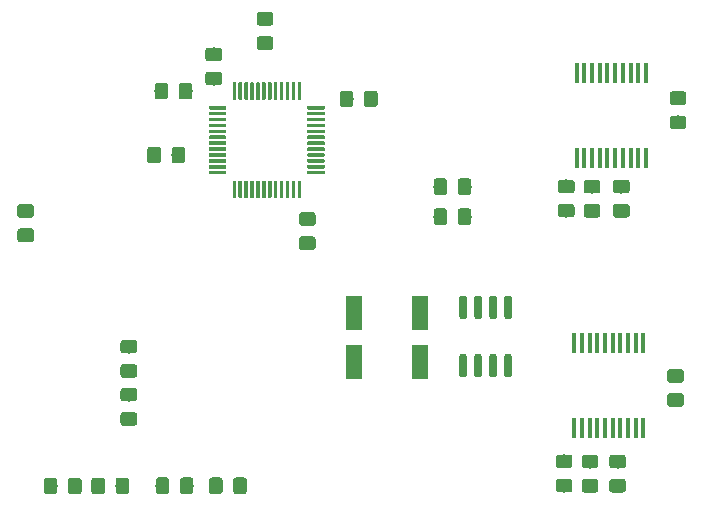
<source format=gbr>
G04 #@! TF.GenerationSoftware,KiCad,Pcbnew,5.1.2*
G04 #@! TF.CreationDate,2019-07-01T14:10:27+02:00*
G04 #@! TF.ProjectId,pcb,7063622e-6b69-4636-9164-5f7063625858,rev?*
G04 #@! TF.SameCoordinates,Original*
G04 #@! TF.FileFunction,Paste,Top*
G04 #@! TF.FilePolarity,Positive*
%FSLAX46Y46*%
G04 Gerber Fmt 4.6, Leading zero omitted, Abs format (unit mm)*
G04 Created by KiCad (PCBNEW 5.1.2) date 2019-07-01 14:10:27*
%MOMM*%
%LPD*%
G04 APERTURE LIST*
%ADD10C,0.100000*%
%ADD11C,1.150000*%
%ADD12C,0.300000*%
%ADD13R,0.450000X1.750000*%
%ADD14C,0.600000*%
%ADD15R,1.430000X2.850000*%
G04 APERTURE END LIST*
D10*
G36*
X74466705Y-45148204D02*
G01*
X74490973Y-45151804D01*
X74514772Y-45157765D01*
X74537871Y-45166030D01*
X74560050Y-45176520D01*
X74581093Y-45189132D01*
X74600799Y-45203747D01*
X74618977Y-45220223D01*
X74635453Y-45238401D01*
X74650068Y-45258107D01*
X74662680Y-45279150D01*
X74673170Y-45301329D01*
X74681435Y-45324428D01*
X74687396Y-45348227D01*
X74690996Y-45372495D01*
X74692200Y-45396999D01*
X74692200Y-46297001D01*
X74690996Y-46321505D01*
X74687396Y-46345773D01*
X74681435Y-46369572D01*
X74673170Y-46392671D01*
X74662680Y-46414850D01*
X74650068Y-46435893D01*
X74635453Y-46455599D01*
X74618977Y-46473777D01*
X74600799Y-46490253D01*
X74581093Y-46504868D01*
X74560050Y-46517480D01*
X74537871Y-46527970D01*
X74514772Y-46536235D01*
X74490973Y-46542196D01*
X74466705Y-46545796D01*
X74442201Y-46547000D01*
X73792199Y-46547000D01*
X73767695Y-46545796D01*
X73743427Y-46542196D01*
X73719628Y-46536235D01*
X73696529Y-46527970D01*
X73674350Y-46517480D01*
X73653307Y-46504868D01*
X73633601Y-46490253D01*
X73615423Y-46473777D01*
X73598947Y-46455599D01*
X73584332Y-46435893D01*
X73571720Y-46414850D01*
X73561230Y-46392671D01*
X73552965Y-46369572D01*
X73547004Y-46345773D01*
X73543404Y-46321505D01*
X73542200Y-46297001D01*
X73542200Y-45396999D01*
X73543404Y-45372495D01*
X73547004Y-45348227D01*
X73552965Y-45324428D01*
X73561230Y-45301329D01*
X73571720Y-45279150D01*
X73584332Y-45258107D01*
X73598947Y-45238401D01*
X73615423Y-45220223D01*
X73633601Y-45203747D01*
X73653307Y-45189132D01*
X73674350Y-45176520D01*
X73696529Y-45166030D01*
X73719628Y-45157765D01*
X73743427Y-45151804D01*
X73767695Y-45148204D01*
X73792199Y-45147000D01*
X74442201Y-45147000D01*
X74466705Y-45148204D01*
X74466705Y-45148204D01*
G37*
D11*
X74117200Y-45847000D03*
D10*
G36*
X72416705Y-45148204D02*
G01*
X72440973Y-45151804D01*
X72464772Y-45157765D01*
X72487871Y-45166030D01*
X72510050Y-45176520D01*
X72531093Y-45189132D01*
X72550799Y-45203747D01*
X72568977Y-45220223D01*
X72585453Y-45238401D01*
X72600068Y-45258107D01*
X72612680Y-45279150D01*
X72623170Y-45301329D01*
X72631435Y-45324428D01*
X72637396Y-45348227D01*
X72640996Y-45372495D01*
X72642200Y-45396999D01*
X72642200Y-46297001D01*
X72640996Y-46321505D01*
X72637396Y-46345773D01*
X72631435Y-46369572D01*
X72623170Y-46392671D01*
X72612680Y-46414850D01*
X72600068Y-46435893D01*
X72585453Y-46455599D01*
X72568977Y-46473777D01*
X72550799Y-46490253D01*
X72531093Y-46504868D01*
X72510050Y-46517480D01*
X72487871Y-46527970D01*
X72464772Y-46536235D01*
X72440973Y-46542196D01*
X72416705Y-46545796D01*
X72392201Y-46547000D01*
X71742199Y-46547000D01*
X71717695Y-46545796D01*
X71693427Y-46542196D01*
X71669628Y-46536235D01*
X71646529Y-46527970D01*
X71624350Y-46517480D01*
X71603307Y-46504868D01*
X71583601Y-46490253D01*
X71565423Y-46473777D01*
X71548947Y-46455599D01*
X71534332Y-46435893D01*
X71521720Y-46414850D01*
X71511230Y-46392671D01*
X71502965Y-46369572D01*
X71497004Y-46345773D01*
X71493404Y-46321505D01*
X71492200Y-46297001D01*
X71492200Y-45396999D01*
X71493404Y-45372495D01*
X71497004Y-45348227D01*
X71502965Y-45324428D01*
X71511230Y-45301329D01*
X71521720Y-45279150D01*
X71534332Y-45258107D01*
X71548947Y-45238401D01*
X71565423Y-45220223D01*
X71583601Y-45203747D01*
X71603307Y-45189132D01*
X71624350Y-45176520D01*
X71646529Y-45166030D01*
X71669628Y-45157765D01*
X71693427Y-45151804D01*
X71717695Y-45148204D01*
X71742199Y-45147000D01*
X72392201Y-45147000D01*
X72416705Y-45148204D01*
X72416705Y-45148204D01*
G37*
D11*
X72067200Y-45847000D03*
D10*
G36*
X71807105Y-50558404D02*
G01*
X71831373Y-50562004D01*
X71855172Y-50567965D01*
X71878271Y-50576230D01*
X71900450Y-50586720D01*
X71921493Y-50599332D01*
X71941199Y-50613947D01*
X71959377Y-50630423D01*
X71975853Y-50648601D01*
X71990468Y-50668307D01*
X72003080Y-50689350D01*
X72013570Y-50711529D01*
X72021835Y-50734628D01*
X72027796Y-50758427D01*
X72031396Y-50782695D01*
X72032600Y-50807199D01*
X72032600Y-51707201D01*
X72031396Y-51731705D01*
X72027796Y-51755973D01*
X72021835Y-51779772D01*
X72013570Y-51802871D01*
X72003080Y-51825050D01*
X71990468Y-51846093D01*
X71975853Y-51865799D01*
X71959377Y-51883977D01*
X71941199Y-51900453D01*
X71921493Y-51915068D01*
X71900450Y-51927680D01*
X71878271Y-51938170D01*
X71855172Y-51946435D01*
X71831373Y-51952396D01*
X71807105Y-51955996D01*
X71782601Y-51957200D01*
X71132599Y-51957200D01*
X71108095Y-51955996D01*
X71083827Y-51952396D01*
X71060028Y-51946435D01*
X71036929Y-51938170D01*
X71014750Y-51927680D01*
X70993707Y-51915068D01*
X70974001Y-51900453D01*
X70955823Y-51883977D01*
X70939347Y-51865799D01*
X70924732Y-51846093D01*
X70912120Y-51825050D01*
X70901630Y-51802871D01*
X70893365Y-51779772D01*
X70887404Y-51755973D01*
X70883804Y-51731705D01*
X70882600Y-51707201D01*
X70882600Y-50807199D01*
X70883804Y-50782695D01*
X70887404Y-50758427D01*
X70893365Y-50734628D01*
X70901630Y-50711529D01*
X70912120Y-50689350D01*
X70924732Y-50668307D01*
X70939347Y-50648601D01*
X70955823Y-50630423D01*
X70974001Y-50613947D01*
X70993707Y-50599332D01*
X71014750Y-50586720D01*
X71036929Y-50576230D01*
X71060028Y-50567965D01*
X71083827Y-50562004D01*
X71108095Y-50558404D01*
X71132599Y-50557200D01*
X71782601Y-50557200D01*
X71807105Y-50558404D01*
X71807105Y-50558404D01*
G37*
D11*
X71457600Y-51257200D03*
D10*
G36*
X73857105Y-50558404D02*
G01*
X73881373Y-50562004D01*
X73905172Y-50567965D01*
X73928271Y-50576230D01*
X73950450Y-50586720D01*
X73971493Y-50599332D01*
X73991199Y-50613947D01*
X74009377Y-50630423D01*
X74025853Y-50648601D01*
X74040468Y-50668307D01*
X74053080Y-50689350D01*
X74063570Y-50711529D01*
X74071835Y-50734628D01*
X74077796Y-50758427D01*
X74081396Y-50782695D01*
X74082600Y-50807199D01*
X74082600Y-51707201D01*
X74081396Y-51731705D01*
X74077796Y-51755973D01*
X74071835Y-51779772D01*
X74063570Y-51802871D01*
X74053080Y-51825050D01*
X74040468Y-51846093D01*
X74025853Y-51865799D01*
X74009377Y-51883977D01*
X73991199Y-51900453D01*
X73971493Y-51915068D01*
X73950450Y-51927680D01*
X73928271Y-51938170D01*
X73905172Y-51946435D01*
X73881373Y-51952396D01*
X73857105Y-51955996D01*
X73832601Y-51957200D01*
X73182599Y-51957200D01*
X73158095Y-51955996D01*
X73133827Y-51952396D01*
X73110028Y-51946435D01*
X73086929Y-51938170D01*
X73064750Y-51927680D01*
X73043707Y-51915068D01*
X73024001Y-51900453D01*
X73005823Y-51883977D01*
X72989347Y-51865799D01*
X72974732Y-51846093D01*
X72962120Y-51825050D01*
X72951630Y-51802871D01*
X72943365Y-51779772D01*
X72937404Y-51755973D01*
X72933804Y-51731705D01*
X72932600Y-51707201D01*
X72932600Y-50807199D01*
X72933804Y-50782695D01*
X72937404Y-50758427D01*
X72943365Y-50734628D01*
X72951630Y-50711529D01*
X72962120Y-50689350D01*
X72974732Y-50668307D01*
X72989347Y-50648601D01*
X73005823Y-50630423D01*
X73024001Y-50613947D01*
X73043707Y-50599332D01*
X73064750Y-50586720D01*
X73086929Y-50576230D01*
X73110028Y-50567965D01*
X73133827Y-50562004D01*
X73158095Y-50558404D01*
X73182599Y-50557200D01*
X73832601Y-50557200D01*
X73857105Y-50558404D01*
X73857105Y-50558404D01*
G37*
D11*
X73507600Y-51257200D03*
D10*
G36*
X84904105Y-56093604D02*
G01*
X84928373Y-56097204D01*
X84952172Y-56103165D01*
X84975271Y-56111430D01*
X84997450Y-56121920D01*
X85018493Y-56134532D01*
X85038199Y-56149147D01*
X85056377Y-56165623D01*
X85072853Y-56183801D01*
X85087468Y-56203507D01*
X85100080Y-56224550D01*
X85110570Y-56246729D01*
X85118835Y-56269828D01*
X85124796Y-56293627D01*
X85128396Y-56317895D01*
X85129600Y-56342399D01*
X85129600Y-56992401D01*
X85128396Y-57016905D01*
X85124796Y-57041173D01*
X85118835Y-57064972D01*
X85110570Y-57088071D01*
X85100080Y-57110250D01*
X85087468Y-57131293D01*
X85072853Y-57150999D01*
X85056377Y-57169177D01*
X85038199Y-57185653D01*
X85018493Y-57200268D01*
X84997450Y-57212880D01*
X84975271Y-57223370D01*
X84952172Y-57231635D01*
X84928373Y-57237596D01*
X84904105Y-57241196D01*
X84879601Y-57242400D01*
X83979599Y-57242400D01*
X83955095Y-57241196D01*
X83930827Y-57237596D01*
X83907028Y-57231635D01*
X83883929Y-57223370D01*
X83861750Y-57212880D01*
X83840707Y-57200268D01*
X83821001Y-57185653D01*
X83802823Y-57169177D01*
X83786347Y-57150999D01*
X83771732Y-57131293D01*
X83759120Y-57110250D01*
X83748630Y-57088071D01*
X83740365Y-57064972D01*
X83734404Y-57041173D01*
X83730804Y-57016905D01*
X83729600Y-56992401D01*
X83729600Y-56342399D01*
X83730804Y-56317895D01*
X83734404Y-56293627D01*
X83740365Y-56269828D01*
X83748630Y-56246729D01*
X83759120Y-56224550D01*
X83771732Y-56203507D01*
X83786347Y-56183801D01*
X83802823Y-56165623D01*
X83821001Y-56149147D01*
X83840707Y-56134532D01*
X83861750Y-56121920D01*
X83883929Y-56111430D01*
X83907028Y-56103165D01*
X83930827Y-56097204D01*
X83955095Y-56093604D01*
X83979599Y-56092400D01*
X84879601Y-56092400D01*
X84904105Y-56093604D01*
X84904105Y-56093604D01*
G37*
D11*
X84429600Y-56667400D03*
D10*
G36*
X84904105Y-58143604D02*
G01*
X84928373Y-58147204D01*
X84952172Y-58153165D01*
X84975271Y-58161430D01*
X84997450Y-58171920D01*
X85018493Y-58184532D01*
X85038199Y-58199147D01*
X85056377Y-58215623D01*
X85072853Y-58233801D01*
X85087468Y-58253507D01*
X85100080Y-58274550D01*
X85110570Y-58296729D01*
X85118835Y-58319828D01*
X85124796Y-58343627D01*
X85128396Y-58367895D01*
X85129600Y-58392399D01*
X85129600Y-59042401D01*
X85128396Y-59066905D01*
X85124796Y-59091173D01*
X85118835Y-59114972D01*
X85110570Y-59138071D01*
X85100080Y-59160250D01*
X85087468Y-59181293D01*
X85072853Y-59200999D01*
X85056377Y-59219177D01*
X85038199Y-59235653D01*
X85018493Y-59250268D01*
X84997450Y-59262880D01*
X84975271Y-59273370D01*
X84952172Y-59281635D01*
X84928373Y-59287596D01*
X84904105Y-59291196D01*
X84879601Y-59292400D01*
X83979599Y-59292400D01*
X83955095Y-59291196D01*
X83930827Y-59287596D01*
X83907028Y-59281635D01*
X83883929Y-59273370D01*
X83861750Y-59262880D01*
X83840707Y-59250268D01*
X83821001Y-59235653D01*
X83802823Y-59219177D01*
X83786347Y-59200999D01*
X83771732Y-59181293D01*
X83759120Y-59160250D01*
X83748630Y-59138071D01*
X83740365Y-59114972D01*
X83734404Y-59091173D01*
X83730804Y-59066905D01*
X83729600Y-59042401D01*
X83729600Y-58392399D01*
X83730804Y-58367895D01*
X83734404Y-58343627D01*
X83740365Y-58319828D01*
X83748630Y-58296729D01*
X83759120Y-58274550D01*
X83771732Y-58253507D01*
X83786347Y-58233801D01*
X83802823Y-58215623D01*
X83821001Y-58199147D01*
X83840707Y-58184532D01*
X83861750Y-58171920D01*
X83883929Y-58161430D01*
X83907028Y-58153165D01*
X83930827Y-58147204D01*
X83955095Y-58143604D01*
X83979599Y-58142400D01*
X84879601Y-58142400D01*
X84904105Y-58143604D01*
X84904105Y-58143604D01*
G37*
D11*
X84429600Y-58717400D03*
D10*
G36*
X90149505Y-45801204D02*
G01*
X90173773Y-45804804D01*
X90197572Y-45810765D01*
X90220671Y-45819030D01*
X90242850Y-45829520D01*
X90263893Y-45842132D01*
X90283599Y-45856747D01*
X90301777Y-45873223D01*
X90318253Y-45891401D01*
X90332868Y-45911107D01*
X90345480Y-45932150D01*
X90355970Y-45954329D01*
X90364235Y-45977428D01*
X90370196Y-46001227D01*
X90373796Y-46025495D01*
X90375000Y-46049999D01*
X90375000Y-46950001D01*
X90373796Y-46974505D01*
X90370196Y-46998773D01*
X90364235Y-47022572D01*
X90355970Y-47045671D01*
X90345480Y-47067850D01*
X90332868Y-47088893D01*
X90318253Y-47108599D01*
X90301777Y-47126777D01*
X90283599Y-47143253D01*
X90263893Y-47157868D01*
X90242850Y-47170480D01*
X90220671Y-47180970D01*
X90197572Y-47189235D01*
X90173773Y-47195196D01*
X90149505Y-47198796D01*
X90125001Y-47200000D01*
X89474999Y-47200000D01*
X89450495Y-47198796D01*
X89426227Y-47195196D01*
X89402428Y-47189235D01*
X89379329Y-47180970D01*
X89357150Y-47170480D01*
X89336107Y-47157868D01*
X89316401Y-47143253D01*
X89298223Y-47126777D01*
X89281747Y-47108599D01*
X89267132Y-47088893D01*
X89254520Y-47067850D01*
X89244030Y-47045671D01*
X89235765Y-47022572D01*
X89229804Y-46998773D01*
X89226204Y-46974505D01*
X89225000Y-46950001D01*
X89225000Y-46049999D01*
X89226204Y-46025495D01*
X89229804Y-46001227D01*
X89235765Y-45977428D01*
X89244030Y-45954329D01*
X89254520Y-45932150D01*
X89267132Y-45911107D01*
X89281747Y-45891401D01*
X89298223Y-45873223D01*
X89316401Y-45856747D01*
X89336107Y-45842132D01*
X89357150Y-45829520D01*
X89379329Y-45819030D01*
X89402428Y-45810765D01*
X89426227Y-45804804D01*
X89450495Y-45801204D01*
X89474999Y-45800000D01*
X90125001Y-45800000D01*
X90149505Y-45801204D01*
X90149505Y-45801204D01*
G37*
D11*
X89800000Y-46500000D03*
D10*
G36*
X88099505Y-45801204D02*
G01*
X88123773Y-45804804D01*
X88147572Y-45810765D01*
X88170671Y-45819030D01*
X88192850Y-45829520D01*
X88213893Y-45842132D01*
X88233599Y-45856747D01*
X88251777Y-45873223D01*
X88268253Y-45891401D01*
X88282868Y-45911107D01*
X88295480Y-45932150D01*
X88305970Y-45954329D01*
X88314235Y-45977428D01*
X88320196Y-46001227D01*
X88323796Y-46025495D01*
X88325000Y-46049999D01*
X88325000Y-46950001D01*
X88323796Y-46974505D01*
X88320196Y-46998773D01*
X88314235Y-47022572D01*
X88305970Y-47045671D01*
X88295480Y-47067850D01*
X88282868Y-47088893D01*
X88268253Y-47108599D01*
X88251777Y-47126777D01*
X88233599Y-47143253D01*
X88213893Y-47157868D01*
X88192850Y-47170480D01*
X88170671Y-47180970D01*
X88147572Y-47189235D01*
X88123773Y-47195196D01*
X88099505Y-47198796D01*
X88075001Y-47200000D01*
X87424999Y-47200000D01*
X87400495Y-47198796D01*
X87376227Y-47195196D01*
X87352428Y-47189235D01*
X87329329Y-47180970D01*
X87307150Y-47170480D01*
X87286107Y-47157868D01*
X87266401Y-47143253D01*
X87248223Y-47126777D01*
X87231747Y-47108599D01*
X87217132Y-47088893D01*
X87204520Y-47067850D01*
X87194030Y-47045671D01*
X87185765Y-47022572D01*
X87179804Y-46998773D01*
X87176204Y-46974505D01*
X87175000Y-46950001D01*
X87175000Y-46049999D01*
X87176204Y-46025495D01*
X87179804Y-46001227D01*
X87185765Y-45977428D01*
X87194030Y-45954329D01*
X87204520Y-45932150D01*
X87217132Y-45911107D01*
X87231747Y-45891401D01*
X87248223Y-45873223D01*
X87266401Y-45856747D01*
X87286107Y-45842132D01*
X87307150Y-45829520D01*
X87329329Y-45819030D01*
X87352428Y-45810765D01*
X87376227Y-45804804D01*
X87400495Y-45801204D01*
X87424999Y-45800000D01*
X88075001Y-45800000D01*
X88099505Y-45801204D01*
X88099505Y-45801204D01*
G37*
D11*
X87750000Y-46500000D03*
D10*
G36*
X76974505Y-44201204D02*
G01*
X76998773Y-44204804D01*
X77022572Y-44210765D01*
X77045671Y-44219030D01*
X77067850Y-44229520D01*
X77088893Y-44242132D01*
X77108599Y-44256747D01*
X77126777Y-44273223D01*
X77143253Y-44291401D01*
X77157868Y-44311107D01*
X77170480Y-44332150D01*
X77180970Y-44354329D01*
X77189235Y-44377428D01*
X77195196Y-44401227D01*
X77198796Y-44425495D01*
X77200000Y-44449999D01*
X77200000Y-45100001D01*
X77198796Y-45124505D01*
X77195196Y-45148773D01*
X77189235Y-45172572D01*
X77180970Y-45195671D01*
X77170480Y-45217850D01*
X77157868Y-45238893D01*
X77143253Y-45258599D01*
X77126777Y-45276777D01*
X77108599Y-45293253D01*
X77088893Y-45307868D01*
X77067850Y-45320480D01*
X77045671Y-45330970D01*
X77022572Y-45339235D01*
X76998773Y-45345196D01*
X76974505Y-45348796D01*
X76950001Y-45350000D01*
X76049999Y-45350000D01*
X76025495Y-45348796D01*
X76001227Y-45345196D01*
X75977428Y-45339235D01*
X75954329Y-45330970D01*
X75932150Y-45320480D01*
X75911107Y-45307868D01*
X75891401Y-45293253D01*
X75873223Y-45276777D01*
X75856747Y-45258599D01*
X75842132Y-45238893D01*
X75829520Y-45217850D01*
X75819030Y-45195671D01*
X75810765Y-45172572D01*
X75804804Y-45148773D01*
X75801204Y-45124505D01*
X75800000Y-45100001D01*
X75800000Y-44449999D01*
X75801204Y-44425495D01*
X75804804Y-44401227D01*
X75810765Y-44377428D01*
X75819030Y-44354329D01*
X75829520Y-44332150D01*
X75842132Y-44311107D01*
X75856747Y-44291401D01*
X75873223Y-44273223D01*
X75891401Y-44256747D01*
X75911107Y-44242132D01*
X75932150Y-44229520D01*
X75954329Y-44219030D01*
X75977428Y-44210765D01*
X76001227Y-44204804D01*
X76025495Y-44201204D01*
X76049999Y-44200000D01*
X76950001Y-44200000D01*
X76974505Y-44201204D01*
X76974505Y-44201204D01*
G37*
D11*
X76500000Y-44775000D03*
D10*
G36*
X76974505Y-42151204D02*
G01*
X76998773Y-42154804D01*
X77022572Y-42160765D01*
X77045671Y-42169030D01*
X77067850Y-42179520D01*
X77088893Y-42192132D01*
X77108599Y-42206747D01*
X77126777Y-42223223D01*
X77143253Y-42241401D01*
X77157868Y-42261107D01*
X77170480Y-42282150D01*
X77180970Y-42304329D01*
X77189235Y-42327428D01*
X77195196Y-42351227D01*
X77198796Y-42375495D01*
X77200000Y-42399999D01*
X77200000Y-43050001D01*
X77198796Y-43074505D01*
X77195196Y-43098773D01*
X77189235Y-43122572D01*
X77180970Y-43145671D01*
X77170480Y-43167850D01*
X77157868Y-43188893D01*
X77143253Y-43208599D01*
X77126777Y-43226777D01*
X77108599Y-43243253D01*
X77088893Y-43257868D01*
X77067850Y-43270480D01*
X77045671Y-43280970D01*
X77022572Y-43289235D01*
X76998773Y-43295196D01*
X76974505Y-43298796D01*
X76950001Y-43300000D01*
X76049999Y-43300000D01*
X76025495Y-43298796D01*
X76001227Y-43295196D01*
X75977428Y-43289235D01*
X75954329Y-43280970D01*
X75932150Y-43270480D01*
X75911107Y-43257868D01*
X75891401Y-43243253D01*
X75873223Y-43226777D01*
X75856747Y-43208599D01*
X75842132Y-43188893D01*
X75829520Y-43167850D01*
X75819030Y-43145671D01*
X75810765Y-43122572D01*
X75804804Y-43098773D01*
X75801204Y-43074505D01*
X75800000Y-43050001D01*
X75800000Y-42399999D01*
X75801204Y-42375495D01*
X75804804Y-42351227D01*
X75810765Y-42327428D01*
X75819030Y-42304329D01*
X75829520Y-42282150D01*
X75842132Y-42261107D01*
X75856747Y-42241401D01*
X75873223Y-42223223D01*
X75891401Y-42206747D01*
X75911107Y-42192132D01*
X75932150Y-42179520D01*
X75954329Y-42169030D01*
X75977428Y-42160765D01*
X76001227Y-42154804D01*
X76025495Y-42151204D01*
X76049999Y-42150000D01*
X76950001Y-42150000D01*
X76974505Y-42151204D01*
X76974505Y-42151204D01*
G37*
D11*
X76500000Y-42725000D03*
D10*
G36*
X69786505Y-73021404D02*
G01*
X69810773Y-73025004D01*
X69834572Y-73030965D01*
X69857671Y-73039230D01*
X69879850Y-73049720D01*
X69900893Y-73062332D01*
X69920599Y-73076947D01*
X69938777Y-73093423D01*
X69955253Y-73111601D01*
X69969868Y-73131307D01*
X69982480Y-73152350D01*
X69992970Y-73174529D01*
X70001235Y-73197628D01*
X70007196Y-73221427D01*
X70010796Y-73245695D01*
X70012000Y-73270199D01*
X70012000Y-73920201D01*
X70010796Y-73944705D01*
X70007196Y-73968973D01*
X70001235Y-73992772D01*
X69992970Y-74015871D01*
X69982480Y-74038050D01*
X69969868Y-74059093D01*
X69955253Y-74078799D01*
X69938777Y-74096977D01*
X69920599Y-74113453D01*
X69900893Y-74128068D01*
X69879850Y-74140680D01*
X69857671Y-74151170D01*
X69834572Y-74159435D01*
X69810773Y-74165396D01*
X69786505Y-74168996D01*
X69762001Y-74170200D01*
X68861999Y-74170200D01*
X68837495Y-74168996D01*
X68813227Y-74165396D01*
X68789428Y-74159435D01*
X68766329Y-74151170D01*
X68744150Y-74140680D01*
X68723107Y-74128068D01*
X68703401Y-74113453D01*
X68685223Y-74096977D01*
X68668747Y-74078799D01*
X68654132Y-74059093D01*
X68641520Y-74038050D01*
X68631030Y-74015871D01*
X68622765Y-73992772D01*
X68616804Y-73968973D01*
X68613204Y-73944705D01*
X68612000Y-73920201D01*
X68612000Y-73270199D01*
X68613204Y-73245695D01*
X68616804Y-73221427D01*
X68622765Y-73197628D01*
X68631030Y-73174529D01*
X68641520Y-73152350D01*
X68654132Y-73131307D01*
X68668747Y-73111601D01*
X68685223Y-73093423D01*
X68703401Y-73076947D01*
X68723107Y-73062332D01*
X68744150Y-73049720D01*
X68766329Y-73039230D01*
X68789428Y-73030965D01*
X68813227Y-73025004D01*
X68837495Y-73021404D01*
X68861999Y-73020200D01*
X69762001Y-73020200D01*
X69786505Y-73021404D01*
X69786505Y-73021404D01*
G37*
D11*
X69312000Y-73595200D03*
D10*
G36*
X69786505Y-70971404D02*
G01*
X69810773Y-70975004D01*
X69834572Y-70980965D01*
X69857671Y-70989230D01*
X69879850Y-70999720D01*
X69900893Y-71012332D01*
X69920599Y-71026947D01*
X69938777Y-71043423D01*
X69955253Y-71061601D01*
X69969868Y-71081307D01*
X69982480Y-71102350D01*
X69992970Y-71124529D01*
X70001235Y-71147628D01*
X70007196Y-71171427D01*
X70010796Y-71195695D01*
X70012000Y-71220199D01*
X70012000Y-71870201D01*
X70010796Y-71894705D01*
X70007196Y-71918973D01*
X70001235Y-71942772D01*
X69992970Y-71965871D01*
X69982480Y-71988050D01*
X69969868Y-72009093D01*
X69955253Y-72028799D01*
X69938777Y-72046977D01*
X69920599Y-72063453D01*
X69900893Y-72078068D01*
X69879850Y-72090680D01*
X69857671Y-72101170D01*
X69834572Y-72109435D01*
X69810773Y-72115396D01*
X69786505Y-72118996D01*
X69762001Y-72120200D01*
X68861999Y-72120200D01*
X68837495Y-72118996D01*
X68813227Y-72115396D01*
X68789428Y-72109435D01*
X68766329Y-72101170D01*
X68744150Y-72090680D01*
X68723107Y-72078068D01*
X68703401Y-72063453D01*
X68685223Y-72046977D01*
X68668747Y-72028799D01*
X68654132Y-72009093D01*
X68641520Y-71988050D01*
X68631030Y-71965871D01*
X68622765Y-71942772D01*
X68616804Y-71918973D01*
X68613204Y-71894705D01*
X68612000Y-71870201D01*
X68612000Y-71220199D01*
X68613204Y-71195695D01*
X68616804Y-71171427D01*
X68622765Y-71147628D01*
X68631030Y-71124529D01*
X68641520Y-71102350D01*
X68654132Y-71081307D01*
X68668747Y-71061601D01*
X68685223Y-71043423D01*
X68703401Y-71026947D01*
X68723107Y-71012332D01*
X68744150Y-70999720D01*
X68766329Y-70989230D01*
X68789428Y-70980965D01*
X68813227Y-70975004D01*
X68837495Y-70971404D01*
X68861999Y-70970200D01*
X69762001Y-70970200D01*
X69786505Y-70971404D01*
X69786505Y-70971404D01*
G37*
D11*
X69312000Y-71545200D03*
D10*
G36*
X69786505Y-66907404D02*
G01*
X69810773Y-66911004D01*
X69834572Y-66916965D01*
X69857671Y-66925230D01*
X69879850Y-66935720D01*
X69900893Y-66948332D01*
X69920599Y-66962947D01*
X69938777Y-66979423D01*
X69955253Y-66997601D01*
X69969868Y-67017307D01*
X69982480Y-67038350D01*
X69992970Y-67060529D01*
X70001235Y-67083628D01*
X70007196Y-67107427D01*
X70010796Y-67131695D01*
X70012000Y-67156199D01*
X70012000Y-67806201D01*
X70010796Y-67830705D01*
X70007196Y-67854973D01*
X70001235Y-67878772D01*
X69992970Y-67901871D01*
X69982480Y-67924050D01*
X69969868Y-67945093D01*
X69955253Y-67964799D01*
X69938777Y-67982977D01*
X69920599Y-67999453D01*
X69900893Y-68014068D01*
X69879850Y-68026680D01*
X69857671Y-68037170D01*
X69834572Y-68045435D01*
X69810773Y-68051396D01*
X69786505Y-68054996D01*
X69762001Y-68056200D01*
X68861999Y-68056200D01*
X68837495Y-68054996D01*
X68813227Y-68051396D01*
X68789428Y-68045435D01*
X68766329Y-68037170D01*
X68744150Y-68026680D01*
X68723107Y-68014068D01*
X68703401Y-67999453D01*
X68685223Y-67982977D01*
X68668747Y-67964799D01*
X68654132Y-67945093D01*
X68641520Y-67924050D01*
X68631030Y-67901871D01*
X68622765Y-67878772D01*
X68616804Y-67854973D01*
X68613204Y-67830705D01*
X68612000Y-67806201D01*
X68612000Y-67156199D01*
X68613204Y-67131695D01*
X68616804Y-67107427D01*
X68622765Y-67083628D01*
X68631030Y-67060529D01*
X68641520Y-67038350D01*
X68654132Y-67017307D01*
X68668747Y-66997601D01*
X68685223Y-66979423D01*
X68703401Y-66962947D01*
X68723107Y-66948332D01*
X68744150Y-66935720D01*
X68766329Y-66925230D01*
X68789428Y-66916965D01*
X68813227Y-66911004D01*
X68837495Y-66907404D01*
X68861999Y-66906200D01*
X69762001Y-66906200D01*
X69786505Y-66907404D01*
X69786505Y-66907404D01*
G37*
D11*
X69312000Y-67481200D03*
D10*
G36*
X69786505Y-68957404D02*
G01*
X69810773Y-68961004D01*
X69834572Y-68966965D01*
X69857671Y-68975230D01*
X69879850Y-68985720D01*
X69900893Y-68998332D01*
X69920599Y-69012947D01*
X69938777Y-69029423D01*
X69955253Y-69047601D01*
X69969868Y-69067307D01*
X69982480Y-69088350D01*
X69992970Y-69110529D01*
X70001235Y-69133628D01*
X70007196Y-69157427D01*
X70010796Y-69181695D01*
X70012000Y-69206199D01*
X70012000Y-69856201D01*
X70010796Y-69880705D01*
X70007196Y-69904973D01*
X70001235Y-69928772D01*
X69992970Y-69951871D01*
X69982480Y-69974050D01*
X69969868Y-69995093D01*
X69955253Y-70014799D01*
X69938777Y-70032977D01*
X69920599Y-70049453D01*
X69900893Y-70064068D01*
X69879850Y-70076680D01*
X69857671Y-70087170D01*
X69834572Y-70095435D01*
X69810773Y-70101396D01*
X69786505Y-70104996D01*
X69762001Y-70106200D01*
X68861999Y-70106200D01*
X68837495Y-70104996D01*
X68813227Y-70101396D01*
X68789428Y-70095435D01*
X68766329Y-70087170D01*
X68744150Y-70076680D01*
X68723107Y-70064068D01*
X68703401Y-70049453D01*
X68685223Y-70032977D01*
X68668747Y-70014799D01*
X68654132Y-69995093D01*
X68641520Y-69974050D01*
X68631030Y-69951871D01*
X68622765Y-69928772D01*
X68616804Y-69904973D01*
X68613204Y-69880705D01*
X68612000Y-69856201D01*
X68612000Y-69206199D01*
X68613204Y-69181695D01*
X68616804Y-69157427D01*
X68622765Y-69133628D01*
X68631030Y-69110529D01*
X68641520Y-69088350D01*
X68654132Y-69067307D01*
X68668747Y-69047601D01*
X68685223Y-69029423D01*
X68703401Y-69012947D01*
X68723107Y-68998332D01*
X68744150Y-68985720D01*
X68766329Y-68975230D01*
X68789428Y-68966965D01*
X68813227Y-68961004D01*
X68837495Y-68957404D01*
X68861999Y-68956200D01*
X69762001Y-68956200D01*
X69786505Y-68957404D01*
X69786505Y-68957404D01*
G37*
D11*
X69312000Y-69531200D03*
D10*
G36*
X106829385Y-53341404D02*
G01*
X106853653Y-53345004D01*
X106877452Y-53350965D01*
X106900551Y-53359230D01*
X106922730Y-53369720D01*
X106943773Y-53382332D01*
X106963479Y-53396947D01*
X106981657Y-53413423D01*
X106998133Y-53431601D01*
X107012748Y-53451307D01*
X107025360Y-53472350D01*
X107035850Y-53494529D01*
X107044115Y-53517628D01*
X107050076Y-53541427D01*
X107053676Y-53565695D01*
X107054880Y-53590199D01*
X107054880Y-54240201D01*
X107053676Y-54264705D01*
X107050076Y-54288973D01*
X107044115Y-54312772D01*
X107035850Y-54335871D01*
X107025360Y-54358050D01*
X107012748Y-54379093D01*
X106998133Y-54398799D01*
X106981657Y-54416977D01*
X106963479Y-54433453D01*
X106943773Y-54448068D01*
X106922730Y-54460680D01*
X106900551Y-54471170D01*
X106877452Y-54479435D01*
X106853653Y-54485396D01*
X106829385Y-54488996D01*
X106804881Y-54490200D01*
X105904879Y-54490200D01*
X105880375Y-54488996D01*
X105856107Y-54485396D01*
X105832308Y-54479435D01*
X105809209Y-54471170D01*
X105787030Y-54460680D01*
X105765987Y-54448068D01*
X105746281Y-54433453D01*
X105728103Y-54416977D01*
X105711627Y-54398799D01*
X105697012Y-54379093D01*
X105684400Y-54358050D01*
X105673910Y-54335871D01*
X105665645Y-54312772D01*
X105659684Y-54288973D01*
X105656084Y-54264705D01*
X105654880Y-54240201D01*
X105654880Y-53590199D01*
X105656084Y-53565695D01*
X105659684Y-53541427D01*
X105665645Y-53517628D01*
X105673910Y-53494529D01*
X105684400Y-53472350D01*
X105697012Y-53451307D01*
X105711627Y-53431601D01*
X105728103Y-53413423D01*
X105746281Y-53396947D01*
X105765987Y-53382332D01*
X105787030Y-53369720D01*
X105809209Y-53359230D01*
X105832308Y-53350965D01*
X105856107Y-53345004D01*
X105880375Y-53341404D01*
X105904879Y-53340200D01*
X106804881Y-53340200D01*
X106829385Y-53341404D01*
X106829385Y-53341404D01*
G37*
D11*
X106354880Y-53915200D03*
D10*
G36*
X106829385Y-55391404D02*
G01*
X106853653Y-55395004D01*
X106877452Y-55400965D01*
X106900551Y-55409230D01*
X106922730Y-55419720D01*
X106943773Y-55432332D01*
X106963479Y-55446947D01*
X106981657Y-55463423D01*
X106998133Y-55481601D01*
X107012748Y-55501307D01*
X107025360Y-55522350D01*
X107035850Y-55544529D01*
X107044115Y-55567628D01*
X107050076Y-55591427D01*
X107053676Y-55615695D01*
X107054880Y-55640199D01*
X107054880Y-56290201D01*
X107053676Y-56314705D01*
X107050076Y-56338973D01*
X107044115Y-56362772D01*
X107035850Y-56385871D01*
X107025360Y-56408050D01*
X107012748Y-56429093D01*
X106998133Y-56448799D01*
X106981657Y-56466977D01*
X106963479Y-56483453D01*
X106943773Y-56498068D01*
X106922730Y-56510680D01*
X106900551Y-56521170D01*
X106877452Y-56529435D01*
X106853653Y-56535396D01*
X106829385Y-56538996D01*
X106804881Y-56540200D01*
X105904879Y-56540200D01*
X105880375Y-56538996D01*
X105856107Y-56535396D01*
X105832308Y-56529435D01*
X105809209Y-56521170D01*
X105787030Y-56510680D01*
X105765987Y-56498068D01*
X105746281Y-56483453D01*
X105728103Y-56466977D01*
X105711627Y-56448799D01*
X105697012Y-56429093D01*
X105684400Y-56408050D01*
X105673910Y-56385871D01*
X105665645Y-56362772D01*
X105659684Y-56338973D01*
X105656084Y-56314705D01*
X105654880Y-56290201D01*
X105654880Y-55640199D01*
X105656084Y-55615695D01*
X105659684Y-55591427D01*
X105665645Y-55567628D01*
X105673910Y-55544529D01*
X105684400Y-55522350D01*
X105697012Y-55501307D01*
X105711627Y-55481601D01*
X105728103Y-55463423D01*
X105746281Y-55446947D01*
X105765987Y-55432332D01*
X105787030Y-55419720D01*
X105809209Y-55409230D01*
X105832308Y-55400965D01*
X105856107Y-55395004D01*
X105880375Y-55391404D01*
X105904879Y-55390200D01*
X106804881Y-55390200D01*
X106829385Y-55391404D01*
X106829385Y-55391404D01*
G37*
D11*
X106354880Y-55965200D03*
D10*
G36*
X109003625Y-55411724D02*
G01*
X109027893Y-55415324D01*
X109051692Y-55421285D01*
X109074791Y-55429550D01*
X109096970Y-55440040D01*
X109118013Y-55452652D01*
X109137719Y-55467267D01*
X109155897Y-55483743D01*
X109172373Y-55501921D01*
X109186988Y-55521627D01*
X109199600Y-55542670D01*
X109210090Y-55564849D01*
X109218355Y-55587948D01*
X109224316Y-55611747D01*
X109227916Y-55636015D01*
X109229120Y-55660519D01*
X109229120Y-56310521D01*
X109227916Y-56335025D01*
X109224316Y-56359293D01*
X109218355Y-56383092D01*
X109210090Y-56406191D01*
X109199600Y-56428370D01*
X109186988Y-56449413D01*
X109172373Y-56469119D01*
X109155897Y-56487297D01*
X109137719Y-56503773D01*
X109118013Y-56518388D01*
X109096970Y-56531000D01*
X109074791Y-56541490D01*
X109051692Y-56549755D01*
X109027893Y-56555716D01*
X109003625Y-56559316D01*
X108979121Y-56560520D01*
X108079119Y-56560520D01*
X108054615Y-56559316D01*
X108030347Y-56555716D01*
X108006548Y-56549755D01*
X107983449Y-56541490D01*
X107961270Y-56531000D01*
X107940227Y-56518388D01*
X107920521Y-56503773D01*
X107902343Y-56487297D01*
X107885867Y-56469119D01*
X107871252Y-56449413D01*
X107858640Y-56428370D01*
X107848150Y-56406191D01*
X107839885Y-56383092D01*
X107833924Y-56359293D01*
X107830324Y-56335025D01*
X107829120Y-56310521D01*
X107829120Y-55660519D01*
X107830324Y-55636015D01*
X107833924Y-55611747D01*
X107839885Y-55587948D01*
X107848150Y-55564849D01*
X107858640Y-55542670D01*
X107871252Y-55521627D01*
X107885867Y-55501921D01*
X107902343Y-55483743D01*
X107920521Y-55467267D01*
X107940227Y-55452652D01*
X107961270Y-55440040D01*
X107983449Y-55429550D01*
X108006548Y-55421285D01*
X108030347Y-55415324D01*
X108054615Y-55411724D01*
X108079119Y-55410520D01*
X108979121Y-55410520D01*
X109003625Y-55411724D01*
X109003625Y-55411724D01*
G37*
D11*
X108529120Y-55985520D03*
D10*
G36*
X109003625Y-53361724D02*
G01*
X109027893Y-53365324D01*
X109051692Y-53371285D01*
X109074791Y-53379550D01*
X109096970Y-53390040D01*
X109118013Y-53402652D01*
X109137719Y-53417267D01*
X109155897Y-53433743D01*
X109172373Y-53451921D01*
X109186988Y-53471627D01*
X109199600Y-53492670D01*
X109210090Y-53514849D01*
X109218355Y-53537948D01*
X109224316Y-53561747D01*
X109227916Y-53586015D01*
X109229120Y-53610519D01*
X109229120Y-54260521D01*
X109227916Y-54285025D01*
X109224316Y-54309293D01*
X109218355Y-54333092D01*
X109210090Y-54356191D01*
X109199600Y-54378370D01*
X109186988Y-54399413D01*
X109172373Y-54419119D01*
X109155897Y-54437297D01*
X109137719Y-54453773D01*
X109118013Y-54468388D01*
X109096970Y-54481000D01*
X109074791Y-54491490D01*
X109051692Y-54499755D01*
X109027893Y-54505716D01*
X109003625Y-54509316D01*
X108979121Y-54510520D01*
X108079119Y-54510520D01*
X108054615Y-54509316D01*
X108030347Y-54505716D01*
X108006548Y-54499755D01*
X107983449Y-54491490D01*
X107961270Y-54481000D01*
X107940227Y-54468388D01*
X107920521Y-54453773D01*
X107902343Y-54437297D01*
X107885867Y-54419119D01*
X107871252Y-54399413D01*
X107858640Y-54378370D01*
X107848150Y-54356191D01*
X107839885Y-54333092D01*
X107833924Y-54309293D01*
X107830324Y-54285025D01*
X107829120Y-54260521D01*
X107829120Y-53610519D01*
X107830324Y-53586015D01*
X107833924Y-53561747D01*
X107839885Y-53537948D01*
X107848150Y-53514849D01*
X107858640Y-53492670D01*
X107871252Y-53471627D01*
X107885867Y-53451921D01*
X107902343Y-53433743D01*
X107920521Y-53417267D01*
X107940227Y-53402652D01*
X107961270Y-53390040D01*
X107983449Y-53379550D01*
X108006548Y-53371285D01*
X108030347Y-53365324D01*
X108054615Y-53361724D01*
X108079119Y-53360520D01*
X108979121Y-53360520D01*
X109003625Y-53361724D01*
X109003625Y-53361724D01*
G37*
D11*
X108529120Y-53935520D03*
D10*
G36*
X116293425Y-47912484D02*
G01*
X116317693Y-47916084D01*
X116341492Y-47922045D01*
X116364591Y-47930310D01*
X116386770Y-47940800D01*
X116407813Y-47953412D01*
X116427519Y-47968027D01*
X116445697Y-47984503D01*
X116462173Y-48002681D01*
X116476788Y-48022387D01*
X116489400Y-48043430D01*
X116499890Y-48065609D01*
X116508155Y-48088708D01*
X116514116Y-48112507D01*
X116517716Y-48136775D01*
X116518920Y-48161279D01*
X116518920Y-48811281D01*
X116517716Y-48835785D01*
X116514116Y-48860053D01*
X116508155Y-48883852D01*
X116499890Y-48906951D01*
X116489400Y-48929130D01*
X116476788Y-48950173D01*
X116462173Y-48969879D01*
X116445697Y-48988057D01*
X116427519Y-49004533D01*
X116407813Y-49019148D01*
X116386770Y-49031760D01*
X116364591Y-49042250D01*
X116341492Y-49050515D01*
X116317693Y-49056476D01*
X116293425Y-49060076D01*
X116268921Y-49061280D01*
X115368919Y-49061280D01*
X115344415Y-49060076D01*
X115320147Y-49056476D01*
X115296348Y-49050515D01*
X115273249Y-49042250D01*
X115251070Y-49031760D01*
X115230027Y-49019148D01*
X115210321Y-49004533D01*
X115192143Y-48988057D01*
X115175667Y-48969879D01*
X115161052Y-48950173D01*
X115148440Y-48929130D01*
X115137950Y-48906951D01*
X115129685Y-48883852D01*
X115123724Y-48860053D01*
X115120124Y-48835785D01*
X115118920Y-48811281D01*
X115118920Y-48161279D01*
X115120124Y-48136775D01*
X115123724Y-48112507D01*
X115129685Y-48088708D01*
X115137950Y-48065609D01*
X115148440Y-48043430D01*
X115161052Y-48022387D01*
X115175667Y-48002681D01*
X115192143Y-47984503D01*
X115210321Y-47968027D01*
X115230027Y-47953412D01*
X115251070Y-47940800D01*
X115273249Y-47930310D01*
X115296348Y-47922045D01*
X115320147Y-47916084D01*
X115344415Y-47912484D01*
X115368919Y-47911280D01*
X116268921Y-47911280D01*
X116293425Y-47912484D01*
X116293425Y-47912484D01*
G37*
D11*
X115818920Y-48486280D03*
D10*
G36*
X116293425Y-45862484D02*
G01*
X116317693Y-45866084D01*
X116341492Y-45872045D01*
X116364591Y-45880310D01*
X116386770Y-45890800D01*
X116407813Y-45903412D01*
X116427519Y-45918027D01*
X116445697Y-45934503D01*
X116462173Y-45952681D01*
X116476788Y-45972387D01*
X116489400Y-45993430D01*
X116499890Y-46015609D01*
X116508155Y-46038708D01*
X116514116Y-46062507D01*
X116517716Y-46086775D01*
X116518920Y-46111279D01*
X116518920Y-46761281D01*
X116517716Y-46785785D01*
X116514116Y-46810053D01*
X116508155Y-46833852D01*
X116499890Y-46856951D01*
X116489400Y-46879130D01*
X116476788Y-46900173D01*
X116462173Y-46919879D01*
X116445697Y-46938057D01*
X116427519Y-46954533D01*
X116407813Y-46969148D01*
X116386770Y-46981760D01*
X116364591Y-46992250D01*
X116341492Y-47000515D01*
X116317693Y-47006476D01*
X116293425Y-47010076D01*
X116268921Y-47011280D01*
X115368919Y-47011280D01*
X115344415Y-47010076D01*
X115320147Y-47006476D01*
X115296348Y-47000515D01*
X115273249Y-46992250D01*
X115251070Y-46981760D01*
X115230027Y-46969148D01*
X115210321Y-46954533D01*
X115192143Y-46938057D01*
X115175667Y-46919879D01*
X115161052Y-46900173D01*
X115148440Y-46879130D01*
X115137950Y-46856951D01*
X115129685Y-46833852D01*
X115123724Y-46810053D01*
X115120124Y-46785785D01*
X115118920Y-46761281D01*
X115118920Y-46111279D01*
X115120124Y-46086775D01*
X115123724Y-46062507D01*
X115129685Y-46038708D01*
X115137950Y-46015609D01*
X115148440Y-45993430D01*
X115161052Y-45972387D01*
X115175667Y-45952681D01*
X115192143Y-45934503D01*
X115210321Y-45918027D01*
X115230027Y-45903412D01*
X115251070Y-45890800D01*
X115273249Y-45880310D01*
X115296348Y-45872045D01*
X115320147Y-45866084D01*
X115344415Y-45862484D01*
X115368919Y-45861280D01*
X116268921Y-45861280D01*
X116293425Y-45862484D01*
X116293425Y-45862484D01*
G37*
D11*
X115818920Y-46436280D03*
D10*
G36*
X106650505Y-78666104D02*
G01*
X106674773Y-78669704D01*
X106698572Y-78675665D01*
X106721671Y-78683930D01*
X106743850Y-78694420D01*
X106764893Y-78707032D01*
X106784599Y-78721647D01*
X106802777Y-78738123D01*
X106819253Y-78756301D01*
X106833868Y-78776007D01*
X106846480Y-78797050D01*
X106856970Y-78819229D01*
X106865235Y-78842328D01*
X106871196Y-78866127D01*
X106874796Y-78890395D01*
X106876000Y-78914899D01*
X106876000Y-79564901D01*
X106874796Y-79589405D01*
X106871196Y-79613673D01*
X106865235Y-79637472D01*
X106856970Y-79660571D01*
X106846480Y-79682750D01*
X106833868Y-79703793D01*
X106819253Y-79723499D01*
X106802777Y-79741677D01*
X106784599Y-79758153D01*
X106764893Y-79772768D01*
X106743850Y-79785380D01*
X106721671Y-79795870D01*
X106698572Y-79804135D01*
X106674773Y-79810096D01*
X106650505Y-79813696D01*
X106626001Y-79814900D01*
X105725999Y-79814900D01*
X105701495Y-79813696D01*
X105677227Y-79810096D01*
X105653428Y-79804135D01*
X105630329Y-79795870D01*
X105608150Y-79785380D01*
X105587107Y-79772768D01*
X105567401Y-79758153D01*
X105549223Y-79741677D01*
X105532747Y-79723499D01*
X105518132Y-79703793D01*
X105505520Y-79682750D01*
X105495030Y-79660571D01*
X105486765Y-79637472D01*
X105480804Y-79613673D01*
X105477204Y-79589405D01*
X105476000Y-79564901D01*
X105476000Y-78914899D01*
X105477204Y-78890395D01*
X105480804Y-78866127D01*
X105486765Y-78842328D01*
X105495030Y-78819229D01*
X105505520Y-78797050D01*
X105518132Y-78776007D01*
X105532747Y-78756301D01*
X105549223Y-78738123D01*
X105567401Y-78721647D01*
X105587107Y-78707032D01*
X105608150Y-78694420D01*
X105630329Y-78683930D01*
X105653428Y-78675665D01*
X105677227Y-78669704D01*
X105701495Y-78666104D01*
X105725999Y-78664900D01*
X106626001Y-78664900D01*
X106650505Y-78666104D01*
X106650505Y-78666104D01*
G37*
D11*
X106176000Y-79239900D03*
D10*
G36*
X106650505Y-76616104D02*
G01*
X106674773Y-76619704D01*
X106698572Y-76625665D01*
X106721671Y-76633930D01*
X106743850Y-76644420D01*
X106764893Y-76657032D01*
X106784599Y-76671647D01*
X106802777Y-76688123D01*
X106819253Y-76706301D01*
X106833868Y-76726007D01*
X106846480Y-76747050D01*
X106856970Y-76769229D01*
X106865235Y-76792328D01*
X106871196Y-76816127D01*
X106874796Y-76840395D01*
X106876000Y-76864899D01*
X106876000Y-77514901D01*
X106874796Y-77539405D01*
X106871196Y-77563673D01*
X106865235Y-77587472D01*
X106856970Y-77610571D01*
X106846480Y-77632750D01*
X106833868Y-77653793D01*
X106819253Y-77673499D01*
X106802777Y-77691677D01*
X106784599Y-77708153D01*
X106764893Y-77722768D01*
X106743850Y-77735380D01*
X106721671Y-77745870D01*
X106698572Y-77754135D01*
X106674773Y-77760096D01*
X106650505Y-77763696D01*
X106626001Y-77764900D01*
X105725999Y-77764900D01*
X105701495Y-77763696D01*
X105677227Y-77760096D01*
X105653428Y-77754135D01*
X105630329Y-77745870D01*
X105608150Y-77735380D01*
X105587107Y-77722768D01*
X105567401Y-77708153D01*
X105549223Y-77691677D01*
X105532747Y-77673499D01*
X105518132Y-77653793D01*
X105505520Y-77632750D01*
X105495030Y-77610571D01*
X105486765Y-77587472D01*
X105480804Y-77563673D01*
X105477204Y-77539405D01*
X105476000Y-77514901D01*
X105476000Y-76864899D01*
X105477204Y-76840395D01*
X105480804Y-76816127D01*
X105486765Y-76792328D01*
X105495030Y-76769229D01*
X105505520Y-76747050D01*
X105518132Y-76726007D01*
X105532747Y-76706301D01*
X105549223Y-76688123D01*
X105567401Y-76671647D01*
X105587107Y-76657032D01*
X105608150Y-76644420D01*
X105630329Y-76633930D01*
X105653428Y-76625665D01*
X105677227Y-76619704D01*
X105701495Y-76616104D01*
X105725999Y-76614900D01*
X106626001Y-76614900D01*
X106650505Y-76616104D01*
X106650505Y-76616104D01*
G37*
D11*
X106176000Y-77189900D03*
D10*
G36*
X108834905Y-78682504D02*
G01*
X108859173Y-78686104D01*
X108882972Y-78692065D01*
X108906071Y-78700330D01*
X108928250Y-78710820D01*
X108949293Y-78723432D01*
X108968999Y-78738047D01*
X108987177Y-78754523D01*
X109003653Y-78772701D01*
X109018268Y-78792407D01*
X109030880Y-78813450D01*
X109041370Y-78835629D01*
X109049635Y-78858728D01*
X109055596Y-78882527D01*
X109059196Y-78906795D01*
X109060400Y-78931299D01*
X109060400Y-79581301D01*
X109059196Y-79605805D01*
X109055596Y-79630073D01*
X109049635Y-79653872D01*
X109041370Y-79676971D01*
X109030880Y-79699150D01*
X109018268Y-79720193D01*
X109003653Y-79739899D01*
X108987177Y-79758077D01*
X108968999Y-79774553D01*
X108949293Y-79789168D01*
X108928250Y-79801780D01*
X108906071Y-79812270D01*
X108882972Y-79820535D01*
X108859173Y-79826496D01*
X108834905Y-79830096D01*
X108810401Y-79831300D01*
X107910399Y-79831300D01*
X107885895Y-79830096D01*
X107861627Y-79826496D01*
X107837828Y-79820535D01*
X107814729Y-79812270D01*
X107792550Y-79801780D01*
X107771507Y-79789168D01*
X107751801Y-79774553D01*
X107733623Y-79758077D01*
X107717147Y-79739899D01*
X107702532Y-79720193D01*
X107689920Y-79699150D01*
X107679430Y-79676971D01*
X107671165Y-79653872D01*
X107665204Y-79630073D01*
X107661604Y-79605805D01*
X107660400Y-79581301D01*
X107660400Y-78931299D01*
X107661604Y-78906795D01*
X107665204Y-78882527D01*
X107671165Y-78858728D01*
X107679430Y-78835629D01*
X107689920Y-78813450D01*
X107702532Y-78792407D01*
X107717147Y-78772701D01*
X107733623Y-78754523D01*
X107751801Y-78738047D01*
X107771507Y-78723432D01*
X107792550Y-78710820D01*
X107814729Y-78700330D01*
X107837828Y-78692065D01*
X107861627Y-78686104D01*
X107885895Y-78682504D01*
X107910399Y-78681300D01*
X108810401Y-78681300D01*
X108834905Y-78682504D01*
X108834905Y-78682504D01*
G37*
D11*
X108360400Y-79256300D03*
D10*
G36*
X108834905Y-76632504D02*
G01*
X108859173Y-76636104D01*
X108882972Y-76642065D01*
X108906071Y-76650330D01*
X108928250Y-76660820D01*
X108949293Y-76673432D01*
X108968999Y-76688047D01*
X108987177Y-76704523D01*
X109003653Y-76722701D01*
X109018268Y-76742407D01*
X109030880Y-76763450D01*
X109041370Y-76785629D01*
X109049635Y-76808728D01*
X109055596Y-76832527D01*
X109059196Y-76856795D01*
X109060400Y-76881299D01*
X109060400Y-77531301D01*
X109059196Y-77555805D01*
X109055596Y-77580073D01*
X109049635Y-77603872D01*
X109041370Y-77626971D01*
X109030880Y-77649150D01*
X109018268Y-77670193D01*
X109003653Y-77689899D01*
X108987177Y-77708077D01*
X108968999Y-77724553D01*
X108949293Y-77739168D01*
X108928250Y-77751780D01*
X108906071Y-77762270D01*
X108882972Y-77770535D01*
X108859173Y-77776496D01*
X108834905Y-77780096D01*
X108810401Y-77781300D01*
X107910399Y-77781300D01*
X107885895Y-77780096D01*
X107861627Y-77776496D01*
X107837828Y-77770535D01*
X107814729Y-77762270D01*
X107792550Y-77751780D01*
X107771507Y-77739168D01*
X107751801Y-77724553D01*
X107733623Y-77708077D01*
X107717147Y-77689899D01*
X107702532Y-77670193D01*
X107689920Y-77649150D01*
X107679430Y-77626971D01*
X107671165Y-77603872D01*
X107665204Y-77580073D01*
X107661604Y-77555805D01*
X107660400Y-77531301D01*
X107660400Y-76881299D01*
X107661604Y-76856795D01*
X107665204Y-76832527D01*
X107671165Y-76808728D01*
X107679430Y-76785629D01*
X107689920Y-76763450D01*
X107702532Y-76742407D01*
X107717147Y-76722701D01*
X107733623Y-76704523D01*
X107751801Y-76688047D01*
X107771507Y-76673432D01*
X107792550Y-76660820D01*
X107814729Y-76650330D01*
X107837828Y-76642065D01*
X107861627Y-76636104D01*
X107885895Y-76632504D01*
X107910399Y-76631300D01*
X108810401Y-76631300D01*
X108834905Y-76632504D01*
X108834905Y-76632504D01*
G37*
D11*
X108360400Y-77206300D03*
D10*
G36*
X116073905Y-69377104D02*
G01*
X116098173Y-69380704D01*
X116121972Y-69386665D01*
X116145071Y-69394930D01*
X116167250Y-69405420D01*
X116188293Y-69418032D01*
X116207999Y-69432647D01*
X116226177Y-69449123D01*
X116242653Y-69467301D01*
X116257268Y-69487007D01*
X116269880Y-69508050D01*
X116280370Y-69530229D01*
X116288635Y-69553328D01*
X116294596Y-69577127D01*
X116298196Y-69601395D01*
X116299400Y-69625899D01*
X116299400Y-70275901D01*
X116298196Y-70300405D01*
X116294596Y-70324673D01*
X116288635Y-70348472D01*
X116280370Y-70371571D01*
X116269880Y-70393750D01*
X116257268Y-70414793D01*
X116242653Y-70434499D01*
X116226177Y-70452677D01*
X116207999Y-70469153D01*
X116188293Y-70483768D01*
X116167250Y-70496380D01*
X116145071Y-70506870D01*
X116121972Y-70515135D01*
X116098173Y-70521096D01*
X116073905Y-70524696D01*
X116049401Y-70525900D01*
X115149399Y-70525900D01*
X115124895Y-70524696D01*
X115100627Y-70521096D01*
X115076828Y-70515135D01*
X115053729Y-70506870D01*
X115031550Y-70496380D01*
X115010507Y-70483768D01*
X114990801Y-70469153D01*
X114972623Y-70452677D01*
X114956147Y-70434499D01*
X114941532Y-70414793D01*
X114928920Y-70393750D01*
X114918430Y-70371571D01*
X114910165Y-70348472D01*
X114904204Y-70324673D01*
X114900604Y-70300405D01*
X114899400Y-70275901D01*
X114899400Y-69625899D01*
X114900604Y-69601395D01*
X114904204Y-69577127D01*
X114910165Y-69553328D01*
X114918430Y-69530229D01*
X114928920Y-69508050D01*
X114941532Y-69487007D01*
X114956147Y-69467301D01*
X114972623Y-69449123D01*
X114990801Y-69432647D01*
X115010507Y-69418032D01*
X115031550Y-69405420D01*
X115053729Y-69394930D01*
X115076828Y-69386665D01*
X115100627Y-69380704D01*
X115124895Y-69377104D01*
X115149399Y-69375900D01*
X116049401Y-69375900D01*
X116073905Y-69377104D01*
X116073905Y-69377104D01*
G37*
D11*
X115599400Y-69950900D03*
D10*
G36*
X116073905Y-71427104D02*
G01*
X116098173Y-71430704D01*
X116121972Y-71436665D01*
X116145071Y-71444930D01*
X116167250Y-71455420D01*
X116188293Y-71468032D01*
X116207999Y-71482647D01*
X116226177Y-71499123D01*
X116242653Y-71517301D01*
X116257268Y-71537007D01*
X116269880Y-71558050D01*
X116280370Y-71580229D01*
X116288635Y-71603328D01*
X116294596Y-71627127D01*
X116298196Y-71651395D01*
X116299400Y-71675899D01*
X116299400Y-72325901D01*
X116298196Y-72350405D01*
X116294596Y-72374673D01*
X116288635Y-72398472D01*
X116280370Y-72421571D01*
X116269880Y-72443750D01*
X116257268Y-72464793D01*
X116242653Y-72484499D01*
X116226177Y-72502677D01*
X116207999Y-72519153D01*
X116188293Y-72533768D01*
X116167250Y-72546380D01*
X116145071Y-72556870D01*
X116121972Y-72565135D01*
X116098173Y-72571096D01*
X116073905Y-72574696D01*
X116049401Y-72575900D01*
X115149399Y-72575900D01*
X115124895Y-72574696D01*
X115100627Y-72571096D01*
X115076828Y-72565135D01*
X115053729Y-72556870D01*
X115031550Y-72546380D01*
X115010507Y-72533768D01*
X114990801Y-72519153D01*
X114972623Y-72502677D01*
X114956147Y-72484499D01*
X114941532Y-72464793D01*
X114928920Y-72443750D01*
X114918430Y-72421571D01*
X114910165Y-72398472D01*
X114904204Y-72374673D01*
X114900604Y-72350405D01*
X114899400Y-72325901D01*
X114899400Y-71675899D01*
X114900604Y-71651395D01*
X114904204Y-71627127D01*
X114910165Y-71603328D01*
X114918430Y-71580229D01*
X114928920Y-71558050D01*
X114941532Y-71537007D01*
X114956147Y-71517301D01*
X114972623Y-71499123D01*
X114990801Y-71482647D01*
X115010507Y-71468032D01*
X115031550Y-71455420D01*
X115053729Y-71444930D01*
X115076828Y-71436665D01*
X115100627Y-71430704D01*
X115124895Y-71427104D01*
X115149399Y-71425900D01*
X116049401Y-71425900D01*
X116073905Y-71427104D01*
X116073905Y-71427104D01*
G37*
D11*
X115599400Y-72000900D03*
D10*
G36*
X61053505Y-57470504D02*
G01*
X61077773Y-57474104D01*
X61101572Y-57480065D01*
X61124671Y-57488330D01*
X61146850Y-57498820D01*
X61167893Y-57511432D01*
X61187599Y-57526047D01*
X61205777Y-57542523D01*
X61222253Y-57560701D01*
X61236868Y-57580407D01*
X61249480Y-57601450D01*
X61259970Y-57623629D01*
X61268235Y-57646728D01*
X61274196Y-57670527D01*
X61277796Y-57694795D01*
X61279000Y-57719299D01*
X61279000Y-58369301D01*
X61277796Y-58393805D01*
X61274196Y-58418073D01*
X61268235Y-58441872D01*
X61259970Y-58464971D01*
X61249480Y-58487150D01*
X61236868Y-58508193D01*
X61222253Y-58527899D01*
X61205777Y-58546077D01*
X61187599Y-58562553D01*
X61167893Y-58577168D01*
X61146850Y-58589780D01*
X61124671Y-58600270D01*
X61101572Y-58608535D01*
X61077773Y-58614496D01*
X61053505Y-58618096D01*
X61029001Y-58619300D01*
X60128999Y-58619300D01*
X60104495Y-58618096D01*
X60080227Y-58614496D01*
X60056428Y-58608535D01*
X60033329Y-58600270D01*
X60011150Y-58589780D01*
X59990107Y-58577168D01*
X59970401Y-58562553D01*
X59952223Y-58546077D01*
X59935747Y-58527899D01*
X59921132Y-58508193D01*
X59908520Y-58487150D01*
X59898030Y-58464971D01*
X59889765Y-58441872D01*
X59883804Y-58418073D01*
X59880204Y-58393805D01*
X59879000Y-58369301D01*
X59879000Y-57719299D01*
X59880204Y-57694795D01*
X59883804Y-57670527D01*
X59889765Y-57646728D01*
X59898030Y-57623629D01*
X59908520Y-57601450D01*
X59921132Y-57580407D01*
X59935747Y-57560701D01*
X59952223Y-57542523D01*
X59970401Y-57526047D01*
X59990107Y-57511432D01*
X60011150Y-57498820D01*
X60033329Y-57488330D01*
X60056428Y-57480065D01*
X60080227Y-57474104D01*
X60104495Y-57470504D01*
X60128999Y-57469300D01*
X61029001Y-57469300D01*
X61053505Y-57470504D01*
X61053505Y-57470504D01*
G37*
D11*
X60579000Y-58044300D03*
D10*
G36*
X61053505Y-55420504D02*
G01*
X61077773Y-55424104D01*
X61101572Y-55430065D01*
X61124671Y-55438330D01*
X61146850Y-55448820D01*
X61167893Y-55461432D01*
X61187599Y-55476047D01*
X61205777Y-55492523D01*
X61222253Y-55510701D01*
X61236868Y-55530407D01*
X61249480Y-55551450D01*
X61259970Y-55573629D01*
X61268235Y-55596728D01*
X61274196Y-55620527D01*
X61277796Y-55644795D01*
X61279000Y-55669299D01*
X61279000Y-56319301D01*
X61277796Y-56343805D01*
X61274196Y-56368073D01*
X61268235Y-56391872D01*
X61259970Y-56414971D01*
X61249480Y-56437150D01*
X61236868Y-56458193D01*
X61222253Y-56477899D01*
X61205777Y-56496077D01*
X61187599Y-56512553D01*
X61167893Y-56527168D01*
X61146850Y-56539780D01*
X61124671Y-56550270D01*
X61101572Y-56558535D01*
X61077773Y-56564496D01*
X61053505Y-56568096D01*
X61029001Y-56569300D01*
X60128999Y-56569300D01*
X60104495Y-56568096D01*
X60080227Y-56564496D01*
X60056428Y-56558535D01*
X60033329Y-56550270D01*
X60011150Y-56539780D01*
X59990107Y-56527168D01*
X59970401Y-56512553D01*
X59952223Y-56496077D01*
X59935747Y-56477899D01*
X59921132Y-56458193D01*
X59908520Y-56437150D01*
X59898030Y-56414971D01*
X59889765Y-56391872D01*
X59883804Y-56368073D01*
X59880204Y-56343805D01*
X59879000Y-56319301D01*
X59879000Y-55669299D01*
X59880204Y-55644795D01*
X59883804Y-55620527D01*
X59889765Y-55596728D01*
X59898030Y-55573629D01*
X59908520Y-55551450D01*
X59921132Y-55530407D01*
X59935747Y-55510701D01*
X59952223Y-55492523D01*
X59970401Y-55476047D01*
X59990107Y-55461432D01*
X60011150Y-55448820D01*
X60033329Y-55438330D01*
X60056428Y-55430065D01*
X60080227Y-55424104D01*
X60104495Y-55420504D01*
X60128999Y-55419300D01*
X61029001Y-55419300D01*
X61053505Y-55420504D01*
X61053505Y-55420504D01*
G37*
D11*
X60579000Y-55994300D03*
D10*
G36*
X81322705Y-41201804D02*
G01*
X81346973Y-41205404D01*
X81370772Y-41211365D01*
X81393871Y-41219630D01*
X81416050Y-41230120D01*
X81437093Y-41242732D01*
X81456799Y-41257347D01*
X81474977Y-41273823D01*
X81491453Y-41292001D01*
X81506068Y-41311707D01*
X81518680Y-41332750D01*
X81529170Y-41354929D01*
X81537435Y-41378028D01*
X81543396Y-41401827D01*
X81546996Y-41426095D01*
X81548200Y-41450599D01*
X81548200Y-42100601D01*
X81546996Y-42125105D01*
X81543396Y-42149373D01*
X81537435Y-42173172D01*
X81529170Y-42196271D01*
X81518680Y-42218450D01*
X81506068Y-42239493D01*
X81491453Y-42259199D01*
X81474977Y-42277377D01*
X81456799Y-42293853D01*
X81437093Y-42308468D01*
X81416050Y-42321080D01*
X81393871Y-42331570D01*
X81370772Y-42339835D01*
X81346973Y-42345796D01*
X81322705Y-42349396D01*
X81298201Y-42350600D01*
X80398199Y-42350600D01*
X80373695Y-42349396D01*
X80349427Y-42345796D01*
X80325628Y-42339835D01*
X80302529Y-42331570D01*
X80280350Y-42321080D01*
X80259307Y-42308468D01*
X80239601Y-42293853D01*
X80221423Y-42277377D01*
X80204947Y-42259199D01*
X80190332Y-42239493D01*
X80177720Y-42218450D01*
X80167230Y-42196271D01*
X80158965Y-42173172D01*
X80153004Y-42149373D01*
X80149404Y-42125105D01*
X80148200Y-42100601D01*
X80148200Y-41450599D01*
X80149404Y-41426095D01*
X80153004Y-41401827D01*
X80158965Y-41378028D01*
X80167230Y-41354929D01*
X80177720Y-41332750D01*
X80190332Y-41311707D01*
X80204947Y-41292001D01*
X80221423Y-41273823D01*
X80239601Y-41257347D01*
X80259307Y-41242732D01*
X80280350Y-41230120D01*
X80302529Y-41219630D01*
X80325628Y-41211365D01*
X80349427Y-41205404D01*
X80373695Y-41201804D01*
X80398199Y-41200600D01*
X81298201Y-41200600D01*
X81322705Y-41201804D01*
X81322705Y-41201804D01*
G37*
D11*
X80848200Y-41775600D03*
D10*
G36*
X81322705Y-39151804D02*
G01*
X81346973Y-39155404D01*
X81370772Y-39161365D01*
X81393871Y-39169630D01*
X81416050Y-39180120D01*
X81437093Y-39192732D01*
X81456799Y-39207347D01*
X81474977Y-39223823D01*
X81491453Y-39242001D01*
X81506068Y-39261707D01*
X81518680Y-39282750D01*
X81529170Y-39304929D01*
X81537435Y-39328028D01*
X81543396Y-39351827D01*
X81546996Y-39376095D01*
X81548200Y-39400599D01*
X81548200Y-40050601D01*
X81546996Y-40075105D01*
X81543396Y-40099373D01*
X81537435Y-40123172D01*
X81529170Y-40146271D01*
X81518680Y-40168450D01*
X81506068Y-40189493D01*
X81491453Y-40209199D01*
X81474977Y-40227377D01*
X81456799Y-40243853D01*
X81437093Y-40258468D01*
X81416050Y-40271080D01*
X81393871Y-40281570D01*
X81370772Y-40289835D01*
X81346973Y-40295796D01*
X81322705Y-40299396D01*
X81298201Y-40300600D01*
X80398199Y-40300600D01*
X80373695Y-40299396D01*
X80349427Y-40295796D01*
X80325628Y-40289835D01*
X80302529Y-40281570D01*
X80280350Y-40271080D01*
X80259307Y-40258468D01*
X80239601Y-40243853D01*
X80221423Y-40227377D01*
X80204947Y-40209199D01*
X80190332Y-40189493D01*
X80177720Y-40168450D01*
X80167230Y-40146271D01*
X80158965Y-40123172D01*
X80153004Y-40099373D01*
X80149404Y-40075105D01*
X80148200Y-40050601D01*
X80148200Y-39400599D01*
X80149404Y-39376095D01*
X80153004Y-39351827D01*
X80158965Y-39328028D01*
X80167230Y-39304929D01*
X80177720Y-39282750D01*
X80190332Y-39261707D01*
X80204947Y-39242001D01*
X80221423Y-39223823D01*
X80239601Y-39207347D01*
X80259307Y-39192732D01*
X80280350Y-39180120D01*
X80302529Y-39169630D01*
X80325628Y-39161365D01*
X80349427Y-39155404D01*
X80373695Y-39151804D01*
X80398199Y-39150600D01*
X81298201Y-39150600D01*
X81322705Y-39151804D01*
X81322705Y-39151804D01*
G37*
D11*
X80848200Y-39725600D03*
D10*
G36*
X98088705Y-53225404D02*
G01*
X98112973Y-53229004D01*
X98136772Y-53234965D01*
X98159871Y-53243230D01*
X98182050Y-53253720D01*
X98203093Y-53266332D01*
X98222799Y-53280947D01*
X98240977Y-53297423D01*
X98257453Y-53315601D01*
X98272068Y-53335307D01*
X98284680Y-53356350D01*
X98295170Y-53378529D01*
X98303435Y-53401628D01*
X98309396Y-53425427D01*
X98312996Y-53449695D01*
X98314200Y-53474199D01*
X98314200Y-54374201D01*
X98312996Y-54398705D01*
X98309396Y-54422973D01*
X98303435Y-54446772D01*
X98295170Y-54469871D01*
X98284680Y-54492050D01*
X98272068Y-54513093D01*
X98257453Y-54532799D01*
X98240977Y-54550977D01*
X98222799Y-54567453D01*
X98203093Y-54582068D01*
X98182050Y-54594680D01*
X98159871Y-54605170D01*
X98136772Y-54613435D01*
X98112973Y-54619396D01*
X98088705Y-54622996D01*
X98064201Y-54624200D01*
X97414199Y-54624200D01*
X97389695Y-54622996D01*
X97365427Y-54619396D01*
X97341628Y-54613435D01*
X97318529Y-54605170D01*
X97296350Y-54594680D01*
X97275307Y-54582068D01*
X97255601Y-54567453D01*
X97237423Y-54550977D01*
X97220947Y-54532799D01*
X97206332Y-54513093D01*
X97193720Y-54492050D01*
X97183230Y-54469871D01*
X97174965Y-54446772D01*
X97169004Y-54422973D01*
X97165404Y-54398705D01*
X97164200Y-54374201D01*
X97164200Y-53474199D01*
X97165404Y-53449695D01*
X97169004Y-53425427D01*
X97174965Y-53401628D01*
X97183230Y-53378529D01*
X97193720Y-53356350D01*
X97206332Y-53335307D01*
X97220947Y-53315601D01*
X97237423Y-53297423D01*
X97255601Y-53280947D01*
X97275307Y-53266332D01*
X97296350Y-53253720D01*
X97318529Y-53243230D01*
X97341628Y-53234965D01*
X97365427Y-53229004D01*
X97389695Y-53225404D01*
X97414199Y-53224200D01*
X98064201Y-53224200D01*
X98088705Y-53225404D01*
X98088705Y-53225404D01*
G37*
D11*
X97739200Y-53924200D03*
D10*
G36*
X96038705Y-53225404D02*
G01*
X96062973Y-53229004D01*
X96086772Y-53234965D01*
X96109871Y-53243230D01*
X96132050Y-53253720D01*
X96153093Y-53266332D01*
X96172799Y-53280947D01*
X96190977Y-53297423D01*
X96207453Y-53315601D01*
X96222068Y-53335307D01*
X96234680Y-53356350D01*
X96245170Y-53378529D01*
X96253435Y-53401628D01*
X96259396Y-53425427D01*
X96262996Y-53449695D01*
X96264200Y-53474199D01*
X96264200Y-54374201D01*
X96262996Y-54398705D01*
X96259396Y-54422973D01*
X96253435Y-54446772D01*
X96245170Y-54469871D01*
X96234680Y-54492050D01*
X96222068Y-54513093D01*
X96207453Y-54532799D01*
X96190977Y-54550977D01*
X96172799Y-54567453D01*
X96153093Y-54582068D01*
X96132050Y-54594680D01*
X96109871Y-54605170D01*
X96086772Y-54613435D01*
X96062973Y-54619396D01*
X96038705Y-54622996D01*
X96014201Y-54624200D01*
X95364199Y-54624200D01*
X95339695Y-54622996D01*
X95315427Y-54619396D01*
X95291628Y-54613435D01*
X95268529Y-54605170D01*
X95246350Y-54594680D01*
X95225307Y-54582068D01*
X95205601Y-54567453D01*
X95187423Y-54550977D01*
X95170947Y-54532799D01*
X95156332Y-54513093D01*
X95143720Y-54492050D01*
X95133230Y-54469871D01*
X95124965Y-54446772D01*
X95119004Y-54422973D01*
X95115404Y-54398705D01*
X95114200Y-54374201D01*
X95114200Y-53474199D01*
X95115404Y-53449695D01*
X95119004Y-53425427D01*
X95124965Y-53401628D01*
X95133230Y-53378529D01*
X95143720Y-53356350D01*
X95156332Y-53335307D01*
X95170947Y-53315601D01*
X95187423Y-53297423D01*
X95205601Y-53280947D01*
X95225307Y-53266332D01*
X95246350Y-53253720D01*
X95268529Y-53243230D01*
X95291628Y-53234965D01*
X95315427Y-53229004D01*
X95339695Y-53225404D01*
X95364199Y-53224200D01*
X96014201Y-53224200D01*
X96038705Y-53225404D01*
X96038705Y-53225404D01*
G37*
D11*
X95689200Y-53924200D03*
D10*
G36*
X96038705Y-55765404D02*
G01*
X96062973Y-55769004D01*
X96086772Y-55774965D01*
X96109871Y-55783230D01*
X96132050Y-55793720D01*
X96153093Y-55806332D01*
X96172799Y-55820947D01*
X96190977Y-55837423D01*
X96207453Y-55855601D01*
X96222068Y-55875307D01*
X96234680Y-55896350D01*
X96245170Y-55918529D01*
X96253435Y-55941628D01*
X96259396Y-55965427D01*
X96262996Y-55989695D01*
X96264200Y-56014199D01*
X96264200Y-56914201D01*
X96262996Y-56938705D01*
X96259396Y-56962973D01*
X96253435Y-56986772D01*
X96245170Y-57009871D01*
X96234680Y-57032050D01*
X96222068Y-57053093D01*
X96207453Y-57072799D01*
X96190977Y-57090977D01*
X96172799Y-57107453D01*
X96153093Y-57122068D01*
X96132050Y-57134680D01*
X96109871Y-57145170D01*
X96086772Y-57153435D01*
X96062973Y-57159396D01*
X96038705Y-57162996D01*
X96014201Y-57164200D01*
X95364199Y-57164200D01*
X95339695Y-57162996D01*
X95315427Y-57159396D01*
X95291628Y-57153435D01*
X95268529Y-57145170D01*
X95246350Y-57134680D01*
X95225307Y-57122068D01*
X95205601Y-57107453D01*
X95187423Y-57090977D01*
X95170947Y-57072799D01*
X95156332Y-57053093D01*
X95143720Y-57032050D01*
X95133230Y-57009871D01*
X95124965Y-56986772D01*
X95119004Y-56962973D01*
X95115404Y-56938705D01*
X95114200Y-56914201D01*
X95114200Y-56014199D01*
X95115404Y-55989695D01*
X95119004Y-55965427D01*
X95124965Y-55941628D01*
X95133230Y-55918529D01*
X95143720Y-55896350D01*
X95156332Y-55875307D01*
X95170947Y-55855601D01*
X95187423Y-55837423D01*
X95205601Y-55820947D01*
X95225307Y-55806332D01*
X95246350Y-55793720D01*
X95268529Y-55783230D01*
X95291628Y-55774965D01*
X95315427Y-55769004D01*
X95339695Y-55765404D01*
X95364199Y-55764200D01*
X96014201Y-55764200D01*
X96038705Y-55765404D01*
X96038705Y-55765404D01*
G37*
D11*
X95689200Y-56464200D03*
D10*
G36*
X98088705Y-55765404D02*
G01*
X98112973Y-55769004D01*
X98136772Y-55774965D01*
X98159871Y-55783230D01*
X98182050Y-55793720D01*
X98203093Y-55806332D01*
X98222799Y-55820947D01*
X98240977Y-55837423D01*
X98257453Y-55855601D01*
X98272068Y-55875307D01*
X98284680Y-55896350D01*
X98295170Y-55918529D01*
X98303435Y-55941628D01*
X98309396Y-55965427D01*
X98312996Y-55989695D01*
X98314200Y-56014199D01*
X98314200Y-56914201D01*
X98312996Y-56938705D01*
X98309396Y-56962973D01*
X98303435Y-56986772D01*
X98295170Y-57009871D01*
X98284680Y-57032050D01*
X98272068Y-57053093D01*
X98257453Y-57072799D01*
X98240977Y-57090977D01*
X98222799Y-57107453D01*
X98203093Y-57122068D01*
X98182050Y-57134680D01*
X98159871Y-57145170D01*
X98136772Y-57153435D01*
X98112973Y-57159396D01*
X98088705Y-57162996D01*
X98064201Y-57164200D01*
X97414199Y-57164200D01*
X97389695Y-57162996D01*
X97365427Y-57159396D01*
X97341628Y-57153435D01*
X97318529Y-57145170D01*
X97296350Y-57134680D01*
X97275307Y-57122068D01*
X97255601Y-57107453D01*
X97237423Y-57090977D01*
X97220947Y-57072799D01*
X97206332Y-57053093D01*
X97193720Y-57032050D01*
X97183230Y-57009871D01*
X97174965Y-56986772D01*
X97169004Y-56962973D01*
X97165404Y-56938705D01*
X97164200Y-56914201D01*
X97164200Y-56014199D01*
X97165404Y-55989695D01*
X97169004Y-55965427D01*
X97174965Y-55941628D01*
X97183230Y-55918529D01*
X97193720Y-55896350D01*
X97206332Y-55875307D01*
X97220947Y-55855601D01*
X97237423Y-55837423D01*
X97255601Y-55820947D01*
X97275307Y-55806332D01*
X97296350Y-55793720D01*
X97318529Y-55783230D01*
X97341628Y-55774965D01*
X97365427Y-55769004D01*
X97389695Y-55765404D01*
X97414199Y-55764200D01*
X98064201Y-55764200D01*
X98088705Y-55765404D01*
X98088705Y-55765404D01*
G37*
D11*
X97739200Y-56464200D03*
D10*
G36*
X111492825Y-53345324D02*
G01*
X111517093Y-53348924D01*
X111540892Y-53354885D01*
X111563991Y-53363150D01*
X111586170Y-53373640D01*
X111607213Y-53386252D01*
X111626919Y-53400867D01*
X111645097Y-53417343D01*
X111661573Y-53435521D01*
X111676188Y-53455227D01*
X111688800Y-53476270D01*
X111699290Y-53498449D01*
X111707555Y-53521548D01*
X111713516Y-53545347D01*
X111717116Y-53569615D01*
X111718320Y-53594119D01*
X111718320Y-54244121D01*
X111717116Y-54268625D01*
X111713516Y-54292893D01*
X111707555Y-54316692D01*
X111699290Y-54339791D01*
X111688800Y-54361970D01*
X111676188Y-54383013D01*
X111661573Y-54402719D01*
X111645097Y-54420897D01*
X111626919Y-54437373D01*
X111607213Y-54451988D01*
X111586170Y-54464600D01*
X111563991Y-54475090D01*
X111540892Y-54483355D01*
X111517093Y-54489316D01*
X111492825Y-54492916D01*
X111468321Y-54494120D01*
X110568319Y-54494120D01*
X110543815Y-54492916D01*
X110519547Y-54489316D01*
X110495748Y-54483355D01*
X110472649Y-54475090D01*
X110450470Y-54464600D01*
X110429427Y-54451988D01*
X110409721Y-54437373D01*
X110391543Y-54420897D01*
X110375067Y-54402719D01*
X110360452Y-54383013D01*
X110347840Y-54361970D01*
X110337350Y-54339791D01*
X110329085Y-54316692D01*
X110323124Y-54292893D01*
X110319524Y-54268625D01*
X110318320Y-54244121D01*
X110318320Y-53594119D01*
X110319524Y-53569615D01*
X110323124Y-53545347D01*
X110329085Y-53521548D01*
X110337350Y-53498449D01*
X110347840Y-53476270D01*
X110360452Y-53455227D01*
X110375067Y-53435521D01*
X110391543Y-53417343D01*
X110409721Y-53400867D01*
X110429427Y-53386252D01*
X110450470Y-53373640D01*
X110472649Y-53363150D01*
X110495748Y-53354885D01*
X110519547Y-53348924D01*
X110543815Y-53345324D01*
X110568319Y-53344120D01*
X111468321Y-53344120D01*
X111492825Y-53345324D01*
X111492825Y-53345324D01*
G37*
D11*
X111018320Y-53919120D03*
D10*
G36*
X111492825Y-55395324D02*
G01*
X111517093Y-55398924D01*
X111540892Y-55404885D01*
X111563991Y-55413150D01*
X111586170Y-55423640D01*
X111607213Y-55436252D01*
X111626919Y-55450867D01*
X111645097Y-55467343D01*
X111661573Y-55485521D01*
X111676188Y-55505227D01*
X111688800Y-55526270D01*
X111699290Y-55548449D01*
X111707555Y-55571548D01*
X111713516Y-55595347D01*
X111717116Y-55619615D01*
X111718320Y-55644119D01*
X111718320Y-56294121D01*
X111717116Y-56318625D01*
X111713516Y-56342893D01*
X111707555Y-56366692D01*
X111699290Y-56389791D01*
X111688800Y-56411970D01*
X111676188Y-56433013D01*
X111661573Y-56452719D01*
X111645097Y-56470897D01*
X111626919Y-56487373D01*
X111607213Y-56501988D01*
X111586170Y-56514600D01*
X111563991Y-56525090D01*
X111540892Y-56533355D01*
X111517093Y-56539316D01*
X111492825Y-56542916D01*
X111468321Y-56544120D01*
X110568319Y-56544120D01*
X110543815Y-56542916D01*
X110519547Y-56539316D01*
X110495748Y-56533355D01*
X110472649Y-56525090D01*
X110450470Y-56514600D01*
X110429427Y-56501988D01*
X110409721Y-56487373D01*
X110391543Y-56470897D01*
X110375067Y-56452719D01*
X110360452Y-56433013D01*
X110347840Y-56411970D01*
X110337350Y-56389791D01*
X110329085Y-56366692D01*
X110323124Y-56342893D01*
X110319524Y-56318625D01*
X110318320Y-56294121D01*
X110318320Y-55644119D01*
X110319524Y-55619615D01*
X110323124Y-55595347D01*
X110329085Y-55571548D01*
X110337350Y-55548449D01*
X110347840Y-55526270D01*
X110360452Y-55505227D01*
X110375067Y-55485521D01*
X110391543Y-55467343D01*
X110409721Y-55450867D01*
X110429427Y-55436252D01*
X110450470Y-55423640D01*
X110472649Y-55413150D01*
X110495748Y-55404885D01*
X110519547Y-55398924D01*
X110543815Y-55395324D01*
X110568319Y-55394120D01*
X111468321Y-55394120D01*
X111492825Y-55395324D01*
X111492825Y-55395324D01*
G37*
D11*
X111018320Y-55969120D03*
D10*
G36*
X67066705Y-78568504D02*
G01*
X67090973Y-78572104D01*
X67114772Y-78578065D01*
X67137871Y-78586330D01*
X67160050Y-78596820D01*
X67181093Y-78609432D01*
X67200799Y-78624047D01*
X67218977Y-78640523D01*
X67235453Y-78658701D01*
X67250068Y-78678407D01*
X67262680Y-78699450D01*
X67273170Y-78721629D01*
X67281435Y-78744728D01*
X67287396Y-78768527D01*
X67290996Y-78792795D01*
X67292200Y-78817299D01*
X67292200Y-79717301D01*
X67290996Y-79741805D01*
X67287396Y-79766073D01*
X67281435Y-79789872D01*
X67273170Y-79812971D01*
X67262680Y-79835150D01*
X67250068Y-79856193D01*
X67235453Y-79875899D01*
X67218977Y-79894077D01*
X67200799Y-79910553D01*
X67181093Y-79925168D01*
X67160050Y-79937780D01*
X67137871Y-79948270D01*
X67114772Y-79956535D01*
X67090973Y-79962496D01*
X67066705Y-79966096D01*
X67042201Y-79967300D01*
X66392199Y-79967300D01*
X66367695Y-79966096D01*
X66343427Y-79962496D01*
X66319628Y-79956535D01*
X66296529Y-79948270D01*
X66274350Y-79937780D01*
X66253307Y-79925168D01*
X66233601Y-79910553D01*
X66215423Y-79894077D01*
X66198947Y-79875899D01*
X66184332Y-79856193D01*
X66171720Y-79835150D01*
X66161230Y-79812971D01*
X66152965Y-79789872D01*
X66147004Y-79766073D01*
X66143404Y-79741805D01*
X66142200Y-79717301D01*
X66142200Y-78817299D01*
X66143404Y-78792795D01*
X66147004Y-78768527D01*
X66152965Y-78744728D01*
X66161230Y-78721629D01*
X66171720Y-78699450D01*
X66184332Y-78678407D01*
X66198947Y-78658701D01*
X66215423Y-78640523D01*
X66233601Y-78624047D01*
X66253307Y-78609432D01*
X66274350Y-78596820D01*
X66296529Y-78586330D01*
X66319628Y-78578065D01*
X66343427Y-78572104D01*
X66367695Y-78568504D01*
X66392199Y-78567300D01*
X67042201Y-78567300D01*
X67066705Y-78568504D01*
X67066705Y-78568504D01*
G37*
D11*
X66717200Y-79267300D03*
D10*
G36*
X69116705Y-78568504D02*
G01*
X69140973Y-78572104D01*
X69164772Y-78578065D01*
X69187871Y-78586330D01*
X69210050Y-78596820D01*
X69231093Y-78609432D01*
X69250799Y-78624047D01*
X69268977Y-78640523D01*
X69285453Y-78658701D01*
X69300068Y-78678407D01*
X69312680Y-78699450D01*
X69323170Y-78721629D01*
X69331435Y-78744728D01*
X69337396Y-78768527D01*
X69340996Y-78792795D01*
X69342200Y-78817299D01*
X69342200Y-79717301D01*
X69340996Y-79741805D01*
X69337396Y-79766073D01*
X69331435Y-79789872D01*
X69323170Y-79812971D01*
X69312680Y-79835150D01*
X69300068Y-79856193D01*
X69285453Y-79875899D01*
X69268977Y-79894077D01*
X69250799Y-79910553D01*
X69231093Y-79925168D01*
X69210050Y-79937780D01*
X69187871Y-79948270D01*
X69164772Y-79956535D01*
X69140973Y-79962496D01*
X69116705Y-79966096D01*
X69092201Y-79967300D01*
X68442199Y-79967300D01*
X68417695Y-79966096D01*
X68393427Y-79962496D01*
X68369628Y-79956535D01*
X68346529Y-79948270D01*
X68324350Y-79937780D01*
X68303307Y-79925168D01*
X68283601Y-79910553D01*
X68265423Y-79894077D01*
X68248947Y-79875899D01*
X68234332Y-79856193D01*
X68221720Y-79835150D01*
X68211230Y-79812971D01*
X68202965Y-79789872D01*
X68197004Y-79766073D01*
X68193404Y-79741805D01*
X68192200Y-79717301D01*
X68192200Y-78817299D01*
X68193404Y-78792795D01*
X68197004Y-78768527D01*
X68202965Y-78744728D01*
X68211230Y-78721629D01*
X68221720Y-78699450D01*
X68234332Y-78678407D01*
X68248947Y-78658701D01*
X68265423Y-78640523D01*
X68283601Y-78624047D01*
X68303307Y-78609432D01*
X68324350Y-78596820D01*
X68346529Y-78586330D01*
X68369628Y-78578065D01*
X68393427Y-78572104D01*
X68417695Y-78568504D01*
X68442199Y-78567300D01*
X69092201Y-78567300D01*
X69116705Y-78568504D01*
X69116705Y-78568504D01*
G37*
D11*
X68767200Y-79267300D03*
D10*
G36*
X63040805Y-78581204D02*
G01*
X63065073Y-78584804D01*
X63088872Y-78590765D01*
X63111971Y-78599030D01*
X63134150Y-78609520D01*
X63155193Y-78622132D01*
X63174899Y-78636747D01*
X63193077Y-78653223D01*
X63209553Y-78671401D01*
X63224168Y-78691107D01*
X63236780Y-78712150D01*
X63247270Y-78734329D01*
X63255535Y-78757428D01*
X63261496Y-78781227D01*
X63265096Y-78805495D01*
X63266300Y-78829999D01*
X63266300Y-79730001D01*
X63265096Y-79754505D01*
X63261496Y-79778773D01*
X63255535Y-79802572D01*
X63247270Y-79825671D01*
X63236780Y-79847850D01*
X63224168Y-79868893D01*
X63209553Y-79888599D01*
X63193077Y-79906777D01*
X63174899Y-79923253D01*
X63155193Y-79937868D01*
X63134150Y-79950480D01*
X63111971Y-79960970D01*
X63088872Y-79969235D01*
X63065073Y-79975196D01*
X63040805Y-79978796D01*
X63016301Y-79980000D01*
X62366299Y-79980000D01*
X62341795Y-79978796D01*
X62317527Y-79975196D01*
X62293728Y-79969235D01*
X62270629Y-79960970D01*
X62248450Y-79950480D01*
X62227407Y-79937868D01*
X62207701Y-79923253D01*
X62189523Y-79906777D01*
X62173047Y-79888599D01*
X62158432Y-79868893D01*
X62145820Y-79847850D01*
X62135330Y-79825671D01*
X62127065Y-79802572D01*
X62121104Y-79778773D01*
X62117504Y-79754505D01*
X62116300Y-79730001D01*
X62116300Y-78829999D01*
X62117504Y-78805495D01*
X62121104Y-78781227D01*
X62127065Y-78757428D01*
X62135330Y-78734329D01*
X62145820Y-78712150D01*
X62158432Y-78691107D01*
X62173047Y-78671401D01*
X62189523Y-78653223D01*
X62207701Y-78636747D01*
X62227407Y-78622132D01*
X62248450Y-78609520D01*
X62270629Y-78599030D01*
X62293728Y-78590765D01*
X62317527Y-78584804D01*
X62341795Y-78581204D01*
X62366299Y-78580000D01*
X63016301Y-78580000D01*
X63040805Y-78581204D01*
X63040805Y-78581204D01*
G37*
D11*
X62691300Y-79280000D03*
D10*
G36*
X65090805Y-78581204D02*
G01*
X65115073Y-78584804D01*
X65138872Y-78590765D01*
X65161971Y-78599030D01*
X65184150Y-78609520D01*
X65205193Y-78622132D01*
X65224899Y-78636747D01*
X65243077Y-78653223D01*
X65259553Y-78671401D01*
X65274168Y-78691107D01*
X65286780Y-78712150D01*
X65297270Y-78734329D01*
X65305535Y-78757428D01*
X65311496Y-78781227D01*
X65315096Y-78805495D01*
X65316300Y-78829999D01*
X65316300Y-79730001D01*
X65315096Y-79754505D01*
X65311496Y-79778773D01*
X65305535Y-79802572D01*
X65297270Y-79825671D01*
X65286780Y-79847850D01*
X65274168Y-79868893D01*
X65259553Y-79888599D01*
X65243077Y-79906777D01*
X65224899Y-79923253D01*
X65205193Y-79937868D01*
X65184150Y-79950480D01*
X65161971Y-79960970D01*
X65138872Y-79969235D01*
X65115073Y-79975196D01*
X65090805Y-79978796D01*
X65066301Y-79980000D01*
X64416299Y-79980000D01*
X64391795Y-79978796D01*
X64367527Y-79975196D01*
X64343728Y-79969235D01*
X64320629Y-79960970D01*
X64298450Y-79950480D01*
X64277407Y-79937868D01*
X64257701Y-79923253D01*
X64239523Y-79906777D01*
X64223047Y-79888599D01*
X64208432Y-79868893D01*
X64195820Y-79847850D01*
X64185330Y-79825671D01*
X64177065Y-79802572D01*
X64171104Y-79778773D01*
X64167504Y-79754505D01*
X64166300Y-79730001D01*
X64166300Y-78829999D01*
X64167504Y-78805495D01*
X64171104Y-78781227D01*
X64177065Y-78757428D01*
X64185330Y-78734329D01*
X64195820Y-78712150D01*
X64208432Y-78691107D01*
X64223047Y-78671401D01*
X64239523Y-78653223D01*
X64257701Y-78636747D01*
X64277407Y-78622132D01*
X64298450Y-78609520D01*
X64320629Y-78599030D01*
X64343728Y-78590765D01*
X64367527Y-78584804D01*
X64391795Y-78581204D01*
X64416299Y-78580000D01*
X65066301Y-78580000D01*
X65090805Y-78581204D01*
X65090805Y-78581204D01*
G37*
D11*
X64741300Y-79280000D03*
D10*
G36*
X77028805Y-78555804D02*
G01*
X77053073Y-78559404D01*
X77076872Y-78565365D01*
X77099971Y-78573630D01*
X77122150Y-78584120D01*
X77143193Y-78596732D01*
X77162899Y-78611347D01*
X77181077Y-78627823D01*
X77197553Y-78646001D01*
X77212168Y-78665707D01*
X77224780Y-78686750D01*
X77235270Y-78708929D01*
X77243535Y-78732028D01*
X77249496Y-78755827D01*
X77253096Y-78780095D01*
X77254300Y-78804599D01*
X77254300Y-79704601D01*
X77253096Y-79729105D01*
X77249496Y-79753373D01*
X77243535Y-79777172D01*
X77235270Y-79800271D01*
X77224780Y-79822450D01*
X77212168Y-79843493D01*
X77197553Y-79863199D01*
X77181077Y-79881377D01*
X77162899Y-79897853D01*
X77143193Y-79912468D01*
X77122150Y-79925080D01*
X77099971Y-79935570D01*
X77076872Y-79943835D01*
X77053073Y-79949796D01*
X77028805Y-79953396D01*
X77004301Y-79954600D01*
X76354299Y-79954600D01*
X76329795Y-79953396D01*
X76305527Y-79949796D01*
X76281728Y-79943835D01*
X76258629Y-79935570D01*
X76236450Y-79925080D01*
X76215407Y-79912468D01*
X76195701Y-79897853D01*
X76177523Y-79881377D01*
X76161047Y-79863199D01*
X76146432Y-79843493D01*
X76133820Y-79822450D01*
X76123330Y-79800271D01*
X76115065Y-79777172D01*
X76109104Y-79753373D01*
X76105504Y-79729105D01*
X76104300Y-79704601D01*
X76104300Y-78804599D01*
X76105504Y-78780095D01*
X76109104Y-78755827D01*
X76115065Y-78732028D01*
X76123330Y-78708929D01*
X76133820Y-78686750D01*
X76146432Y-78665707D01*
X76161047Y-78646001D01*
X76177523Y-78627823D01*
X76195701Y-78611347D01*
X76215407Y-78596732D01*
X76236450Y-78584120D01*
X76258629Y-78573630D01*
X76281728Y-78565365D01*
X76305527Y-78559404D01*
X76329795Y-78555804D01*
X76354299Y-78554600D01*
X77004301Y-78554600D01*
X77028805Y-78555804D01*
X77028805Y-78555804D01*
G37*
D11*
X76679300Y-79254600D03*
D10*
G36*
X79078805Y-78555804D02*
G01*
X79103073Y-78559404D01*
X79126872Y-78565365D01*
X79149971Y-78573630D01*
X79172150Y-78584120D01*
X79193193Y-78596732D01*
X79212899Y-78611347D01*
X79231077Y-78627823D01*
X79247553Y-78646001D01*
X79262168Y-78665707D01*
X79274780Y-78686750D01*
X79285270Y-78708929D01*
X79293535Y-78732028D01*
X79299496Y-78755827D01*
X79303096Y-78780095D01*
X79304300Y-78804599D01*
X79304300Y-79704601D01*
X79303096Y-79729105D01*
X79299496Y-79753373D01*
X79293535Y-79777172D01*
X79285270Y-79800271D01*
X79274780Y-79822450D01*
X79262168Y-79843493D01*
X79247553Y-79863199D01*
X79231077Y-79881377D01*
X79212899Y-79897853D01*
X79193193Y-79912468D01*
X79172150Y-79925080D01*
X79149971Y-79935570D01*
X79126872Y-79943835D01*
X79103073Y-79949796D01*
X79078805Y-79953396D01*
X79054301Y-79954600D01*
X78404299Y-79954600D01*
X78379795Y-79953396D01*
X78355527Y-79949796D01*
X78331728Y-79943835D01*
X78308629Y-79935570D01*
X78286450Y-79925080D01*
X78265407Y-79912468D01*
X78245701Y-79897853D01*
X78227523Y-79881377D01*
X78211047Y-79863199D01*
X78196432Y-79843493D01*
X78183820Y-79822450D01*
X78173330Y-79800271D01*
X78165065Y-79777172D01*
X78159104Y-79753373D01*
X78155504Y-79729105D01*
X78154300Y-79704601D01*
X78154300Y-78804599D01*
X78155504Y-78780095D01*
X78159104Y-78755827D01*
X78165065Y-78732028D01*
X78173330Y-78708929D01*
X78183820Y-78686750D01*
X78196432Y-78665707D01*
X78211047Y-78646001D01*
X78227523Y-78627823D01*
X78245701Y-78611347D01*
X78265407Y-78596732D01*
X78286450Y-78584120D01*
X78308629Y-78573630D01*
X78331728Y-78565365D01*
X78355527Y-78559404D01*
X78379795Y-78555804D01*
X78404299Y-78554600D01*
X79054301Y-78554600D01*
X79078805Y-78555804D01*
X79078805Y-78555804D01*
G37*
D11*
X78729300Y-79254600D03*
D10*
G36*
X74565005Y-78555804D02*
G01*
X74589273Y-78559404D01*
X74613072Y-78565365D01*
X74636171Y-78573630D01*
X74658350Y-78584120D01*
X74679393Y-78596732D01*
X74699099Y-78611347D01*
X74717277Y-78627823D01*
X74733753Y-78646001D01*
X74748368Y-78665707D01*
X74760980Y-78686750D01*
X74771470Y-78708929D01*
X74779735Y-78732028D01*
X74785696Y-78755827D01*
X74789296Y-78780095D01*
X74790500Y-78804599D01*
X74790500Y-79704601D01*
X74789296Y-79729105D01*
X74785696Y-79753373D01*
X74779735Y-79777172D01*
X74771470Y-79800271D01*
X74760980Y-79822450D01*
X74748368Y-79843493D01*
X74733753Y-79863199D01*
X74717277Y-79881377D01*
X74699099Y-79897853D01*
X74679393Y-79912468D01*
X74658350Y-79925080D01*
X74636171Y-79935570D01*
X74613072Y-79943835D01*
X74589273Y-79949796D01*
X74565005Y-79953396D01*
X74540501Y-79954600D01*
X73890499Y-79954600D01*
X73865995Y-79953396D01*
X73841727Y-79949796D01*
X73817928Y-79943835D01*
X73794829Y-79935570D01*
X73772650Y-79925080D01*
X73751607Y-79912468D01*
X73731901Y-79897853D01*
X73713723Y-79881377D01*
X73697247Y-79863199D01*
X73682632Y-79843493D01*
X73670020Y-79822450D01*
X73659530Y-79800271D01*
X73651265Y-79777172D01*
X73645304Y-79753373D01*
X73641704Y-79729105D01*
X73640500Y-79704601D01*
X73640500Y-78804599D01*
X73641704Y-78780095D01*
X73645304Y-78755827D01*
X73651265Y-78732028D01*
X73659530Y-78708929D01*
X73670020Y-78686750D01*
X73682632Y-78665707D01*
X73697247Y-78646001D01*
X73713723Y-78627823D01*
X73731901Y-78611347D01*
X73751607Y-78596732D01*
X73772650Y-78584120D01*
X73794829Y-78573630D01*
X73817928Y-78565365D01*
X73841727Y-78559404D01*
X73865995Y-78555804D01*
X73890499Y-78554600D01*
X74540501Y-78554600D01*
X74565005Y-78555804D01*
X74565005Y-78555804D01*
G37*
D11*
X74215500Y-79254600D03*
D10*
G36*
X72515005Y-78555804D02*
G01*
X72539273Y-78559404D01*
X72563072Y-78565365D01*
X72586171Y-78573630D01*
X72608350Y-78584120D01*
X72629393Y-78596732D01*
X72649099Y-78611347D01*
X72667277Y-78627823D01*
X72683753Y-78646001D01*
X72698368Y-78665707D01*
X72710980Y-78686750D01*
X72721470Y-78708929D01*
X72729735Y-78732028D01*
X72735696Y-78755827D01*
X72739296Y-78780095D01*
X72740500Y-78804599D01*
X72740500Y-79704601D01*
X72739296Y-79729105D01*
X72735696Y-79753373D01*
X72729735Y-79777172D01*
X72721470Y-79800271D01*
X72710980Y-79822450D01*
X72698368Y-79843493D01*
X72683753Y-79863199D01*
X72667277Y-79881377D01*
X72649099Y-79897853D01*
X72629393Y-79912468D01*
X72608350Y-79925080D01*
X72586171Y-79935570D01*
X72563072Y-79943835D01*
X72539273Y-79949796D01*
X72515005Y-79953396D01*
X72490501Y-79954600D01*
X71840499Y-79954600D01*
X71815995Y-79953396D01*
X71791727Y-79949796D01*
X71767928Y-79943835D01*
X71744829Y-79935570D01*
X71722650Y-79925080D01*
X71701607Y-79912468D01*
X71681901Y-79897853D01*
X71663723Y-79881377D01*
X71647247Y-79863199D01*
X71632632Y-79843493D01*
X71620020Y-79822450D01*
X71609530Y-79800271D01*
X71601265Y-79777172D01*
X71595304Y-79753373D01*
X71591704Y-79729105D01*
X71590500Y-79704601D01*
X71590500Y-78804599D01*
X71591704Y-78780095D01*
X71595304Y-78755827D01*
X71601265Y-78732028D01*
X71609530Y-78708929D01*
X71620020Y-78686750D01*
X71632632Y-78665707D01*
X71647247Y-78646001D01*
X71663723Y-78627823D01*
X71681901Y-78611347D01*
X71701607Y-78596732D01*
X71722650Y-78584120D01*
X71744829Y-78573630D01*
X71767928Y-78565365D01*
X71791727Y-78559404D01*
X71815995Y-78555804D01*
X71840499Y-78554600D01*
X72490501Y-78554600D01*
X72515005Y-78555804D01*
X72515005Y-78555804D01*
G37*
D11*
X72165500Y-79254600D03*
D10*
G36*
X111171705Y-78678804D02*
G01*
X111195973Y-78682404D01*
X111219772Y-78688365D01*
X111242871Y-78696630D01*
X111265050Y-78707120D01*
X111286093Y-78719732D01*
X111305799Y-78734347D01*
X111323977Y-78750823D01*
X111340453Y-78769001D01*
X111355068Y-78788707D01*
X111367680Y-78809750D01*
X111378170Y-78831929D01*
X111386435Y-78855028D01*
X111392396Y-78878827D01*
X111395996Y-78903095D01*
X111397200Y-78927599D01*
X111397200Y-79577601D01*
X111395996Y-79602105D01*
X111392396Y-79626373D01*
X111386435Y-79650172D01*
X111378170Y-79673271D01*
X111367680Y-79695450D01*
X111355068Y-79716493D01*
X111340453Y-79736199D01*
X111323977Y-79754377D01*
X111305799Y-79770853D01*
X111286093Y-79785468D01*
X111265050Y-79798080D01*
X111242871Y-79808570D01*
X111219772Y-79816835D01*
X111195973Y-79822796D01*
X111171705Y-79826396D01*
X111147201Y-79827600D01*
X110247199Y-79827600D01*
X110222695Y-79826396D01*
X110198427Y-79822796D01*
X110174628Y-79816835D01*
X110151529Y-79808570D01*
X110129350Y-79798080D01*
X110108307Y-79785468D01*
X110088601Y-79770853D01*
X110070423Y-79754377D01*
X110053947Y-79736199D01*
X110039332Y-79716493D01*
X110026720Y-79695450D01*
X110016230Y-79673271D01*
X110007965Y-79650172D01*
X110002004Y-79626373D01*
X109998404Y-79602105D01*
X109997200Y-79577601D01*
X109997200Y-78927599D01*
X109998404Y-78903095D01*
X110002004Y-78878827D01*
X110007965Y-78855028D01*
X110016230Y-78831929D01*
X110026720Y-78809750D01*
X110039332Y-78788707D01*
X110053947Y-78769001D01*
X110070423Y-78750823D01*
X110088601Y-78734347D01*
X110108307Y-78719732D01*
X110129350Y-78707120D01*
X110151529Y-78696630D01*
X110174628Y-78688365D01*
X110198427Y-78682404D01*
X110222695Y-78678804D01*
X110247199Y-78677600D01*
X111147201Y-78677600D01*
X111171705Y-78678804D01*
X111171705Y-78678804D01*
G37*
D11*
X110697200Y-79252600D03*
D10*
G36*
X111171705Y-76628804D02*
G01*
X111195973Y-76632404D01*
X111219772Y-76638365D01*
X111242871Y-76646630D01*
X111265050Y-76657120D01*
X111286093Y-76669732D01*
X111305799Y-76684347D01*
X111323977Y-76700823D01*
X111340453Y-76719001D01*
X111355068Y-76738707D01*
X111367680Y-76759750D01*
X111378170Y-76781929D01*
X111386435Y-76805028D01*
X111392396Y-76828827D01*
X111395996Y-76853095D01*
X111397200Y-76877599D01*
X111397200Y-77527601D01*
X111395996Y-77552105D01*
X111392396Y-77576373D01*
X111386435Y-77600172D01*
X111378170Y-77623271D01*
X111367680Y-77645450D01*
X111355068Y-77666493D01*
X111340453Y-77686199D01*
X111323977Y-77704377D01*
X111305799Y-77720853D01*
X111286093Y-77735468D01*
X111265050Y-77748080D01*
X111242871Y-77758570D01*
X111219772Y-77766835D01*
X111195973Y-77772796D01*
X111171705Y-77776396D01*
X111147201Y-77777600D01*
X110247199Y-77777600D01*
X110222695Y-77776396D01*
X110198427Y-77772796D01*
X110174628Y-77766835D01*
X110151529Y-77758570D01*
X110129350Y-77748080D01*
X110108307Y-77735468D01*
X110088601Y-77720853D01*
X110070423Y-77704377D01*
X110053947Y-77686199D01*
X110039332Y-77666493D01*
X110026720Y-77645450D01*
X110016230Y-77623271D01*
X110007965Y-77600172D01*
X110002004Y-77576373D01*
X109998404Y-77552105D01*
X109997200Y-77527601D01*
X109997200Y-76877599D01*
X109998404Y-76853095D01*
X110002004Y-76828827D01*
X110007965Y-76805028D01*
X110016230Y-76781929D01*
X110026720Y-76759750D01*
X110039332Y-76738707D01*
X110053947Y-76719001D01*
X110070423Y-76700823D01*
X110088601Y-76684347D01*
X110108307Y-76669732D01*
X110129350Y-76657120D01*
X110151529Y-76646630D01*
X110174628Y-76638365D01*
X110198427Y-76632404D01*
X110222695Y-76628804D01*
X110247199Y-76627600D01*
X111147201Y-76627600D01*
X111171705Y-76628804D01*
X111171705Y-76628804D01*
G37*
D11*
X110697200Y-77202600D03*
D10*
G36*
X77507351Y-47100361D02*
G01*
X77514632Y-47101441D01*
X77521771Y-47103229D01*
X77528701Y-47105709D01*
X77535355Y-47108856D01*
X77541668Y-47112640D01*
X77547579Y-47117024D01*
X77553033Y-47121967D01*
X77557976Y-47127421D01*
X77562360Y-47133332D01*
X77566144Y-47139645D01*
X77569291Y-47146299D01*
X77571771Y-47153229D01*
X77573559Y-47160368D01*
X77574639Y-47167649D01*
X77575000Y-47175000D01*
X77575000Y-47325000D01*
X77574639Y-47332351D01*
X77573559Y-47339632D01*
X77571771Y-47346771D01*
X77569291Y-47353701D01*
X77566144Y-47360355D01*
X77562360Y-47366668D01*
X77557976Y-47372579D01*
X77553033Y-47378033D01*
X77547579Y-47382976D01*
X77541668Y-47387360D01*
X77535355Y-47391144D01*
X77528701Y-47394291D01*
X77521771Y-47396771D01*
X77514632Y-47398559D01*
X77507351Y-47399639D01*
X77500000Y-47400000D01*
X76175000Y-47400000D01*
X76167649Y-47399639D01*
X76160368Y-47398559D01*
X76153229Y-47396771D01*
X76146299Y-47394291D01*
X76139645Y-47391144D01*
X76133332Y-47387360D01*
X76127421Y-47382976D01*
X76121967Y-47378033D01*
X76117024Y-47372579D01*
X76112640Y-47366668D01*
X76108856Y-47360355D01*
X76105709Y-47353701D01*
X76103229Y-47346771D01*
X76101441Y-47339632D01*
X76100361Y-47332351D01*
X76100000Y-47325000D01*
X76100000Y-47175000D01*
X76100361Y-47167649D01*
X76101441Y-47160368D01*
X76103229Y-47153229D01*
X76105709Y-47146299D01*
X76108856Y-47139645D01*
X76112640Y-47133332D01*
X76117024Y-47127421D01*
X76121967Y-47121967D01*
X76127421Y-47117024D01*
X76133332Y-47112640D01*
X76139645Y-47108856D01*
X76146299Y-47105709D01*
X76153229Y-47103229D01*
X76160368Y-47101441D01*
X76167649Y-47100361D01*
X76175000Y-47100000D01*
X77500000Y-47100000D01*
X77507351Y-47100361D01*
X77507351Y-47100361D01*
G37*
D12*
X76837500Y-47250000D03*
D10*
G36*
X77507351Y-47600361D02*
G01*
X77514632Y-47601441D01*
X77521771Y-47603229D01*
X77528701Y-47605709D01*
X77535355Y-47608856D01*
X77541668Y-47612640D01*
X77547579Y-47617024D01*
X77553033Y-47621967D01*
X77557976Y-47627421D01*
X77562360Y-47633332D01*
X77566144Y-47639645D01*
X77569291Y-47646299D01*
X77571771Y-47653229D01*
X77573559Y-47660368D01*
X77574639Y-47667649D01*
X77575000Y-47675000D01*
X77575000Y-47825000D01*
X77574639Y-47832351D01*
X77573559Y-47839632D01*
X77571771Y-47846771D01*
X77569291Y-47853701D01*
X77566144Y-47860355D01*
X77562360Y-47866668D01*
X77557976Y-47872579D01*
X77553033Y-47878033D01*
X77547579Y-47882976D01*
X77541668Y-47887360D01*
X77535355Y-47891144D01*
X77528701Y-47894291D01*
X77521771Y-47896771D01*
X77514632Y-47898559D01*
X77507351Y-47899639D01*
X77500000Y-47900000D01*
X76175000Y-47900000D01*
X76167649Y-47899639D01*
X76160368Y-47898559D01*
X76153229Y-47896771D01*
X76146299Y-47894291D01*
X76139645Y-47891144D01*
X76133332Y-47887360D01*
X76127421Y-47882976D01*
X76121967Y-47878033D01*
X76117024Y-47872579D01*
X76112640Y-47866668D01*
X76108856Y-47860355D01*
X76105709Y-47853701D01*
X76103229Y-47846771D01*
X76101441Y-47839632D01*
X76100361Y-47832351D01*
X76100000Y-47825000D01*
X76100000Y-47675000D01*
X76100361Y-47667649D01*
X76101441Y-47660368D01*
X76103229Y-47653229D01*
X76105709Y-47646299D01*
X76108856Y-47639645D01*
X76112640Y-47633332D01*
X76117024Y-47627421D01*
X76121967Y-47621967D01*
X76127421Y-47617024D01*
X76133332Y-47612640D01*
X76139645Y-47608856D01*
X76146299Y-47605709D01*
X76153229Y-47603229D01*
X76160368Y-47601441D01*
X76167649Y-47600361D01*
X76175000Y-47600000D01*
X77500000Y-47600000D01*
X77507351Y-47600361D01*
X77507351Y-47600361D01*
G37*
D12*
X76837500Y-47750000D03*
D10*
G36*
X77507351Y-48100361D02*
G01*
X77514632Y-48101441D01*
X77521771Y-48103229D01*
X77528701Y-48105709D01*
X77535355Y-48108856D01*
X77541668Y-48112640D01*
X77547579Y-48117024D01*
X77553033Y-48121967D01*
X77557976Y-48127421D01*
X77562360Y-48133332D01*
X77566144Y-48139645D01*
X77569291Y-48146299D01*
X77571771Y-48153229D01*
X77573559Y-48160368D01*
X77574639Y-48167649D01*
X77575000Y-48175000D01*
X77575000Y-48325000D01*
X77574639Y-48332351D01*
X77573559Y-48339632D01*
X77571771Y-48346771D01*
X77569291Y-48353701D01*
X77566144Y-48360355D01*
X77562360Y-48366668D01*
X77557976Y-48372579D01*
X77553033Y-48378033D01*
X77547579Y-48382976D01*
X77541668Y-48387360D01*
X77535355Y-48391144D01*
X77528701Y-48394291D01*
X77521771Y-48396771D01*
X77514632Y-48398559D01*
X77507351Y-48399639D01*
X77500000Y-48400000D01*
X76175000Y-48400000D01*
X76167649Y-48399639D01*
X76160368Y-48398559D01*
X76153229Y-48396771D01*
X76146299Y-48394291D01*
X76139645Y-48391144D01*
X76133332Y-48387360D01*
X76127421Y-48382976D01*
X76121967Y-48378033D01*
X76117024Y-48372579D01*
X76112640Y-48366668D01*
X76108856Y-48360355D01*
X76105709Y-48353701D01*
X76103229Y-48346771D01*
X76101441Y-48339632D01*
X76100361Y-48332351D01*
X76100000Y-48325000D01*
X76100000Y-48175000D01*
X76100361Y-48167649D01*
X76101441Y-48160368D01*
X76103229Y-48153229D01*
X76105709Y-48146299D01*
X76108856Y-48139645D01*
X76112640Y-48133332D01*
X76117024Y-48127421D01*
X76121967Y-48121967D01*
X76127421Y-48117024D01*
X76133332Y-48112640D01*
X76139645Y-48108856D01*
X76146299Y-48105709D01*
X76153229Y-48103229D01*
X76160368Y-48101441D01*
X76167649Y-48100361D01*
X76175000Y-48100000D01*
X77500000Y-48100000D01*
X77507351Y-48100361D01*
X77507351Y-48100361D01*
G37*
D12*
X76837500Y-48250000D03*
D10*
G36*
X77507351Y-48600361D02*
G01*
X77514632Y-48601441D01*
X77521771Y-48603229D01*
X77528701Y-48605709D01*
X77535355Y-48608856D01*
X77541668Y-48612640D01*
X77547579Y-48617024D01*
X77553033Y-48621967D01*
X77557976Y-48627421D01*
X77562360Y-48633332D01*
X77566144Y-48639645D01*
X77569291Y-48646299D01*
X77571771Y-48653229D01*
X77573559Y-48660368D01*
X77574639Y-48667649D01*
X77575000Y-48675000D01*
X77575000Y-48825000D01*
X77574639Y-48832351D01*
X77573559Y-48839632D01*
X77571771Y-48846771D01*
X77569291Y-48853701D01*
X77566144Y-48860355D01*
X77562360Y-48866668D01*
X77557976Y-48872579D01*
X77553033Y-48878033D01*
X77547579Y-48882976D01*
X77541668Y-48887360D01*
X77535355Y-48891144D01*
X77528701Y-48894291D01*
X77521771Y-48896771D01*
X77514632Y-48898559D01*
X77507351Y-48899639D01*
X77500000Y-48900000D01*
X76175000Y-48900000D01*
X76167649Y-48899639D01*
X76160368Y-48898559D01*
X76153229Y-48896771D01*
X76146299Y-48894291D01*
X76139645Y-48891144D01*
X76133332Y-48887360D01*
X76127421Y-48882976D01*
X76121967Y-48878033D01*
X76117024Y-48872579D01*
X76112640Y-48866668D01*
X76108856Y-48860355D01*
X76105709Y-48853701D01*
X76103229Y-48846771D01*
X76101441Y-48839632D01*
X76100361Y-48832351D01*
X76100000Y-48825000D01*
X76100000Y-48675000D01*
X76100361Y-48667649D01*
X76101441Y-48660368D01*
X76103229Y-48653229D01*
X76105709Y-48646299D01*
X76108856Y-48639645D01*
X76112640Y-48633332D01*
X76117024Y-48627421D01*
X76121967Y-48621967D01*
X76127421Y-48617024D01*
X76133332Y-48612640D01*
X76139645Y-48608856D01*
X76146299Y-48605709D01*
X76153229Y-48603229D01*
X76160368Y-48601441D01*
X76167649Y-48600361D01*
X76175000Y-48600000D01*
X77500000Y-48600000D01*
X77507351Y-48600361D01*
X77507351Y-48600361D01*
G37*
D12*
X76837500Y-48750000D03*
D10*
G36*
X77507351Y-49100361D02*
G01*
X77514632Y-49101441D01*
X77521771Y-49103229D01*
X77528701Y-49105709D01*
X77535355Y-49108856D01*
X77541668Y-49112640D01*
X77547579Y-49117024D01*
X77553033Y-49121967D01*
X77557976Y-49127421D01*
X77562360Y-49133332D01*
X77566144Y-49139645D01*
X77569291Y-49146299D01*
X77571771Y-49153229D01*
X77573559Y-49160368D01*
X77574639Y-49167649D01*
X77575000Y-49175000D01*
X77575000Y-49325000D01*
X77574639Y-49332351D01*
X77573559Y-49339632D01*
X77571771Y-49346771D01*
X77569291Y-49353701D01*
X77566144Y-49360355D01*
X77562360Y-49366668D01*
X77557976Y-49372579D01*
X77553033Y-49378033D01*
X77547579Y-49382976D01*
X77541668Y-49387360D01*
X77535355Y-49391144D01*
X77528701Y-49394291D01*
X77521771Y-49396771D01*
X77514632Y-49398559D01*
X77507351Y-49399639D01*
X77500000Y-49400000D01*
X76175000Y-49400000D01*
X76167649Y-49399639D01*
X76160368Y-49398559D01*
X76153229Y-49396771D01*
X76146299Y-49394291D01*
X76139645Y-49391144D01*
X76133332Y-49387360D01*
X76127421Y-49382976D01*
X76121967Y-49378033D01*
X76117024Y-49372579D01*
X76112640Y-49366668D01*
X76108856Y-49360355D01*
X76105709Y-49353701D01*
X76103229Y-49346771D01*
X76101441Y-49339632D01*
X76100361Y-49332351D01*
X76100000Y-49325000D01*
X76100000Y-49175000D01*
X76100361Y-49167649D01*
X76101441Y-49160368D01*
X76103229Y-49153229D01*
X76105709Y-49146299D01*
X76108856Y-49139645D01*
X76112640Y-49133332D01*
X76117024Y-49127421D01*
X76121967Y-49121967D01*
X76127421Y-49117024D01*
X76133332Y-49112640D01*
X76139645Y-49108856D01*
X76146299Y-49105709D01*
X76153229Y-49103229D01*
X76160368Y-49101441D01*
X76167649Y-49100361D01*
X76175000Y-49100000D01*
X77500000Y-49100000D01*
X77507351Y-49100361D01*
X77507351Y-49100361D01*
G37*
D12*
X76837500Y-49250000D03*
D10*
G36*
X77507351Y-49600361D02*
G01*
X77514632Y-49601441D01*
X77521771Y-49603229D01*
X77528701Y-49605709D01*
X77535355Y-49608856D01*
X77541668Y-49612640D01*
X77547579Y-49617024D01*
X77553033Y-49621967D01*
X77557976Y-49627421D01*
X77562360Y-49633332D01*
X77566144Y-49639645D01*
X77569291Y-49646299D01*
X77571771Y-49653229D01*
X77573559Y-49660368D01*
X77574639Y-49667649D01*
X77575000Y-49675000D01*
X77575000Y-49825000D01*
X77574639Y-49832351D01*
X77573559Y-49839632D01*
X77571771Y-49846771D01*
X77569291Y-49853701D01*
X77566144Y-49860355D01*
X77562360Y-49866668D01*
X77557976Y-49872579D01*
X77553033Y-49878033D01*
X77547579Y-49882976D01*
X77541668Y-49887360D01*
X77535355Y-49891144D01*
X77528701Y-49894291D01*
X77521771Y-49896771D01*
X77514632Y-49898559D01*
X77507351Y-49899639D01*
X77500000Y-49900000D01*
X76175000Y-49900000D01*
X76167649Y-49899639D01*
X76160368Y-49898559D01*
X76153229Y-49896771D01*
X76146299Y-49894291D01*
X76139645Y-49891144D01*
X76133332Y-49887360D01*
X76127421Y-49882976D01*
X76121967Y-49878033D01*
X76117024Y-49872579D01*
X76112640Y-49866668D01*
X76108856Y-49860355D01*
X76105709Y-49853701D01*
X76103229Y-49846771D01*
X76101441Y-49839632D01*
X76100361Y-49832351D01*
X76100000Y-49825000D01*
X76100000Y-49675000D01*
X76100361Y-49667649D01*
X76101441Y-49660368D01*
X76103229Y-49653229D01*
X76105709Y-49646299D01*
X76108856Y-49639645D01*
X76112640Y-49633332D01*
X76117024Y-49627421D01*
X76121967Y-49621967D01*
X76127421Y-49617024D01*
X76133332Y-49612640D01*
X76139645Y-49608856D01*
X76146299Y-49605709D01*
X76153229Y-49603229D01*
X76160368Y-49601441D01*
X76167649Y-49600361D01*
X76175000Y-49600000D01*
X77500000Y-49600000D01*
X77507351Y-49600361D01*
X77507351Y-49600361D01*
G37*
D12*
X76837500Y-49750000D03*
D10*
G36*
X77507351Y-50100361D02*
G01*
X77514632Y-50101441D01*
X77521771Y-50103229D01*
X77528701Y-50105709D01*
X77535355Y-50108856D01*
X77541668Y-50112640D01*
X77547579Y-50117024D01*
X77553033Y-50121967D01*
X77557976Y-50127421D01*
X77562360Y-50133332D01*
X77566144Y-50139645D01*
X77569291Y-50146299D01*
X77571771Y-50153229D01*
X77573559Y-50160368D01*
X77574639Y-50167649D01*
X77575000Y-50175000D01*
X77575000Y-50325000D01*
X77574639Y-50332351D01*
X77573559Y-50339632D01*
X77571771Y-50346771D01*
X77569291Y-50353701D01*
X77566144Y-50360355D01*
X77562360Y-50366668D01*
X77557976Y-50372579D01*
X77553033Y-50378033D01*
X77547579Y-50382976D01*
X77541668Y-50387360D01*
X77535355Y-50391144D01*
X77528701Y-50394291D01*
X77521771Y-50396771D01*
X77514632Y-50398559D01*
X77507351Y-50399639D01*
X77500000Y-50400000D01*
X76175000Y-50400000D01*
X76167649Y-50399639D01*
X76160368Y-50398559D01*
X76153229Y-50396771D01*
X76146299Y-50394291D01*
X76139645Y-50391144D01*
X76133332Y-50387360D01*
X76127421Y-50382976D01*
X76121967Y-50378033D01*
X76117024Y-50372579D01*
X76112640Y-50366668D01*
X76108856Y-50360355D01*
X76105709Y-50353701D01*
X76103229Y-50346771D01*
X76101441Y-50339632D01*
X76100361Y-50332351D01*
X76100000Y-50325000D01*
X76100000Y-50175000D01*
X76100361Y-50167649D01*
X76101441Y-50160368D01*
X76103229Y-50153229D01*
X76105709Y-50146299D01*
X76108856Y-50139645D01*
X76112640Y-50133332D01*
X76117024Y-50127421D01*
X76121967Y-50121967D01*
X76127421Y-50117024D01*
X76133332Y-50112640D01*
X76139645Y-50108856D01*
X76146299Y-50105709D01*
X76153229Y-50103229D01*
X76160368Y-50101441D01*
X76167649Y-50100361D01*
X76175000Y-50100000D01*
X77500000Y-50100000D01*
X77507351Y-50100361D01*
X77507351Y-50100361D01*
G37*
D12*
X76837500Y-50250000D03*
D10*
G36*
X77507351Y-50600361D02*
G01*
X77514632Y-50601441D01*
X77521771Y-50603229D01*
X77528701Y-50605709D01*
X77535355Y-50608856D01*
X77541668Y-50612640D01*
X77547579Y-50617024D01*
X77553033Y-50621967D01*
X77557976Y-50627421D01*
X77562360Y-50633332D01*
X77566144Y-50639645D01*
X77569291Y-50646299D01*
X77571771Y-50653229D01*
X77573559Y-50660368D01*
X77574639Y-50667649D01*
X77575000Y-50675000D01*
X77575000Y-50825000D01*
X77574639Y-50832351D01*
X77573559Y-50839632D01*
X77571771Y-50846771D01*
X77569291Y-50853701D01*
X77566144Y-50860355D01*
X77562360Y-50866668D01*
X77557976Y-50872579D01*
X77553033Y-50878033D01*
X77547579Y-50882976D01*
X77541668Y-50887360D01*
X77535355Y-50891144D01*
X77528701Y-50894291D01*
X77521771Y-50896771D01*
X77514632Y-50898559D01*
X77507351Y-50899639D01*
X77500000Y-50900000D01*
X76175000Y-50900000D01*
X76167649Y-50899639D01*
X76160368Y-50898559D01*
X76153229Y-50896771D01*
X76146299Y-50894291D01*
X76139645Y-50891144D01*
X76133332Y-50887360D01*
X76127421Y-50882976D01*
X76121967Y-50878033D01*
X76117024Y-50872579D01*
X76112640Y-50866668D01*
X76108856Y-50860355D01*
X76105709Y-50853701D01*
X76103229Y-50846771D01*
X76101441Y-50839632D01*
X76100361Y-50832351D01*
X76100000Y-50825000D01*
X76100000Y-50675000D01*
X76100361Y-50667649D01*
X76101441Y-50660368D01*
X76103229Y-50653229D01*
X76105709Y-50646299D01*
X76108856Y-50639645D01*
X76112640Y-50633332D01*
X76117024Y-50627421D01*
X76121967Y-50621967D01*
X76127421Y-50617024D01*
X76133332Y-50612640D01*
X76139645Y-50608856D01*
X76146299Y-50605709D01*
X76153229Y-50603229D01*
X76160368Y-50601441D01*
X76167649Y-50600361D01*
X76175000Y-50600000D01*
X77500000Y-50600000D01*
X77507351Y-50600361D01*
X77507351Y-50600361D01*
G37*
D12*
X76837500Y-50750000D03*
D10*
G36*
X77507351Y-51100361D02*
G01*
X77514632Y-51101441D01*
X77521771Y-51103229D01*
X77528701Y-51105709D01*
X77535355Y-51108856D01*
X77541668Y-51112640D01*
X77547579Y-51117024D01*
X77553033Y-51121967D01*
X77557976Y-51127421D01*
X77562360Y-51133332D01*
X77566144Y-51139645D01*
X77569291Y-51146299D01*
X77571771Y-51153229D01*
X77573559Y-51160368D01*
X77574639Y-51167649D01*
X77575000Y-51175000D01*
X77575000Y-51325000D01*
X77574639Y-51332351D01*
X77573559Y-51339632D01*
X77571771Y-51346771D01*
X77569291Y-51353701D01*
X77566144Y-51360355D01*
X77562360Y-51366668D01*
X77557976Y-51372579D01*
X77553033Y-51378033D01*
X77547579Y-51382976D01*
X77541668Y-51387360D01*
X77535355Y-51391144D01*
X77528701Y-51394291D01*
X77521771Y-51396771D01*
X77514632Y-51398559D01*
X77507351Y-51399639D01*
X77500000Y-51400000D01*
X76175000Y-51400000D01*
X76167649Y-51399639D01*
X76160368Y-51398559D01*
X76153229Y-51396771D01*
X76146299Y-51394291D01*
X76139645Y-51391144D01*
X76133332Y-51387360D01*
X76127421Y-51382976D01*
X76121967Y-51378033D01*
X76117024Y-51372579D01*
X76112640Y-51366668D01*
X76108856Y-51360355D01*
X76105709Y-51353701D01*
X76103229Y-51346771D01*
X76101441Y-51339632D01*
X76100361Y-51332351D01*
X76100000Y-51325000D01*
X76100000Y-51175000D01*
X76100361Y-51167649D01*
X76101441Y-51160368D01*
X76103229Y-51153229D01*
X76105709Y-51146299D01*
X76108856Y-51139645D01*
X76112640Y-51133332D01*
X76117024Y-51127421D01*
X76121967Y-51121967D01*
X76127421Y-51117024D01*
X76133332Y-51112640D01*
X76139645Y-51108856D01*
X76146299Y-51105709D01*
X76153229Y-51103229D01*
X76160368Y-51101441D01*
X76167649Y-51100361D01*
X76175000Y-51100000D01*
X77500000Y-51100000D01*
X77507351Y-51100361D01*
X77507351Y-51100361D01*
G37*
D12*
X76837500Y-51250000D03*
D10*
G36*
X77507351Y-51600361D02*
G01*
X77514632Y-51601441D01*
X77521771Y-51603229D01*
X77528701Y-51605709D01*
X77535355Y-51608856D01*
X77541668Y-51612640D01*
X77547579Y-51617024D01*
X77553033Y-51621967D01*
X77557976Y-51627421D01*
X77562360Y-51633332D01*
X77566144Y-51639645D01*
X77569291Y-51646299D01*
X77571771Y-51653229D01*
X77573559Y-51660368D01*
X77574639Y-51667649D01*
X77575000Y-51675000D01*
X77575000Y-51825000D01*
X77574639Y-51832351D01*
X77573559Y-51839632D01*
X77571771Y-51846771D01*
X77569291Y-51853701D01*
X77566144Y-51860355D01*
X77562360Y-51866668D01*
X77557976Y-51872579D01*
X77553033Y-51878033D01*
X77547579Y-51882976D01*
X77541668Y-51887360D01*
X77535355Y-51891144D01*
X77528701Y-51894291D01*
X77521771Y-51896771D01*
X77514632Y-51898559D01*
X77507351Y-51899639D01*
X77500000Y-51900000D01*
X76175000Y-51900000D01*
X76167649Y-51899639D01*
X76160368Y-51898559D01*
X76153229Y-51896771D01*
X76146299Y-51894291D01*
X76139645Y-51891144D01*
X76133332Y-51887360D01*
X76127421Y-51882976D01*
X76121967Y-51878033D01*
X76117024Y-51872579D01*
X76112640Y-51866668D01*
X76108856Y-51860355D01*
X76105709Y-51853701D01*
X76103229Y-51846771D01*
X76101441Y-51839632D01*
X76100361Y-51832351D01*
X76100000Y-51825000D01*
X76100000Y-51675000D01*
X76100361Y-51667649D01*
X76101441Y-51660368D01*
X76103229Y-51653229D01*
X76105709Y-51646299D01*
X76108856Y-51639645D01*
X76112640Y-51633332D01*
X76117024Y-51627421D01*
X76121967Y-51621967D01*
X76127421Y-51617024D01*
X76133332Y-51612640D01*
X76139645Y-51608856D01*
X76146299Y-51605709D01*
X76153229Y-51603229D01*
X76160368Y-51601441D01*
X76167649Y-51600361D01*
X76175000Y-51600000D01*
X77500000Y-51600000D01*
X77507351Y-51600361D01*
X77507351Y-51600361D01*
G37*
D12*
X76837500Y-51750000D03*
D10*
G36*
X77507351Y-52100361D02*
G01*
X77514632Y-52101441D01*
X77521771Y-52103229D01*
X77528701Y-52105709D01*
X77535355Y-52108856D01*
X77541668Y-52112640D01*
X77547579Y-52117024D01*
X77553033Y-52121967D01*
X77557976Y-52127421D01*
X77562360Y-52133332D01*
X77566144Y-52139645D01*
X77569291Y-52146299D01*
X77571771Y-52153229D01*
X77573559Y-52160368D01*
X77574639Y-52167649D01*
X77575000Y-52175000D01*
X77575000Y-52325000D01*
X77574639Y-52332351D01*
X77573559Y-52339632D01*
X77571771Y-52346771D01*
X77569291Y-52353701D01*
X77566144Y-52360355D01*
X77562360Y-52366668D01*
X77557976Y-52372579D01*
X77553033Y-52378033D01*
X77547579Y-52382976D01*
X77541668Y-52387360D01*
X77535355Y-52391144D01*
X77528701Y-52394291D01*
X77521771Y-52396771D01*
X77514632Y-52398559D01*
X77507351Y-52399639D01*
X77500000Y-52400000D01*
X76175000Y-52400000D01*
X76167649Y-52399639D01*
X76160368Y-52398559D01*
X76153229Y-52396771D01*
X76146299Y-52394291D01*
X76139645Y-52391144D01*
X76133332Y-52387360D01*
X76127421Y-52382976D01*
X76121967Y-52378033D01*
X76117024Y-52372579D01*
X76112640Y-52366668D01*
X76108856Y-52360355D01*
X76105709Y-52353701D01*
X76103229Y-52346771D01*
X76101441Y-52339632D01*
X76100361Y-52332351D01*
X76100000Y-52325000D01*
X76100000Y-52175000D01*
X76100361Y-52167649D01*
X76101441Y-52160368D01*
X76103229Y-52153229D01*
X76105709Y-52146299D01*
X76108856Y-52139645D01*
X76112640Y-52133332D01*
X76117024Y-52127421D01*
X76121967Y-52121967D01*
X76127421Y-52117024D01*
X76133332Y-52112640D01*
X76139645Y-52108856D01*
X76146299Y-52105709D01*
X76153229Y-52103229D01*
X76160368Y-52101441D01*
X76167649Y-52100361D01*
X76175000Y-52100000D01*
X77500000Y-52100000D01*
X77507351Y-52100361D01*
X77507351Y-52100361D01*
G37*
D12*
X76837500Y-52250000D03*
D10*
G36*
X77507351Y-52600361D02*
G01*
X77514632Y-52601441D01*
X77521771Y-52603229D01*
X77528701Y-52605709D01*
X77535355Y-52608856D01*
X77541668Y-52612640D01*
X77547579Y-52617024D01*
X77553033Y-52621967D01*
X77557976Y-52627421D01*
X77562360Y-52633332D01*
X77566144Y-52639645D01*
X77569291Y-52646299D01*
X77571771Y-52653229D01*
X77573559Y-52660368D01*
X77574639Y-52667649D01*
X77575000Y-52675000D01*
X77575000Y-52825000D01*
X77574639Y-52832351D01*
X77573559Y-52839632D01*
X77571771Y-52846771D01*
X77569291Y-52853701D01*
X77566144Y-52860355D01*
X77562360Y-52866668D01*
X77557976Y-52872579D01*
X77553033Y-52878033D01*
X77547579Y-52882976D01*
X77541668Y-52887360D01*
X77535355Y-52891144D01*
X77528701Y-52894291D01*
X77521771Y-52896771D01*
X77514632Y-52898559D01*
X77507351Y-52899639D01*
X77500000Y-52900000D01*
X76175000Y-52900000D01*
X76167649Y-52899639D01*
X76160368Y-52898559D01*
X76153229Y-52896771D01*
X76146299Y-52894291D01*
X76139645Y-52891144D01*
X76133332Y-52887360D01*
X76127421Y-52882976D01*
X76121967Y-52878033D01*
X76117024Y-52872579D01*
X76112640Y-52866668D01*
X76108856Y-52860355D01*
X76105709Y-52853701D01*
X76103229Y-52846771D01*
X76101441Y-52839632D01*
X76100361Y-52832351D01*
X76100000Y-52825000D01*
X76100000Y-52675000D01*
X76100361Y-52667649D01*
X76101441Y-52660368D01*
X76103229Y-52653229D01*
X76105709Y-52646299D01*
X76108856Y-52639645D01*
X76112640Y-52633332D01*
X76117024Y-52627421D01*
X76121967Y-52621967D01*
X76127421Y-52617024D01*
X76133332Y-52612640D01*
X76139645Y-52608856D01*
X76146299Y-52605709D01*
X76153229Y-52603229D01*
X76160368Y-52601441D01*
X76167649Y-52600361D01*
X76175000Y-52600000D01*
X77500000Y-52600000D01*
X77507351Y-52600361D01*
X77507351Y-52600361D01*
G37*
D12*
X76837500Y-52750000D03*
D10*
G36*
X78332351Y-53425361D02*
G01*
X78339632Y-53426441D01*
X78346771Y-53428229D01*
X78353701Y-53430709D01*
X78360355Y-53433856D01*
X78366668Y-53437640D01*
X78372579Y-53442024D01*
X78378033Y-53446967D01*
X78382976Y-53452421D01*
X78387360Y-53458332D01*
X78391144Y-53464645D01*
X78394291Y-53471299D01*
X78396771Y-53478229D01*
X78398559Y-53485368D01*
X78399639Y-53492649D01*
X78400000Y-53500000D01*
X78400000Y-54825000D01*
X78399639Y-54832351D01*
X78398559Y-54839632D01*
X78396771Y-54846771D01*
X78394291Y-54853701D01*
X78391144Y-54860355D01*
X78387360Y-54866668D01*
X78382976Y-54872579D01*
X78378033Y-54878033D01*
X78372579Y-54882976D01*
X78366668Y-54887360D01*
X78360355Y-54891144D01*
X78353701Y-54894291D01*
X78346771Y-54896771D01*
X78339632Y-54898559D01*
X78332351Y-54899639D01*
X78325000Y-54900000D01*
X78175000Y-54900000D01*
X78167649Y-54899639D01*
X78160368Y-54898559D01*
X78153229Y-54896771D01*
X78146299Y-54894291D01*
X78139645Y-54891144D01*
X78133332Y-54887360D01*
X78127421Y-54882976D01*
X78121967Y-54878033D01*
X78117024Y-54872579D01*
X78112640Y-54866668D01*
X78108856Y-54860355D01*
X78105709Y-54853701D01*
X78103229Y-54846771D01*
X78101441Y-54839632D01*
X78100361Y-54832351D01*
X78100000Y-54825000D01*
X78100000Y-53500000D01*
X78100361Y-53492649D01*
X78101441Y-53485368D01*
X78103229Y-53478229D01*
X78105709Y-53471299D01*
X78108856Y-53464645D01*
X78112640Y-53458332D01*
X78117024Y-53452421D01*
X78121967Y-53446967D01*
X78127421Y-53442024D01*
X78133332Y-53437640D01*
X78139645Y-53433856D01*
X78146299Y-53430709D01*
X78153229Y-53428229D01*
X78160368Y-53426441D01*
X78167649Y-53425361D01*
X78175000Y-53425000D01*
X78325000Y-53425000D01*
X78332351Y-53425361D01*
X78332351Y-53425361D01*
G37*
D12*
X78250000Y-54162500D03*
D10*
G36*
X78832351Y-53425361D02*
G01*
X78839632Y-53426441D01*
X78846771Y-53428229D01*
X78853701Y-53430709D01*
X78860355Y-53433856D01*
X78866668Y-53437640D01*
X78872579Y-53442024D01*
X78878033Y-53446967D01*
X78882976Y-53452421D01*
X78887360Y-53458332D01*
X78891144Y-53464645D01*
X78894291Y-53471299D01*
X78896771Y-53478229D01*
X78898559Y-53485368D01*
X78899639Y-53492649D01*
X78900000Y-53500000D01*
X78900000Y-54825000D01*
X78899639Y-54832351D01*
X78898559Y-54839632D01*
X78896771Y-54846771D01*
X78894291Y-54853701D01*
X78891144Y-54860355D01*
X78887360Y-54866668D01*
X78882976Y-54872579D01*
X78878033Y-54878033D01*
X78872579Y-54882976D01*
X78866668Y-54887360D01*
X78860355Y-54891144D01*
X78853701Y-54894291D01*
X78846771Y-54896771D01*
X78839632Y-54898559D01*
X78832351Y-54899639D01*
X78825000Y-54900000D01*
X78675000Y-54900000D01*
X78667649Y-54899639D01*
X78660368Y-54898559D01*
X78653229Y-54896771D01*
X78646299Y-54894291D01*
X78639645Y-54891144D01*
X78633332Y-54887360D01*
X78627421Y-54882976D01*
X78621967Y-54878033D01*
X78617024Y-54872579D01*
X78612640Y-54866668D01*
X78608856Y-54860355D01*
X78605709Y-54853701D01*
X78603229Y-54846771D01*
X78601441Y-54839632D01*
X78600361Y-54832351D01*
X78600000Y-54825000D01*
X78600000Y-53500000D01*
X78600361Y-53492649D01*
X78601441Y-53485368D01*
X78603229Y-53478229D01*
X78605709Y-53471299D01*
X78608856Y-53464645D01*
X78612640Y-53458332D01*
X78617024Y-53452421D01*
X78621967Y-53446967D01*
X78627421Y-53442024D01*
X78633332Y-53437640D01*
X78639645Y-53433856D01*
X78646299Y-53430709D01*
X78653229Y-53428229D01*
X78660368Y-53426441D01*
X78667649Y-53425361D01*
X78675000Y-53425000D01*
X78825000Y-53425000D01*
X78832351Y-53425361D01*
X78832351Y-53425361D01*
G37*
D12*
X78750000Y-54162500D03*
D10*
G36*
X79332351Y-53425361D02*
G01*
X79339632Y-53426441D01*
X79346771Y-53428229D01*
X79353701Y-53430709D01*
X79360355Y-53433856D01*
X79366668Y-53437640D01*
X79372579Y-53442024D01*
X79378033Y-53446967D01*
X79382976Y-53452421D01*
X79387360Y-53458332D01*
X79391144Y-53464645D01*
X79394291Y-53471299D01*
X79396771Y-53478229D01*
X79398559Y-53485368D01*
X79399639Y-53492649D01*
X79400000Y-53500000D01*
X79400000Y-54825000D01*
X79399639Y-54832351D01*
X79398559Y-54839632D01*
X79396771Y-54846771D01*
X79394291Y-54853701D01*
X79391144Y-54860355D01*
X79387360Y-54866668D01*
X79382976Y-54872579D01*
X79378033Y-54878033D01*
X79372579Y-54882976D01*
X79366668Y-54887360D01*
X79360355Y-54891144D01*
X79353701Y-54894291D01*
X79346771Y-54896771D01*
X79339632Y-54898559D01*
X79332351Y-54899639D01*
X79325000Y-54900000D01*
X79175000Y-54900000D01*
X79167649Y-54899639D01*
X79160368Y-54898559D01*
X79153229Y-54896771D01*
X79146299Y-54894291D01*
X79139645Y-54891144D01*
X79133332Y-54887360D01*
X79127421Y-54882976D01*
X79121967Y-54878033D01*
X79117024Y-54872579D01*
X79112640Y-54866668D01*
X79108856Y-54860355D01*
X79105709Y-54853701D01*
X79103229Y-54846771D01*
X79101441Y-54839632D01*
X79100361Y-54832351D01*
X79100000Y-54825000D01*
X79100000Y-53500000D01*
X79100361Y-53492649D01*
X79101441Y-53485368D01*
X79103229Y-53478229D01*
X79105709Y-53471299D01*
X79108856Y-53464645D01*
X79112640Y-53458332D01*
X79117024Y-53452421D01*
X79121967Y-53446967D01*
X79127421Y-53442024D01*
X79133332Y-53437640D01*
X79139645Y-53433856D01*
X79146299Y-53430709D01*
X79153229Y-53428229D01*
X79160368Y-53426441D01*
X79167649Y-53425361D01*
X79175000Y-53425000D01*
X79325000Y-53425000D01*
X79332351Y-53425361D01*
X79332351Y-53425361D01*
G37*
D12*
X79250000Y-54162500D03*
D10*
G36*
X79832351Y-53425361D02*
G01*
X79839632Y-53426441D01*
X79846771Y-53428229D01*
X79853701Y-53430709D01*
X79860355Y-53433856D01*
X79866668Y-53437640D01*
X79872579Y-53442024D01*
X79878033Y-53446967D01*
X79882976Y-53452421D01*
X79887360Y-53458332D01*
X79891144Y-53464645D01*
X79894291Y-53471299D01*
X79896771Y-53478229D01*
X79898559Y-53485368D01*
X79899639Y-53492649D01*
X79900000Y-53500000D01*
X79900000Y-54825000D01*
X79899639Y-54832351D01*
X79898559Y-54839632D01*
X79896771Y-54846771D01*
X79894291Y-54853701D01*
X79891144Y-54860355D01*
X79887360Y-54866668D01*
X79882976Y-54872579D01*
X79878033Y-54878033D01*
X79872579Y-54882976D01*
X79866668Y-54887360D01*
X79860355Y-54891144D01*
X79853701Y-54894291D01*
X79846771Y-54896771D01*
X79839632Y-54898559D01*
X79832351Y-54899639D01*
X79825000Y-54900000D01*
X79675000Y-54900000D01*
X79667649Y-54899639D01*
X79660368Y-54898559D01*
X79653229Y-54896771D01*
X79646299Y-54894291D01*
X79639645Y-54891144D01*
X79633332Y-54887360D01*
X79627421Y-54882976D01*
X79621967Y-54878033D01*
X79617024Y-54872579D01*
X79612640Y-54866668D01*
X79608856Y-54860355D01*
X79605709Y-54853701D01*
X79603229Y-54846771D01*
X79601441Y-54839632D01*
X79600361Y-54832351D01*
X79600000Y-54825000D01*
X79600000Y-53500000D01*
X79600361Y-53492649D01*
X79601441Y-53485368D01*
X79603229Y-53478229D01*
X79605709Y-53471299D01*
X79608856Y-53464645D01*
X79612640Y-53458332D01*
X79617024Y-53452421D01*
X79621967Y-53446967D01*
X79627421Y-53442024D01*
X79633332Y-53437640D01*
X79639645Y-53433856D01*
X79646299Y-53430709D01*
X79653229Y-53428229D01*
X79660368Y-53426441D01*
X79667649Y-53425361D01*
X79675000Y-53425000D01*
X79825000Y-53425000D01*
X79832351Y-53425361D01*
X79832351Y-53425361D01*
G37*
D12*
X79750000Y-54162500D03*
D10*
G36*
X80332351Y-53425361D02*
G01*
X80339632Y-53426441D01*
X80346771Y-53428229D01*
X80353701Y-53430709D01*
X80360355Y-53433856D01*
X80366668Y-53437640D01*
X80372579Y-53442024D01*
X80378033Y-53446967D01*
X80382976Y-53452421D01*
X80387360Y-53458332D01*
X80391144Y-53464645D01*
X80394291Y-53471299D01*
X80396771Y-53478229D01*
X80398559Y-53485368D01*
X80399639Y-53492649D01*
X80400000Y-53500000D01*
X80400000Y-54825000D01*
X80399639Y-54832351D01*
X80398559Y-54839632D01*
X80396771Y-54846771D01*
X80394291Y-54853701D01*
X80391144Y-54860355D01*
X80387360Y-54866668D01*
X80382976Y-54872579D01*
X80378033Y-54878033D01*
X80372579Y-54882976D01*
X80366668Y-54887360D01*
X80360355Y-54891144D01*
X80353701Y-54894291D01*
X80346771Y-54896771D01*
X80339632Y-54898559D01*
X80332351Y-54899639D01*
X80325000Y-54900000D01*
X80175000Y-54900000D01*
X80167649Y-54899639D01*
X80160368Y-54898559D01*
X80153229Y-54896771D01*
X80146299Y-54894291D01*
X80139645Y-54891144D01*
X80133332Y-54887360D01*
X80127421Y-54882976D01*
X80121967Y-54878033D01*
X80117024Y-54872579D01*
X80112640Y-54866668D01*
X80108856Y-54860355D01*
X80105709Y-54853701D01*
X80103229Y-54846771D01*
X80101441Y-54839632D01*
X80100361Y-54832351D01*
X80100000Y-54825000D01*
X80100000Y-53500000D01*
X80100361Y-53492649D01*
X80101441Y-53485368D01*
X80103229Y-53478229D01*
X80105709Y-53471299D01*
X80108856Y-53464645D01*
X80112640Y-53458332D01*
X80117024Y-53452421D01*
X80121967Y-53446967D01*
X80127421Y-53442024D01*
X80133332Y-53437640D01*
X80139645Y-53433856D01*
X80146299Y-53430709D01*
X80153229Y-53428229D01*
X80160368Y-53426441D01*
X80167649Y-53425361D01*
X80175000Y-53425000D01*
X80325000Y-53425000D01*
X80332351Y-53425361D01*
X80332351Y-53425361D01*
G37*
D12*
X80250000Y-54162500D03*
D10*
G36*
X80832351Y-53425361D02*
G01*
X80839632Y-53426441D01*
X80846771Y-53428229D01*
X80853701Y-53430709D01*
X80860355Y-53433856D01*
X80866668Y-53437640D01*
X80872579Y-53442024D01*
X80878033Y-53446967D01*
X80882976Y-53452421D01*
X80887360Y-53458332D01*
X80891144Y-53464645D01*
X80894291Y-53471299D01*
X80896771Y-53478229D01*
X80898559Y-53485368D01*
X80899639Y-53492649D01*
X80900000Y-53500000D01*
X80900000Y-54825000D01*
X80899639Y-54832351D01*
X80898559Y-54839632D01*
X80896771Y-54846771D01*
X80894291Y-54853701D01*
X80891144Y-54860355D01*
X80887360Y-54866668D01*
X80882976Y-54872579D01*
X80878033Y-54878033D01*
X80872579Y-54882976D01*
X80866668Y-54887360D01*
X80860355Y-54891144D01*
X80853701Y-54894291D01*
X80846771Y-54896771D01*
X80839632Y-54898559D01*
X80832351Y-54899639D01*
X80825000Y-54900000D01*
X80675000Y-54900000D01*
X80667649Y-54899639D01*
X80660368Y-54898559D01*
X80653229Y-54896771D01*
X80646299Y-54894291D01*
X80639645Y-54891144D01*
X80633332Y-54887360D01*
X80627421Y-54882976D01*
X80621967Y-54878033D01*
X80617024Y-54872579D01*
X80612640Y-54866668D01*
X80608856Y-54860355D01*
X80605709Y-54853701D01*
X80603229Y-54846771D01*
X80601441Y-54839632D01*
X80600361Y-54832351D01*
X80600000Y-54825000D01*
X80600000Y-53500000D01*
X80600361Y-53492649D01*
X80601441Y-53485368D01*
X80603229Y-53478229D01*
X80605709Y-53471299D01*
X80608856Y-53464645D01*
X80612640Y-53458332D01*
X80617024Y-53452421D01*
X80621967Y-53446967D01*
X80627421Y-53442024D01*
X80633332Y-53437640D01*
X80639645Y-53433856D01*
X80646299Y-53430709D01*
X80653229Y-53428229D01*
X80660368Y-53426441D01*
X80667649Y-53425361D01*
X80675000Y-53425000D01*
X80825000Y-53425000D01*
X80832351Y-53425361D01*
X80832351Y-53425361D01*
G37*
D12*
X80750000Y-54162500D03*
D10*
G36*
X81332351Y-53425361D02*
G01*
X81339632Y-53426441D01*
X81346771Y-53428229D01*
X81353701Y-53430709D01*
X81360355Y-53433856D01*
X81366668Y-53437640D01*
X81372579Y-53442024D01*
X81378033Y-53446967D01*
X81382976Y-53452421D01*
X81387360Y-53458332D01*
X81391144Y-53464645D01*
X81394291Y-53471299D01*
X81396771Y-53478229D01*
X81398559Y-53485368D01*
X81399639Y-53492649D01*
X81400000Y-53500000D01*
X81400000Y-54825000D01*
X81399639Y-54832351D01*
X81398559Y-54839632D01*
X81396771Y-54846771D01*
X81394291Y-54853701D01*
X81391144Y-54860355D01*
X81387360Y-54866668D01*
X81382976Y-54872579D01*
X81378033Y-54878033D01*
X81372579Y-54882976D01*
X81366668Y-54887360D01*
X81360355Y-54891144D01*
X81353701Y-54894291D01*
X81346771Y-54896771D01*
X81339632Y-54898559D01*
X81332351Y-54899639D01*
X81325000Y-54900000D01*
X81175000Y-54900000D01*
X81167649Y-54899639D01*
X81160368Y-54898559D01*
X81153229Y-54896771D01*
X81146299Y-54894291D01*
X81139645Y-54891144D01*
X81133332Y-54887360D01*
X81127421Y-54882976D01*
X81121967Y-54878033D01*
X81117024Y-54872579D01*
X81112640Y-54866668D01*
X81108856Y-54860355D01*
X81105709Y-54853701D01*
X81103229Y-54846771D01*
X81101441Y-54839632D01*
X81100361Y-54832351D01*
X81100000Y-54825000D01*
X81100000Y-53500000D01*
X81100361Y-53492649D01*
X81101441Y-53485368D01*
X81103229Y-53478229D01*
X81105709Y-53471299D01*
X81108856Y-53464645D01*
X81112640Y-53458332D01*
X81117024Y-53452421D01*
X81121967Y-53446967D01*
X81127421Y-53442024D01*
X81133332Y-53437640D01*
X81139645Y-53433856D01*
X81146299Y-53430709D01*
X81153229Y-53428229D01*
X81160368Y-53426441D01*
X81167649Y-53425361D01*
X81175000Y-53425000D01*
X81325000Y-53425000D01*
X81332351Y-53425361D01*
X81332351Y-53425361D01*
G37*
D12*
X81250000Y-54162500D03*
D10*
G36*
X81832351Y-53425361D02*
G01*
X81839632Y-53426441D01*
X81846771Y-53428229D01*
X81853701Y-53430709D01*
X81860355Y-53433856D01*
X81866668Y-53437640D01*
X81872579Y-53442024D01*
X81878033Y-53446967D01*
X81882976Y-53452421D01*
X81887360Y-53458332D01*
X81891144Y-53464645D01*
X81894291Y-53471299D01*
X81896771Y-53478229D01*
X81898559Y-53485368D01*
X81899639Y-53492649D01*
X81900000Y-53500000D01*
X81900000Y-54825000D01*
X81899639Y-54832351D01*
X81898559Y-54839632D01*
X81896771Y-54846771D01*
X81894291Y-54853701D01*
X81891144Y-54860355D01*
X81887360Y-54866668D01*
X81882976Y-54872579D01*
X81878033Y-54878033D01*
X81872579Y-54882976D01*
X81866668Y-54887360D01*
X81860355Y-54891144D01*
X81853701Y-54894291D01*
X81846771Y-54896771D01*
X81839632Y-54898559D01*
X81832351Y-54899639D01*
X81825000Y-54900000D01*
X81675000Y-54900000D01*
X81667649Y-54899639D01*
X81660368Y-54898559D01*
X81653229Y-54896771D01*
X81646299Y-54894291D01*
X81639645Y-54891144D01*
X81633332Y-54887360D01*
X81627421Y-54882976D01*
X81621967Y-54878033D01*
X81617024Y-54872579D01*
X81612640Y-54866668D01*
X81608856Y-54860355D01*
X81605709Y-54853701D01*
X81603229Y-54846771D01*
X81601441Y-54839632D01*
X81600361Y-54832351D01*
X81600000Y-54825000D01*
X81600000Y-53500000D01*
X81600361Y-53492649D01*
X81601441Y-53485368D01*
X81603229Y-53478229D01*
X81605709Y-53471299D01*
X81608856Y-53464645D01*
X81612640Y-53458332D01*
X81617024Y-53452421D01*
X81621967Y-53446967D01*
X81627421Y-53442024D01*
X81633332Y-53437640D01*
X81639645Y-53433856D01*
X81646299Y-53430709D01*
X81653229Y-53428229D01*
X81660368Y-53426441D01*
X81667649Y-53425361D01*
X81675000Y-53425000D01*
X81825000Y-53425000D01*
X81832351Y-53425361D01*
X81832351Y-53425361D01*
G37*
D12*
X81750000Y-54162500D03*
D10*
G36*
X82332351Y-53425361D02*
G01*
X82339632Y-53426441D01*
X82346771Y-53428229D01*
X82353701Y-53430709D01*
X82360355Y-53433856D01*
X82366668Y-53437640D01*
X82372579Y-53442024D01*
X82378033Y-53446967D01*
X82382976Y-53452421D01*
X82387360Y-53458332D01*
X82391144Y-53464645D01*
X82394291Y-53471299D01*
X82396771Y-53478229D01*
X82398559Y-53485368D01*
X82399639Y-53492649D01*
X82400000Y-53500000D01*
X82400000Y-54825000D01*
X82399639Y-54832351D01*
X82398559Y-54839632D01*
X82396771Y-54846771D01*
X82394291Y-54853701D01*
X82391144Y-54860355D01*
X82387360Y-54866668D01*
X82382976Y-54872579D01*
X82378033Y-54878033D01*
X82372579Y-54882976D01*
X82366668Y-54887360D01*
X82360355Y-54891144D01*
X82353701Y-54894291D01*
X82346771Y-54896771D01*
X82339632Y-54898559D01*
X82332351Y-54899639D01*
X82325000Y-54900000D01*
X82175000Y-54900000D01*
X82167649Y-54899639D01*
X82160368Y-54898559D01*
X82153229Y-54896771D01*
X82146299Y-54894291D01*
X82139645Y-54891144D01*
X82133332Y-54887360D01*
X82127421Y-54882976D01*
X82121967Y-54878033D01*
X82117024Y-54872579D01*
X82112640Y-54866668D01*
X82108856Y-54860355D01*
X82105709Y-54853701D01*
X82103229Y-54846771D01*
X82101441Y-54839632D01*
X82100361Y-54832351D01*
X82100000Y-54825000D01*
X82100000Y-53500000D01*
X82100361Y-53492649D01*
X82101441Y-53485368D01*
X82103229Y-53478229D01*
X82105709Y-53471299D01*
X82108856Y-53464645D01*
X82112640Y-53458332D01*
X82117024Y-53452421D01*
X82121967Y-53446967D01*
X82127421Y-53442024D01*
X82133332Y-53437640D01*
X82139645Y-53433856D01*
X82146299Y-53430709D01*
X82153229Y-53428229D01*
X82160368Y-53426441D01*
X82167649Y-53425361D01*
X82175000Y-53425000D01*
X82325000Y-53425000D01*
X82332351Y-53425361D01*
X82332351Y-53425361D01*
G37*
D12*
X82250000Y-54162500D03*
D10*
G36*
X82832351Y-53425361D02*
G01*
X82839632Y-53426441D01*
X82846771Y-53428229D01*
X82853701Y-53430709D01*
X82860355Y-53433856D01*
X82866668Y-53437640D01*
X82872579Y-53442024D01*
X82878033Y-53446967D01*
X82882976Y-53452421D01*
X82887360Y-53458332D01*
X82891144Y-53464645D01*
X82894291Y-53471299D01*
X82896771Y-53478229D01*
X82898559Y-53485368D01*
X82899639Y-53492649D01*
X82900000Y-53500000D01*
X82900000Y-54825000D01*
X82899639Y-54832351D01*
X82898559Y-54839632D01*
X82896771Y-54846771D01*
X82894291Y-54853701D01*
X82891144Y-54860355D01*
X82887360Y-54866668D01*
X82882976Y-54872579D01*
X82878033Y-54878033D01*
X82872579Y-54882976D01*
X82866668Y-54887360D01*
X82860355Y-54891144D01*
X82853701Y-54894291D01*
X82846771Y-54896771D01*
X82839632Y-54898559D01*
X82832351Y-54899639D01*
X82825000Y-54900000D01*
X82675000Y-54900000D01*
X82667649Y-54899639D01*
X82660368Y-54898559D01*
X82653229Y-54896771D01*
X82646299Y-54894291D01*
X82639645Y-54891144D01*
X82633332Y-54887360D01*
X82627421Y-54882976D01*
X82621967Y-54878033D01*
X82617024Y-54872579D01*
X82612640Y-54866668D01*
X82608856Y-54860355D01*
X82605709Y-54853701D01*
X82603229Y-54846771D01*
X82601441Y-54839632D01*
X82600361Y-54832351D01*
X82600000Y-54825000D01*
X82600000Y-53500000D01*
X82600361Y-53492649D01*
X82601441Y-53485368D01*
X82603229Y-53478229D01*
X82605709Y-53471299D01*
X82608856Y-53464645D01*
X82612640Y-53458332D01*
X82617024Y-53452421D01*
X82621967Y-53446967D01*
X82627421Y-53442024D01*
X82633332Y-53437640D01*
X82639645Y-53433856D01*
X82646299Y-53430709D01*
X82653229Y-53428229D01*
X82660368Y-53426441D01*
X82667649Y-53425361D01*
X82675000Y-53425000D01*
X82825000Y-53425000D01*
X82832351Y-53425361D01*
X82832351Y-53425361D01*
G37*
D12*
X82750000Y-54162500D03*
D10*
G36*
X83332351Y-53425361D02*
G01*
X83339632Y-53426441D01*
X83346771Y-53428229D01*
X83353701Y-53430709D01*
X83360355Y-53433856D01*
X83366668Y-53437640D01*
X83372579Y-53442024D01*
X83378033Y-53446967D01*
X83382976Y-53452421D01*
X83387360Y-53458332D01*
X83391144Y-53464645D01*
X83394291Y-53471299D01*
X83396771Y-53478229D01*
X83398559Y-53485368D01*
X83399639Y-53492649D01*
X83400000Y-53500000D01*
X83400000Y-54825000D01*
X83399639Y-54832351D01*
X83398559Y-54839632D01*
X83396771Y-54846771D01*
X83394291Y-54853701D01*
X83391144Y-54860355D01*
X83387360Y-54866668D01*
X83382976Y-54872579D01*
X83378033Y-54878033D01*
X83372579Y-54882976D01*
X83366668Y-54887360D01*
X83360355Y-54891144D01*
X83353701Y-54894291D01*
X83346771Y-54896771D01*
X83339632Y-54898559D01*
X83332351Y-54899639D01*
X83325000Y-54900000D01*
X83175000Y-54900000D01*
X83167649Y-54899639D01*
X83160368Y-54898559D01*
X83153229Y-54896771D01*
X83146299Y-54894291D01*
X83139645Y-54891144D01*
X83133332Y-54887360D01*
X83127421Y-54882976D01*
X83121967Y-54878033D01*
X83117024Y-54872579D01*
X83112640Y-54866668D01*
X83108856Y-54860355D01*
X83105709Y-54853701D01*
X83103229Y-54846771D01*
X83101441Y-54839632D01*
X83100361Y-54832351D01*
X83100000Y-54825000D01*
X83100000Y-53500000D01*
X83100361Y-53492649D01*
X83101441Y-53485368D01*
X83103229Y-53478229D01*
X83105709Y-53471299D01*
X83108856Y-53464645D01*
X83112640Y-53458332D01*
X83117024Y-53452421D01*
X83121967Y-53446967D01*
X83127421Y-53442024D01*
X83133332Y-53437640D01*
X83139645Y-53433856D01*
X83146299Y-53430709D01*
X83153229Y-53428229D01*
X83160368Y-53426441D01*
X83167649Y-53425361D01*
X83175000Y-53425000D01*
X83325000Y-53425000D01*
X83332351Y-53425361D01*
X83332351Y-53425361D01*
G37*
D12*
X83250000Y-54162500D03*
D10*
G36*
X83832351Y-53425361D02*
G01*
X83839632Y-53426441D01*
X83846771Y-53428229D01*
X83853701Y-53430709D01*
X83860355Y-53433856D01*
X83866668Y-53437640D01*
X83872579Y-53442024D01*
X83878033Y-53446967D01*
X83882976Y-53452421D01*
X83887360Y-53458332D01*
X83891144Y-53464645D01*
X83894291Y-53471299D01*
X83896771Y-53478229D01*
X83898559Y-53485368D01*
X83899639Y-53492649D01*
X83900000Y-53500000D01*
X83900000Y-54825000D01*
X83899639Y-54832351D01*
X83898559Y-54839632D01*
X83896771Y-54846771D01*
X83894291Y-54853701D01*
X83891144Y-54860355D01*
X83887360Y-54866668D01*
X83882976Y-54872579D01*
X83878033Y-54878033D01*
X83872579Y-54882976D01*
X83866668Y-54887360D01*
X83860355Y-54891144D01*
X83853701Y-54894291D01*
X83846771Y-54896771D01*
X83839632Y-54898559D01*
X83832351Y-54899639D01*
X83825000Y-54900000D01*
X83675000Y-54900000D01*
X83667649Y-54899639D01*
X83660368Y-54898559D01*
X83653229Y-54896771D01*
X83646299Y-54894291D01*
X83639645Y-54891144D01*
X83633332Y-54887360D01*
X83627421Y-54882976D01*
X83621967Y-54878033D01*
X83617024Y-54872579D01*
X83612640Y-54866668D01*
X83608856Y-54860355D01*
X83605709Y-54853701D01*
X83603229Y-54846771D01*
X83601441Y-54839632D01*
X83600361Y-54832351D01*
X83600000Y-54825000D01*
X83600000Y-53500000D01*
X83600361Y-53492649D01*
X83601441Y-53485368D01*
X83603229Y-53478229D01*
X83605709Y-53471299D01*
X83608856Y-53464645D01*
X83612640Y-53458332D01*
X83617024Y-53452421D01*
X83621967Y-53446967D01*
X83627421Y-53442024D01*
X83633332Y-53437640D01*
X83639645Y-53433856D01*
X83646299Y-53430709D01*
X83653229Y-53428229D01*
X83660368Y-53426441D01*
X83667649Y-53425361D01*
X83675000Y-53425000D01*
X83825000Y-53425000D01*
X83832351Y-53425361D01*
X83832351Y-53425361D01*
G37*
D12*
X83750000Y-54162500D03*
D10*
G36*
X85832351Y-52600361D02*
G01*
X85839632Y-52601441D01*
X85846771Y-52603229D01*
X85853701Y-52605709D01*
X85860355Y-52608856D01*
X85866668Y-52612640D01*
X85872579Y-52617024D01*
X85878033Y-52621967D01*
X85882976Y-52627421D01*
X85887360Y-52633332D01*
X85891144Y-52639645D01*
X85894291Y-52646299D01*
X85896771Y-52653229D01*
X85898559Y-52660368D01*
X85899639Y-52667649D01*
X85900000Y-52675000D01*
X85900000Y-52825000D01*
X85899639Y-52832351D01*
X85898559Y-52839632D01*
X85896771Y-52846771D01*
X85894291Y-52853701D01*
X85891144Y-52860355D01*
X85887360Y-52866668D01*
X85882976Y-52872579D01*
X85878033Y-52878033D01*
X85872579Y-52882976D01*
X85866668Y-52887360D01*
X85860355Y-52891144D01*
X85853701Y-52894291D01*
X85846771Y-52896771D01*
X85839632Y-52898559D01*
X85832351Y-52899639D01*
X85825000Y-52900000D01*
X84500000Y-52900000D01*
X84492649Y-52899639D01*
X84485368Y-52898559D01*
X84478229Y-52896771D01*
X84471299Y-52894291D01*
X84464645Y-52891144D01*
X84458332Y-52887360D01*
X84452421Y-52882976D01*
X84446967Y-52878033D01*
X84442024Y-52872579D01*
X84437640Y-52866668D01*
X84433856Y-52860355D01*
X84430709Y-52853701D01*
X84428229Y-52846771D01*
X84426441Y-52839632D01*
X84425361Y-52832351D01*
X84425000Y-52825000D01*
X84425000Y-52675000D01*
X84425361Y-52667649D01*
X84426441Y-52660368D01*
X84428229Y-52653229D01*
X84430709Y-52646299D01*
X84433856Y-52639645D01*
X84437640Y-52633332D01*
X84442024Y-52627421D01*
X84446967Y-52621967D01*
X84452421Y-52617024D01*
X84458332Y-52612640D01*
X84464645Y-52608856D01*
X84471299Y-52605709D01*
X84478229Y-52603229D01*
X84485368Y-52601441D01*
X84492649Y-52600361D01*
X84500000Y-52600000D01*
X85825000Y-52600000D01*
X85832351Y-52600361D01*
X85832351Y-52600361D01*
G37*
D12*
X85162500Y-52750000D03*
D10*
G36*
X85832351Y-52100361D02*
G01*
X85839632Y-52101441D01*
X85846771Y-52103229D01*
X85853701Y-52105709D01*
X85860355Y-52108856D01*
X85866668Y-52112640D01*
X85872579Y-52117024D01*
X85878033Y-52121967D01*
X85882976Y-52127421D01*
X85887360Y-52133332D01*
X85891144Y-52139645D01*
X85894291Y-52146299D01*
X85896771Y-52153229D01*
X85898559Y-52160368D01*
X85899639Y-52167649D01*
X85900000Y-52175000D01*
X85900000Y-52325000D01*
X85899639Y-52332351D01*
X85898559Y-52339632D01*
X85896771Y-52346771D01*
X85894291Y-52353701D01*
X85891144Y-52360355D01*
X85887360Y-52366668D01*
X85882976Y-52372579D01*
X85878033Y-52378033D01*
X85872579Y-52382976D01*
X85866668Y-52387360D01*
X85860355Y-52391144D01*
X85853701Y-52394291D01*
X85846771Y-52396771D01*
X85839632Y-52398559D01*
X85832351Y-52399639D01*
X85825000Y-52400000D01*
X84500000Y-52400000D01*
X84492649Y-52399639D01*
X84485368Y-52398559D01*
X84478229Y-52396771D01*
X84471299Y-52394291D01*
X84464645Y-52391144D01*
X84458332Y-52387360D01*
X84452421Y-52382976D01*
X84446967Y-52378033D01*
X84442024Y-52372579D01*
X84437640Y-52366668D01*
X84433856Y-52360355D01*
X84430709Y-52353701D01*
X84428229Y-52346771D01*
X84426441Y-52339632D01*
X84425361Y-52332351D01*
X84425000Y-52325000D01*
X84425000Y-52175000D01*
X84425361Y-52167649D01*
X84426441Y-52160368D01*
X84428229Y-52153229D01*
X84430709Y-52146299D01*
X84433856Y-52139645D01*
X84437640Y-52133332D01*
X84442024Y-52127421D01*
X84446967Y-52121967D01*
X84452421Y-52117024D01*
X84458332Y-52112640D01*
X84464645Y-52108856D01*
X84471299Y-52105709D01*
X84478229Y-52103229D01*
X84485368Y-52101441D01*
X84492649Y-52100361D01*
X84500000Y-52100000D01*
X85825000Y-52100000D01*
X85832351Y-52100361D01*
X85832351Y-52100361D01*
G37*
D12*
X85162500Y-52250000D03*
D10*
G36*
X85832351Y-51600361D02*
G01*
X85839632Y-51601441D01*
X85846771Y-51603229D01*
X85853701Y-51605709D01*
X85860355Y-51608856D01*
X85866668Y-51612640D01*
X85872579Y-51617024D01*
X85878033Y-51621967D01*
X85882976Y-51627421D01*
X85887360Y-51633332D01*
X85891144Y-51639645D01*
X85894291Y-51646299D01*
X85896771Y-51653229D01*
X85898559Y-51660368D01*
X85899639Y-51667649D01*
X85900000Y-51675000D01*
X85900000Y-51825000D01*
X85899639Y-51832351D01*
X85898559Y-51839632D01*
X85896771Y-51846771D01*
X85894291Y-51853701D01*
X85891144Y-51860355D01*
X85887360Y-51866668D01*
X85882976Y-51872579D01*
X85878033Y-51878033D01*
X85872579Y-51882976D01*
X85866668Y-51887360D01*
X85860355Y-51891144D01*
X85853701Y-51894291D01*
X85846771Y-51896771D01*
X85839632Y-51898559D01*
X85832351Y-51899639D01*
X85825000Y-51900000D01*
X84500000Y-51900000D01*
X84492649Y-51899639D01*
X84485368Y-51898559D01*
X84478229Y-51896771D01*
X84471299Y-51894291D01*
X84464645Y-51891144D01*
X84458332Y-51887360D01*
X84452421Y-51882976D01*
X84446967Y-51878033D01*
X84442024Y-51872579D01*
X84437640Y-51866668D01*
X84433856Y-51860355D01*
X84430709Y-51853701D01*
X84428229Y-51846771D01*
X84426441Y-51839632D01*
X84425361Y-51832351D01*
X84425000Y-51825000D01*
X84425000Y-51675000D01*
X84425361Y-51667649D01*
X84426441Y-51660368D01*
X84428229Y-51653229D01*
X84430709Y-51646299D01*
X84433856Y-51639645D01*
X84437640Y-51633332D01*
X84442024Y-51627421D01*
X84446967Y-51621967D01*
X84452421Y-51617024D01*
X84458332Y-51612640D01*
X84464645Y-51608856D01*
X84471299Y-51605709D01*
X84478229Y-51603229D01*
X84485368Y-51601441D01*
X84492649Y-51600361D01*
X84500000Y-51600000D01*
X85825000Y-51600000D01*
X85832351Y-51600361D01*
X85832351Y-51600361D01*
G37*
D12*
X85162500Y-51750000D03*
D10*
G36*
X85832351Y-51100361D02*
G01*
X85839632Y-51101441D01*
X85846771Y-51103229D01*
X85853701Y-51105709D01*
X85860355Y-51108856D01*
X85866668Y-51112640D01*
X85872579Y-51117024D01*
X85878033Y-51121967D01*
X85882976Y-51127421D01*
X85887360Y-51133332D01*
X85891144Y-51139645D01*
X85894291Y-51146299D01*
X85896771Y-51153229D01*
X85898559Y-51160368D01*
X85899639Y-51167649D01*
X85900000Y-51175000D01*
X85900000Y-51325000D01*
X85899639Y-51332351D01*
X85898559Y-51339632D01*
X85896771Y-51346771D01*
X85894291Y-51353701D01*
X85891144Y-51360355D01*
X85887360Y-51366668D01*
X85882976Y-51372579D01*
X85878033Y-51378033D01*
X85872579Y-51382976D01*
X85866668Y-51387360D01*
X85860355Y-51391144D01*
X85853701Y-51394291D01*
X85846771Y-51396771D01*
X85839632Y-51398559D01*
X85832351Y-51399639D01*
X85825000Y-51400000D01*
X84500000Y-51400000D01*
X84492649Y-51399639D01*
X84485368Y-51398559D01*
X84478229Y-51396771D01*
X84471299Y-51394291D01*
X84464645Y-51391144D01*
X84458332Y-51387360D01*
X84452421Y-51382976D01*
X84446967Y-51378033D01*
X84442024Y-51372579D01*
X84437640Y-51366668D01*
X84433856Y-51360355D01*
X84430709Y-51353701D01*
X84428229Y-51346771D01*
X84426441Y-51339632D01*
X84425361Y-51332351D01*
X84425000Y-51325000D01*
X84425000Y-51175000D01*
X84425361Y-51167649D01*
X84426441Y-51160368D01*
X84428229Y-51153229D01*
X84430709Y-51146299D01*
X84433856Y-51139645D01*
X84437640Y-51133332D01*
X84442024Y-51127421D01*
X84446967Y-51121967D01*
X84452421Y-51117024D01*
X84458332Y-51112640D01*
X84464645Y-51108856D01*
X84471299Y-51105709D01*
X84478229Y-51103229D01*
X84485368Y-51101441D01*
X84492649Y-51100361D01*
X84500000Y-51100000D01*
X85825000Y-51100000D01*
X85832351Y-51100361D01*
X85832351Y-51100361D01*
G37*
D12*
X85162500Y-51250000D03*
D10*
G36*
X85832351Y-50600361D02*
G01*
X85839632Y-50601441D01*
X85846771Y-50603229D01*
X85853701Y-50605709D01*
X85860355Y-50608856D01*
X85866668Y-50612640D01*
X85872579Y-50617024D01*
X85878033Y-50621967D01*
X85882976Y-50627421D01*
X85887360Y-50633332D01*
X85891144Y-50639645D01*
X85894291Y-50646299D01*
X85896771Y-50653229D01*
X85898559Y-50660368D01*
X85899639Y-50667649D01*
X85900000Y-50675000D01*
X85900000Y-50825000D01*
X85899639Y-50832351D01*
X85898559Y-50839632D01*
X85896771Y-50846771D01*
X85894291Y-50853701D01*
X85891144Y-50860355D01*
X85887360Y-50866668D01*
X85882976Y-50872579D01*
X85878033Y-50878033D01*
X85872579Y-50882976D01*
X85866668Y-50887360D01*
X85860355Y-50891144D01*
X85853701Y-50894291D01*
X85846771Y-50896771D01*
X85839632Y-50898559D01*
X85832351Y-50899639D01*
X85825000Y-50900000D01*
X84500000Y-50900000D01*
X84492649Y-50899639D01*
X84485368Y-50898559D01*
X84478229Y-50896771D01*
X84471299Y-50894291D01*
X84464645Y-50891144D01*
X84458332Y-50887360D01*
X84452421Y-50882976D01*
X84446967Y-50878033D01*
X84442024Y-50872579D01*
X84437640Y-50866668D01*
X84433856Y-50860355D01*
X84430709Y-50853701D01*
X84428229Y-50846771D01*
X84426441Y-50839632D01*
X84425361Y-50832351D01*
X84425000Y-50825000D01*
X84425000Y-50675000D01*
X84425361Y-50667649D01*
X84426441Y-50660368D01*
X84428229Y-50653229D01*
X84430709Y-50646299D01*
X84433856Y-50639645D01*
X84437640Y-50633332D01*
X84442024Y-50627421D01*
X84446967Y-50621967D01*
X84452421Y-50617024D01*
X84458332Y-50612640D01*
X84464645Y-50608856D01*
X84471299Y-50605709D01*
X84478229Y-50603229D01*
X84485368Y-50601441D01*
X84492649Y-50600361D01*
X84500000Y-50600000D01*
X85825000Y-50600000D01*
X85832351Y-50600361D01*
X85832351Y-50600361D01*
G37*
D12*
X85162500Y-50750000D03*
D10*
G36*
X85832351Y-50100361D02*
G01*
X85839632Y-50101441D01*
X85846771Y-50103229D01*
X85853701Y-50105709D01*
X85860355Y-50108856D01*
X85866668Y-50112640D01*
X85872579Y-50117024D01*
X85878033Y-50121967D01*
X85882976Y-50127421D01*
X85887360Y-50133332D01*
X85891144Y-50139645D01*
X85894291Y-50146299D01*
X85896771Y-50153229D01*
X85898559Y-50160368D01*
X85899639Y-50167649D01*
X85900000Y-50175000D01*
X85900000Y-50325000D01*
X85899639Y-50332351D01*
X85898559Y-50339632D01*
X85896771Y-50346771D01*
X85894291Y-50353701D01*
X85891144Y-50360355D01*
X85887360Y-50366668D01*
X85882976Y-50372579D01*
X85878033Y-50378033D01*
X85872579Y-50382976D01*
X85866668Y-50387360D01*
X85860355Y-50391144D01*
X85853701Y-50394291D01*
X85846771Y-50396771D01*
X85839632Y-50398559D01*
X85832351Y-50399639D01*
X85825000Y-50400000D01*
X84500000Y-50400000D01*
X84492649Y-50399639D01*
X84485368Y-50398559D01*
X84478229Y-50396771D01*
X84471299Y-50394291D01*
X84464645Y-50391144D01*
X84458332Y-50387360D01*
X84452421Y-50382976D01*
X84446967Y-50378033D01*
X84442024Y-50372579D01*
X84437640Y-50366668D01*
X84433856Y-50360355D01*
X84430709Y-50353701D01*
X84428229Y-50346771D01*
X84426441Y-50339632D01*
X84425361Y-50332351D01*
X84425000Y-50325000D01*
X84425000Y-50175000D01*
X84425361Y-50167649D01*
X84426441Y-50160368D01*
X84428229Y-50153229D01*
X84430709Y-50146299D01*
X84433856Y-50139645D01*
X84437640Y-50133332D01*
X84442024Y-50127421D01*
X84446967Y-50121967D01*
X84452421Y-50117024D01*
X84458332Y-50112640D01*
X84464645Y-50108856D01*
X84471299Y-50105709D01*
X84478229Y-50103229D01*
X84485368Y-50101441D01*
X84492649Y-50100361D01*
X84500000Y-50100000D01*
X85825000Y-50100000D01*
X85832351Y-50100361D01*
X85832351Y-50100361D01*
G37*
D12*
X85162500Y-50250000D03*
D10*
G36*
X85832351Y-49600361D02*
G01*
X85839632Y-49601441D01*
X85846771Y-49603229D01*
X85853701Y-49605709D01*
X85860355Y-49608856D01*
X85866668Y-49612640D01*
X85872579Y-49617024D01*
X85878033Y-49621967D01*
X85882976Y-49627421D01*
X85887360Y-49633332D01*
X85891144Y-49639645D01*
X85894291Y-49646299D01*
X85896771Y-49653229D01*
X85898559Y-49660368D01*
X85899639Y-49667649D01*
X85900000Y-49675000D01*
X85900000Y-49825000D01*
X85899639Y-49832351D01*
X85898559Y-49839632D01*
X85896771Y-49846771D01*
X85894291Y-49853701D01*
X85891144Y-49860355D01*
X85887360Y-49866668D01*
X85882976Y-49872579D01*
X85878033Y-49878033D01*
X85872579Y-49882976D01*
X85866668Y-49887360D01*
X85860355Y-49891144D01*
X85853701Y-49894291D01*
X85846771Y-49896771D01*
X85839632Y-49898559D01*
X85832351Y-49899639D01*
X85825000Y-49900000D01*
X84500000Y-49900000D01*
X84492649Y-49899639D01*
X84485368Y-49898559D01*
X84478229Y-49896771D01*
X84471299Y-49894291D01*
X84464645Y-49891144D01*
X84458332Y-49887360D01*
X84452421Y-49882976D01*
X84446967Y-49878033D01*
X84442024Y-49872579D01*
X84437640Y-49866668D01*
X84433856Y-49860355D01*
X84430709Y-49853701D01*
X84428229Y-49846771D01*
X84426441Y-49839632D01*
X84425361Y-49832351D01*
X84425000Y-49825000D01*
X84425000Y-49675000D01*
X84425361Y-49667649D01*
X84426441Y-49660368D01*
X84428229Y-49653229D01*
X84430709Y-49646299D01*
X84433856Y-49639645D01*
X84437640Y-49633332D01*
X84442024Y-49627421D01*
X84446967Y-49621967D01*
X84452421Y-49617024D01*
X84458332Y-49612640D01*
X84464645Y-49608856D01*
X84471299Y-49605709D01*
X84478229Y-49603229D01*
X84485368Y-49601441D01*
X84492649Y-49600361D01*
X84500000Y-49600000D01*
X85825000Y-49600000D01*
X85832351Y-49600361D01*
X85832351Y-49600361D01*
G37*
D12*
X85162500Y-49750000D03*
D10*
G36*
X85832351Y-49100361D02*
G01*
X85839632Y-49101441D01*
X85846771Y-49103229D01*
X85853701Y-49105709D01*
X85860355Y-49108856D01*
X85866668Y-49112640D01*
X85872579Y-49117024D01*
X85878033Y-49121967D01*
X85882976Y-49127421D01*
X85887360Y-49133332D01*
X85891144Y-49139645D01*
X85894291Y-49146299D01*
X85896771Y-49153229D01*
X85898559Y-49160368D01*
X85899639Y-49167649D01*
X85900000Y-49175000D01*
X85900000Y-49325000D01*
X85899639Y-49332351D01*
X85898559Y-49339632D01*
X85896771Y-49346771D01*
X85894291Y-49353701D01*
X85891144Y-49360355D01*
X85887360Y-49366668D01*
X85882976Y-49372579D01*
X85878033Y-49378033D01*
X85872579Y-49382976D01*
X85866668Y-49387360D01*
X85860355Y-49391144D01*
X85853701Y-49394291D01*
X85846771Y-49396771D01*
X85839632Y-49398559D01*
X85832351Y-49399639D01*
X85825000Y-49400000D01*
X84500000Y-49400000D01*
X84492649Y-49399639D01*
X84485368Y-49398559D01*
X84478229Y-49396771D01*
X84471299Y-49394291D01*
X84464645Y-49391144D01*
X84458332Y-49387360D01*
X84452421Y-49382976D01*
X84446967Y-49378033D01*
X84442024Y-49372579D01*
X84437640Y-49366668D01*
X84433856Y-49360355D01*
X84430709Y-49353701D01*
X84428229Y-49346771D01*
X84426441Y-49339632D01*
X84425361Y-49332351D01*
X84425000Y-49325000D01*
X84425000Y-49175000D01*
X84425361Y-49167649D01*
X84426441Y-49160368D01*
X84428229Y-49153229D01*
X84430709Y-49146299D01*
X84433856Y-49139645D01*
X84437640Y-49133332D01*
X84442024Y-49127421D01*
X84446967Y-49121967D01*
X84452421Y-49117024D01*
X84458332Y-49112640D01*
X84464645Y-49108856D01*
X84471299Y-49105709D01*
X84478229Y-49103229D01*
X84485368Y-49101441D01*
X84492649Y-49100361D01*
X84500000Y-49100000D01*
X85825000Y-49100000D01*
X85832351Y-49100361D01*
X85832351Y-49100361D01*
G37*
D12*
X85162500Y-49250000D03*
D10*
G36*
X85832351Y-48600361D02*
G01*
X85839632Y-48601441D01*
X85846771Y-48603229D01*
X85853701Y-48605709D01*
X85860355Y-48608856D01*
X85866668Y-48612640D01*
X85872579Y-48617024D01*
X85878033Y-48621967D01*
X85882976Y-48627421D01*
X85887360Y-48633332D01*
X85891144Y-48639645D01*
X85894291Y-48646299D01*
X85896771Y-48653229D01*
X85898559Y-48660368D01*
X85899639Y-48667649D01*
X85900000Y-48675000D01*
X85900000Y-48825000D01*
X85899639Y-48832351D01*
X85898559Y-48839632D01*
X85896771Y-48846771D01*
X85894291Y-48853701D01*
X85891144Y-48860355D01*
X85887360Y-48866668D01*
X85882976Y-48872579D01*
X85878033Y-48878033D01*
X85872579Y-48882976D01*
X85866668Y-48887360D01*
X85860355Y-48891144D01*
X85853701Y-48894291D01*
X85846771Y-48896771D01*
X85839632Y-48898559D01*
X85832351Y-48899639D01*
X85825000Y-48900000D01*
X84500000Y-48900000D01*
X84492649Y-48899639D01*
X84485368Y-48898559D01*
X84478229Y-48896771D01*
X84471299Y-48894291D01*
X84464645Y-48891144D01*
X84458332Y-48887360D01*
X84452421Y-48882976D01*
X84446967Y-48878033D01*
X84442024Y-48872579D01*
X84437640Y-48866668D01*
X84433856Y-48860355D01*
X84430709Y-48853701D01*
X84428229Y-48846771D01*
X84426441Y-48839632D01*
X84425361Y-48832351D01*
X84425000Y-48825000D01*
X84425000Y-48675000D01*
X84425361Y-48667649D01*
X84426441Y-48660368D01*
X84428229Y-48653229D01*
X84430709Y-48646299D01*
X84433856Y-48639645D01*
X84437640Y-48633332D01*
X84442024Y-48627421D01*
X84446967Y-48621967D01*
X84452421Y-48617024D01*
X84458332Y-48612640D01*
X84464645Y-48608856D01*
X84471299Y-48605709D01*
X84478229Y-48603229D01*
X84485368Y-48601441D01*
X84492649Y-48600361D01*
X84500000Y-48600000D01*
X85825000Y-48600000D01*
X85832351Y-48600361D01*
X85832351Y-48600361D01*
G37*
D12*
X85162500Y-48750000D03*
D10*
G36*
X85832351Y-48100361D02*
G01*
X85839632Y-48101441D01*
X85846771Y-48103229D01*
X85853701Y-48105709D01*
X85860355Y-48108856D01*
X85866668Y-48112640D01*
X85872579Y-48117024D01*
X85878033Y-48121967D01*
X85882976Y-48127421D01*
X85887360Y-48133332D01*
X85891144Y-48139645D01*
X85894291Y-48146299D01*
X85896771Y-48153229D01*
X85898559Y-48160368D01*
X85899639Y-48167649D01*
X85900000Y-48175000D01*
X85900000Y-48325000D01*
X85899639Y-48332351D01*
X85898559Y-48339632D01*
X85896771Y-48346771D01*
X85894291Y-48353701D01*
X85891144Y-48360355D01*
X85887360Y-48366668D01*
X85882976Y-48372579D01*
X85878033Y-48378033D01*
X85872579Y-48382976D01*
X85866668Y-48387360D01*
X85860355Y-48391144D01*
X85853701Y-48394291D01*
X85846771Y-48396771D01*
X85839632Y-48398559D01*
X85832351Y-48399639D01*
X85825000Y-48400000D01*
X84500000Y-48400000D01*
X84492649Y-48399639D01*
X84485368Y-48398559D01*
X84478229Y-48396771D01*
X84471299Y-48394291D01*
X84464645Y-48391144D01*
X84458332Y-48387360D01*
X84452421Y-48382976D01*
X84446967Y-48378033D01*
X84442024Y-48372579D01*
X84437640Y-48366668D01*
X84433856Y-48360355D01*
X84430709Y-48353701D01*
X84428229Y-48346771D01*
X84426441Y-48339632D01*
X84425361Y-48332351D01*
X84425000Y-48325000D01*
X84425000Y-48175000D01*
X84425361Y-48167649D01*
X84426441Y-48160368D01*
X84428229Y-48153229D01*
X84430709Y-48146299D01*
X84433856Y-48139645D01*
X84437640Y-48133332D01*
X84442024Y-48127421D01*
X84446967Y-48121967D01*
X84452421Y-48117024D01*
X84458332Y-48112640D01*
X84464645Y-48108856D01*
X84471299Y-48105709D01*
X84478229Y-48103229D01*
X84485368Y-48101441D01*
X84492649Y-48100361D01*
X84500000Y-48100000D01*
X85825000Y-48100000D01*
X85832351Y-48100361D01*
X85832351Y-48100361D01*
G37*
D12*
X85162500Y-48250000D03*
D10*
G36*
X85832351Y-47600361D02*
G01*
X85839632Y-47601441D01*
X85846771Y-47603229D01*
X85853701Y-47605709D01*
X85860355Y-47608856D01*
X85866668Y-47612640D01*
X85872579Y-47617024D01*
X85878033Y-47621967D01*
X85882976Y-47627421D01*
X85887360Y-47633332D01*
X85891144Y-47639645D01*
X85894291Y-47646299D01*
X85896771Y-47653229D01*
X85898559Y-47660368D01*
X85899639Y-47667649D01*
X85900000Y-47675000D01*
X85900000Y-47825000D01*
X85899639Y-47832351D01*
X85898559Y-47839632D01*
X85896771Y-47846771D01*
X85894291Y-47853701D01*
X85891144Y-47860355D01*
X85887360Y-47866668D01*
X85882976Y-47872579D01*
X85878033Y-47878033D01*
X85872579Y-47882976D01*
X85866668Y-47887360D01*
X85860355Y-47891144D01*
X85853701Y-47894291D01*
X85846771Y-47896771D01*
X85839632Y-47898559D01*
X85832351Y-47899639D01*
X85825000Y-47900000D01*
X84500000Y-47900000D01*
X84492649Y-47899639D01*
X84485368Y-47898559D01*
X84478229Y-47896771D01*
X84471299Y-47894291D01*
X84464645Y-47891144D01*
X84458332Y-47887360D01*
X84452421Y-47882976D01*
X84446967Y-47878033D01*
X84442024Y-47872579D01*
X84437640Y-47866668D01*
X84433856Y-47860355D01*
X84430709Y-47853701D01*
X84428229Y-47846771D01*
X84426441Y-47839632D01*
X84425361Y-47832351D01*
X84425000Y-47825000D01*
X84425000Y-47675000D01*
X84425361Y-47667649D01*
X84426441Y-47660368D01*
X84428229Y-47653229D01*
X84430709Y-47646299D01*
X84433856Y-47639645D01*
X84437640Y-47633332D01*
X84442024Y-47627421D01*
X84446967Y-47621967D01*
X84452421Y-47617024D01*
X84458332Y-47612640D01*
X84464645Y-47608856D01*
X84471299Y-47605709D01*
X84478229Y-47603229D01*
X84485368Y-47601441D01*
X84492649Y-47600361D01*
X84500000Y-47600000D01*
X85825000Y-47600000D01*
X85832351Y-47600361D01*
X85832351Y-47600361D01*
G37*
D12*
X85162500Y-47750000D03*
D10*
G36*
X85832351Y-47100361D02*
G01*
X85839632Y-47101441D01*
X85846771Y-47103229D01*
X85853701Y-47105709D01*
X85860355Y-47108856D01*
X85866668Y-47112640D01*
X85872579Y-47117024D01*
X85878033Y-47121967D01*
X85882976Y-47127421D01*
X85887360Y-47133332D01*
X85891144Y-47139645D01*
X85894291Y-47146299D01*
X85896771Y-47153229D01*
X85898559Y-47160368D01*
X85899639Y-47167649D01*
X85900000Y-47175000D01*
X85900000Y-47325000D01*
X85899639Y-47332351D01*
X85898559Y-47339632D01*
X85896771Y-47346771D01*
X85894291Y-47353701D01*
X85891144Y-47360355D01*
X85887360Y-47366668D01*
X85882976Y-47372579D01*
X85878033Y-47378033D01*
X85872579Y-47382976D01*
X85866668Y-47387360D01*
X85860355Y-47391144D01*
X85853701Y-47394291D01*
X85846771Y-47396771D01*
X85839632Y-47398559D01*
X85832351Y-47399639D01*
X85825000Y-47400000D01*
X84500000Y-47400000D01*
X84492649Y-47399639D01*
X84485368Y-47398559D01*
X84478229Y-47396771D01*
X84471299Y-47394291D01*
X84464645Y-47391144D01*
X84458332Y-47387360D01*
X84452421Y-47382976D01*
X84446967Y-47378033D01*
X84442024Y-47372579D01*
X84437640Y-47366668D01*
X84433856Y-47360355D01*
X84430709Y-47353701D01*
X84428229Y-47346771D01*
X84426441Y-47339632D01*
X84425361Y-47332351D01*
X84425000Y-47325000D01*
X84425000Y-47175000D01*
X84425361Y-47167649D01*
X84426441Y-47160368D01*
X84428229Y-47153229D01*
X84430709Y-47146299D01*
X84433856Y-47139645D01*
X84437640Y-47133332D01*
X84442024Y-47127421D01*
X84446967Y-47121967D01*
X84452421Y-47117024D01*
X84458332Y-47112640D01*
X84464645Y-47108856D01*
X84471299Y-47105709D01*
X84478229Y-47103229D01*
X84485368Y-47101441D01*
X84492649Y-47100361D01*
X84500000Y-47100000D01*
X85825000Y-47100000D01*
X85832351Y-47100361D01*
X85832351Y-47100361D01*
G37*
D12*
X85162500Y-47250000D03*
D10*
G36*
X83832351Y-45100361D02*
G01*
X83839632Y-45101441D01*
X83846771Y-45103229D01*
X83853701Y-45105709D01*
X83860355Y-45108856D01*
X83866668Y-45112640D01*
X83872579Y-45117024D01*
X83878033Y-45121967D01*
X83882976Y-45127421D01*
X83887360Y-45133332D01*
X83891144Y-45139645D01*
X83894291Y-45146299D01*
X83896771Y-45153229D01*
X83898559Y-45160368D01*
X83899639Y-45167649D01*
X83900000Y-45175000D01*
X83900000Y-46500000D01*
X83899639Y-46507351D01*
X83898559Y-46514632D01*
X83896771Y-46521771D01*
X83894291Y-46528701D01*
X83891144Y-46535355D01*
X83887360Y-46541668D01*
X83882976Y-46547579D01*
X83878033Y-46553033D01*
X83872579Y-46557976D01*
X83866668Y-46562360D01*
X83860355Y-46566144D01*
X83853701Y-46569291D01*
X83846771Y-46571771D01*
X83839632Y-46573559D01*
X83832351Y-46574639D01*
X83825000Y-46575000D01*
X83675000Y-46575000D01*
X83667649Y-46574639D01*
X83660368Y-46573559D01*
X83653229Y-46571771D01*
X83646299Y-46569291D01*
X83639645Y-46566144D01*
X83633332Y-46562360D01*
X83627421Y-46557976D01*
X83621967Y-46553033D01*
X83617024Y-46547579D01*
X83612640Y-46541668D01*
X83608856Y-46535355D01*
X83605709Y-46528701D01*
X83603229Y-46521771D01*
X83601441Y-46514632D01*
X83600361Y-46507351D01*
X83600000Y-46500000D01*
X83600000Y-45175000D01*
X83600361Y-45167649D01*
X83601441Y-45160368D01*
X83603229Y-45153229D01*
X83605709Y-45146299D01*
X83608856Y-45139645D01*
X83612640Y-45133332D01*
X83617024Y-45127421D01*
X83621967Y-45121967D01*
X83627421Y-45117024D01*
X83633332Y-45112640D01*
X83639645Y-45108856D01*
X83646299Y-45105709D01*
X83653229Y-45103229D01*
X83660368Y-45101441D01*
X83667649Y-45100361D01*
X83675000Y-45100000D01*
X83825000Y-45100000D01*
X83832351Y-45100361D01*
X83832351Y-45100361D01*
G37*
D12*
X83750000Y-45837500D03*
D10*
G36*
X83332351Y-45100361D02*
G01*
X83339632Y-45101441D01*
X83346771Y-45103229D01*
X83353701Y-45105709D01*
X83360355Y-45108856D01*
X83366668Y-45112640D01*
X83372579Y-45117024D01*
X83378033Y-45121967D01*
X83382976Y-45127421D01*
X83387360Y-45133332D01*
X83391144Y-45139645D01*
X83394291Y-45146299D01*
X83396771Y-45153229D01*
X83398559Y-45160368D01*
X83399639Y-45167649D01*
X83400000Y-45175000D01*
X83400000Y-46500000D01*
X83399639Y-46507351D01*
X83398559Y-46514632D01*
X83396771Y-46521771D01*
X83394291Y-46528701D01*
X83391144Y-46535355D01*
X83387360Y-46541668D01*
X83382976Y-46547579D01*
X83378033Y-46553033D01*
X83372579Y-46557976D01*
X83366668Y-46562360D01*
X83360355Y-46566144D01*
X83353701Y-46569291D01*
X83346771Y-46571771D01*
X83339632Y-46573559D01*
X83332351Y-46574639D01*
X83325000Y-46575000D01*
X83175000Y-46575000D01*
X83167649Y-46574639D01*
X83160368Y-46573559D01*
X83153229Y-46571771D01*
X83146299Y-46569291D01*
X83139645Y-46566144D01*
X83133332Y-46562360D01*
X83127421Y-46557976D01*
X83121967Y-46553033D01*
X83117024Y-46547579D01*
X83112640Y-46541668D01*
X83108856Y-46535355D01*
X83105709Y-46528701D01*
X83103229Y-46521771D01*
X83101441Y-46514632D01*
X83100361Y-46507351D01*
X83100000Y-46500000D01*
X83100000Y-45175000D01*
X83100361Y-45167649D01*
X83101441Y-45160368D01*
X83103229Y-45153229D01*
X83105709Y-45146299D01*
X83108856Y-45139645D01*
X83112640Y-45133332D01*
X83117024Y-45127421D01*
X83121967Y-45121967D01*
X83127421Y-45117024D01*
X83133332Y-45112640D01*
X83139645Y-45108856D01*
X83146299Y-45105709D01*
X83153229Y-45103229D01*
X83160368Y-45101441D01*
X83167649Y-45100361D01*
X83175000Y-45100000D01*
X83325000Y-45100000D01*
X83332351Y-45100361D01*
X83332351Y-45100361D01*
G37*
D12*
X83250000Y-45837500D03*
D10*
G36*
X82832351Y-45100361D02*
G01*
X82839632Y-45101441D01*
X82846771Y-45103229D01*
X82853701Y-45105709D01*
X82860355Y-45108856D01*
X82866668Y-45112640D01*
X82872579Y-45117024D01*
X82878033Y-45121967D01*
X82882976Y-45127421D01*
X82887360Y-45133332D01*
X82891144Y-45139645D01*
X82894291Y-45146299D01*
X82896771Y-45153229D01*
X82898559Y-45160368D01*
X82899639Y-45167649D01*
X82900000Y-45175000D01*
X82900000Y-46500000D01*
X82899639Y-46507351D01*
X82898559Y-46514632D01*
X82896771Y-46521771D01*
X82894291Y-46528701D01*
X82891144Y-46535355D01*
X82887360Y-46541668D01*
X82882976Y-46547579D01*
X82878033Y-46553033D01*
X82872579Y-46557976D01*
X82866668Y-46562360D01*
X82860355Y-46566144D01*
X82853701Y-46569291D01*
X82846771Y-46571771D01*
X82839632Y-46573559D01*
X82832351Y-46574639D01*
X82825000Y-46575000D01*
X82675000Y-46575000D01*
X82667649Y-46574639D01*
X82660368Y-46573559D01*
X82653229Y-46571771D01*
X82646299Y-46569291D01*
X82639645Y-46566144D01*
X82633332Y-46562360D01*
X82627421Y-46557976D01*
X82621967Y-46553033D01*
X82617024Y-46547579D01*
X82612640Y-46541668D01*
X82608856Y-46535355D01*
X82605709Y-46528701D01*
X82603229Y-46521771D01*
X82601441Y-46514632D01*
X82600361Y-46507351D01*
X82600000Y-46500000D01*
X82600000Y-45175000D01*
X82600361Y-45167649D01*
X82601441Y-45160368D01*
X82603229Y-45153229D01*
X82605709Y-45146299D01*
X82608856Y-45139645D01*
X82612640Y-45133332D01*
X82617024Y-45127421D01*
X82621967Y-45121967D01*
X82627421Y-45117024D01*
X82633332Y-45112640D01*
X82639645Y-45108856D01*
X82646299Y-45105709D01*
X82653229Y-45103229D01*
X82660368Y-45101441D01*
X82667649Y-45100361D01*
X82675000Y-45100000D01*
X82825000Y-45100000D01*
X82832351Y-45100361D01*
X82832351Y-45100361D01*
G37*
D12*
X82750000Y-45837500D03*
D10*
G36*
X82332351Y-45100361D02*
G01*
X82339632Y-45101441D01*
X82346771Y-45103229D01*
X82353701Y-45105709D01*
X82360355Y-45108856D01*
X82366668Y-45112640D01*
X82372579Y-45117024D01*
X82378033Y-45121967D01*
X82382976Y-45127421D01*
X82387360Y-45133332D01*
X82391144Y-45139645D01*
X82394291Y-45146299D01*
X82396771Y-45153229D01*
X82398559Y-45160368D01*
X82399639Y-45167649D01*
X82400000Y-45175000D01*
X82400000Y-46500000D01*
X82399639Y-46507351D01*
X82398559Y-46514632D01*
X82396771Y-46521771D01*
X82394291Y-46528701D01*
X82391144Y-46535355D01*
X82387360Y-46541668D01*
X82382976Y-46547579D01*
X82378033Y-46553033D01*
X82372579Y-46557976D01*
X82366668Y-46562360D01*
X82360355Y-46566144D01*
X82353701Y-46569291D01*
X82346771Y-46571771D01*
X82339632Y-46573559D01*
X82332351Y-46574639D01*
X82325000Y-46575000D01*
X82175000Y-46575000D01*
X82167649Y-46574639D01*
X82160368Y-46573559D01*
X82153229Y-46571771D01*
X82146299Y-46569291D01*
X82139645Y-46566144D01*
X82133332Y-46562360D01*
X82127421Y-46557976D01*
X82121967Y-46553033D01*
X82117024Y-46547579D01*
X82112640Y-46541668D01*
X82108856Y-46535355D01*
X82105709Y-46528701D01*
X82103229Y-46521771D01*
X82101441Y-46514632D01*
X82100361Y-46507351D01*
X82100000Y-46500000D01*
X82100000Y-45175000D01*
X82100361Y-45167649D01*
X82101441Y-45160368D01*
X82103229Y-45153229D01*
X82105709Y-45146299D01*
X82108856Y-45139645D01*
X82112640Y-45133332D01*
X82117024Y-45127421D01*
X82121967Y-45121967D01*
X82127421Y-45117024D01*
X82133332Y-45112640D01*
X82139645Y-45108856D01*
X82146299Y-45105709D01*
X82153229Y-45103229D01*
X82160368Y-45101441D01*
X82167649Y-45100361D01*
X82175000Y-45100000D01*
X82325000Y-45100000D01*
X82332351Y-45100361D01*
X82332351Y-45100361D01*
G37*
D12*
X82250000Y-45837500D03*
D10*
G36*
X81832351Y-45100361D02*
G01*
X81839632Y-45101441D01*
X81846771Y-45103229D01*
X81853701Y-45105709D01*
X81860355Y-45108856D01*
X81866668Y-45112640D01*
X81872579Y-45117024D01*
X81878033Y-45121967D01*
X81882976Y-45127421D01*
X81887360Y-45133332D01*
X81891144Y-45139645D01*
X81894291Y-45146299D01*
X81896771Y-45153229D01*
X81898559Y-45160368D01*
X81899639Y-45167649D01*
X81900000Y-45175000D01*
X81900000Y-46500000D01*
X81899639Y-46507351D01*
X81898559Y-46514632D01*
X81896771Y-46521771D01*
X81894291Y-46528701D01*
X81891144Y-46535355D01*
X81887360Y-46541668D01*
X81882976Y-46547579D01*
X81878033Y-46553033D01*
X81872579Y-46557976D01*
X81866668Y-46562360D01*
X81860355Y-46566144D01*
X81853701Y-46569291D01*
X81846771Y-46571771D01*
X81839632Y-46573559D01*
X81832351Y-46574639D01*
X81825000Y-46575000D01*
X81675000Y-46575000D01*
X81667649Y-46574639D01*
X81660368Y-46573559D01*
X81653229Y-46571771D01*
X81646299Y-46569291D01*
X81639645Y-46566144D01*
X81633332Y-46562360D01*
X81627421Y-46557976D01*
X81621967Y-46553033D01*
X81617024Y-46547579D01*
X81612640Y-46541668D01*
X81608856Y-46535355D01*
X81605709Y-46528701D01*
X81603229Y-46521771D01*
X81601441Y-46514632D01*
X81600361Y-46507351D01*
X81600000Y-46500000D01*
X81600000Y-45175000D01*
X81600361Y-45167649D01*
X81601441Y-45160368D01*
X81603229Y-45153229D01*
X81605709Y-45146299D01*
X81608856Y-45139645D01*
X81612640Y-45133332D01*
X81617024Y-45127421D01*
X81621967Y-45121967D01*
X81627421Y-45117024D01*
X81633332Y-45112640D01*
X81639645Y-45108856D01*
X81646299Y-45105709D01*
X81653229Y-45103229D01*
X81660368Y-45101441D01*
X81667649Y-45100361D01*
X81675000Y-45100000D01*
X81825000Y-45100000D01*
X81832351Y-45100361D01*
X81832351Y-45100361D01*
G37*
D12*
X81750000Y-45837500D03*
D10*
G36*
X81332351Y-45100361D02*
G01*
X81339632Y-45101441D01*
X81346771Y-45103229D01*
X81353701Y-45105709D01*
X81360355Y-45108856D01*
X81366668Y-45112640D01*
X81372579Y-45117024D01*
X81378033Y-45121967D01*
X81382976Y-45127421D01*
X81387360Y-45133332D01*
X81391144Y-45139645D01*
X81394291Y-45146299D01*
X81396771Y-45153229D01*
X81398559Y-45160368D01*
X81399639Y-45167649D01*
X81400000Y-45175000D01*
X81400000Y-46500000D01*
X81399639Y-46507351D01*
X81398559Y-46514632D01*
X81396771Y-46521771D01*
X81394291Y-46528701D01*
X81391144Y-46535355D01*
X81387360Y-46541668D01*
X81382976Y-46547579D01*
X81378033Y-46553033D01*
X81372579Y-46557976D01*
X81366668Y-46562360D01*
X81360355Y-46566144D01*
X81353701Y-46569291D01*
X81346771Y-46571771D01*
X81339632Y-46573559D01*
X81332351Y-46574639D01*
X81325000Y-46575000D01*
X81175000Y-46575000D01*
X81167649Y-46574639D01*
X81160368Y-46573559D01*
X81153229Y-46571771D01*
X81146299Y-46569291D01*
X81139645Y-46566144D01*
X81133332Y-46562360D01*
X81127421Y-46557976D01*
X81121967Y-46553033D01*
X81117024Y-46547579D01*
X81112640Y-46541668D01*
X81108856Y-46535355D01*
X81105709Y-46528701D01*
X81103229Y-46521771D01*
X81101441Y-46514632D01*
X81100361Y-46507351D01*
X81100000Y-46500000D01*
X81100000Y-45175000D01*
X81100361Y-45167649D01*
X81101441Y-45160368D01*
X81103229Y-45153229D01*
X81105709Y-45146299D01*
X81108856Y-45139645D01*
X81112640Y-45133332D01*
X81117024Y-45127421D01*
X81121967Y-45121967D01*
X81127421Y-45117024D01*
X81133332Y-45112640D01*
X81139645Y-45108856D01*
X81146299Y-45105709D01*
X81153229Y-45103229D01*
X81160368Y-45101441D01*
X81167649Y-45100361D01*
X81175000Y-45100000D01*
X81325000Y-45100000D01*
X81332351Y-45100361D01*
X81332351Y-45100361D01*
G37*
D12*
X81250000Y-45837500D03*
D10*
G36*
X80832351Y-45100361D02*
G01*
X80839632Y-45101441D01*
X80846771Y-45103229D01*
X80853701Y-45105709D01*
X80860355Y-45108856D01*
X80866668Y-45112640D01*
X80872579Y-45117024D01*
X80878033Y-45121967D01*
X80882976Y-45127421D01*
X80887360Y-45133332D01*
X80891144Y-45139645D01*
X80894291Y-45146299D01*
X80896771Y-45153229D01*
X80898559Y-45160368D01*
X80899639Y-45167649D01*
X80900000Y-45175000D01*
X80900000Y-46500000D01*
X80899639Y-46507351D01*
X80898559Y-46514632D01*
X80896771Y-46521771D01*
X80894291Y-46528701D01*
X80891144Y-46535355D01*
X80887360Y-46541668D01*
X80882976Y-46547579D01*
X80878033Y-46553033D01*
X80872579Y-46557976D01*
X80866668Y-46562360D01*
X80860355Y-46566144D01*
X80853701Y-46569291D01*
X80846771Y-46571771D01*
X80839632Y-46573559D01*
X80832351Y-46574639D01*
X80825000Y-46575000D01*
X80675000Y-46575000D01*
X80667649Y-46574639D01*
X80660368Y-46573559D01*
X80653229Y-46571771D01*
X80646299Y-46569291D01*
X80639645Y-46566144D01*
X80633332Y-46562360D01*
X80627421Y-46557976D01*
X80621967Y-46553033D01*
X80617024Y-46547579D01*
X80612640Y-46541668D01*
X80608856Y-46535355D01*
X80605709Y-46528701D01*
X80603229Y-46521771D01*
X80601441Y-46514632D01*
X80600361Y-46507351D01*
X80600000Y-46500000D01*
X80600000Y-45175000D01*
X80600361Y-45167649D01*
X80601441Y-45160368D01*
X80603229Y-45153229D01*
X80605709Y-45146299D01*
X80608856Y-45139645D01*
X80612640Y-45133332D01*
X80617024Y-45127421D01*
X80621967Y-45121967D01*
X80627421Y-45117024D01*
X80633332Y-45112640D01*
X80639645Y-45108856D01*
X80646299Y-45105709D01*
X80653229Y-45103229D01*
X80660368Y-45101441D01*
X80667649Y-45100361D01*
X80675000Y-45100000D01*
X80825000Y-45100000D01*
X80832351Y-45100361D01*
X80832351Y-45100361D01*
G37*
D12*
X80750000Y-45837500D03*
D10*
G36*
X80332351Y-45100361D02*
G01*
X80339632Y-45101441D01*
X80346771Y-45103229D01*
X80353701Y-45105709D01*
X80360355Y-45108856D01*
X80366668Y-45112640D01*
X80372579Y-45117024D01*
X80378033Y-45121967D01*
X80382976Y-45127421D01*
X80387360Y-45133332D01*
X80391144Y-45139645D01*
X80394291Y-45146299D01*
X80396771Y-45153229D01*
X80398559Y-45160368D01*
X80399639Y-45167649D01*
X80400000Y-45175000D01*
X80400000Y-46500000D01*
X80399639Y-46507351D01*
X80398559Y-46514632D01*
X80396771Y-46521771D01*
X80394291Y-46528701D01*
X80391144Y-46535355D01*
X80387360Y-46541668D01*
X80382976Y-46547579D01*
X80378033Y-46553033D01*
X80372579Y-46557976D01*
X80366668Y-46562360D01*
X80360355Y-46566144D01*
X80353701Y-46569291D01*
X80346771Y-46571771D01*
X80339632Y-46573559D01*
X80332351Y-46574639D01*
X80325000Y-46575000D01*
X80175000Y-46575000D01*
X80167649Y-46574639D01*
X80160368Y-46573559D01*
X80153229Y-46571771D01*
X80146299Y-46569291D01*
X80139645Y-46566144D01*
X80133332Y-46562360D01*
X80127421Y-46557976D01*
X80121967Y-46553033D01*
X80117024Y-46547579D01*
X80112640Y-46541668D01*
X80108856Y-46535355D01*
X80105709Y-46528701D01*
X80103229Y-46521771D01*
X80101441Y-46514632D01*
X80100361Y-46507351D01*
X80100000Y-46500000D01*
X80100000Y-45175000D01*
X80100361Y-45167649D01*
X80101441Y-45160368D01*
X80103229Y-45153229D01*
X80105709Y-45146299D01*
X80108856Y-45139645D01*
X80112640Y-45133332D01*
X80117024Y-45127421D01*
X80121967Y-45121967D01*
X80127421Y-45117024D01*
X80133332Y-45112640D01*
X80139645Y-45108856D01*
X80146299Y-45105709D01*
X80153229Y-45103229D01*
X80160368Y-45101441D01*
X80167649Y-45100361D01*
X80175000Y-45100000D01*
X80325000Y-45100000D01*
X80332351Y-45100361D01*
X80332351Y-45100361D01*
G37*
D12*
X80250000Y-45837500D03*
D10*
G36*
X79832351Y-45100361D02*
G01*
X79839632Y-45101441D01*
X79846771Y-45103229D01*
X79853701Y-45105709D01*
X79860355Y-45108856D01*
X79866668Y-45112640D01*
X79872579Y-45117024D01*
X79878033Y-45121967D01*
X79882976Y-45127421D01*
X79887360Y-45133332D01*
X79891144Y-45139645D01*
X79894291Y-45146299D01*
X79896771Y-45153229D01*
X79898559Y-45160368D01*
X79899639Y-45167649D01*
X79900000Y-45175000D01*
X79900000Y-46500000D01*
X79899639Y-46507351D01*
X79898559Y-46514632D01*
X79896771Y-46521771D01*
X79894291Y-46528701D01*
X79891144Y-46535355D01*
X79887360Y-46541668D01*
X79882976Y-46547579D01*
X79878033Y-46553033D01*
X79872579Y-46557976D01*
X79866668Y-46562360D01*
X79860355Y-46566144D01*
X79853701Y-46569291D01*
X79846771Y-46571771D01*
X79839632Y-46573559D01*
X79832351Y-46574639D01*
X79825000Y-46575000D01*
X79675000Y-46575000D01*
X79667649Y-46574639D01*
X79660368Y-46573559D01*
X79653229Y-46571771D01*
X79646299Y-46569291D01*
X79639645Y-46566144D01*
X79633332Y-46562360D01*
X79627421Y-46557976D01*
X79621967Y-46553033D01*
X79617024Y-46547579D01*
X79612640Y-46541668D01*
X79608856Y-46535355D01*
X79605709Y-46528701D01*
X79603229Y-46521771D01*
X79601441Y-46514632D01*
X79600361Y-46507351D01*
X79600000Y-46500000D01*
X79600000Y-45175000D01*
X79600361Y-45167649D01*
X79601441Y-45160368D01*
X79603229Y-45153229D01*
X79605709Y-45146299D01*
X79608856Y-45139645D01*
X79612640Y-45133332D01*
X79617024Y-45127421D01*
X79621967Y-45121967D01*
X79627421Y-45117024D01*
X79633332Y-45112640D01*
X79639645Y-45108856D01*
X79646299Y-45105709D01*
X79653229Y-45103229D01*
X79660368Y-45101441D01*
X79667649Y-45100361D01*
X79675000Y-45100000D01*
X79825000Y-45100000D01*
X79832351Y-45100361D01*
X79832351Y-45100361D01*
G37*
D12*
X79750000Y-45837500D03*
D10*
G36*
X79332351Y-45100361D02*
G01*
X79339632Y-45101441D01*
X79346771Y-45103229D01*
X79353701Y-45105709D01*
X79360355Y-45108856D01*
X79366668Y-45112640D01*
X79372579Y-45117024D01*
X79378033Y-45121967D01*
X79382976Y-45127421D01*
X79387360Y-45133332D01*
X79391144Y-45139645D01*
X79394291Y-45146299D01*
X79396771Y-45153229D01*
X79398559Y-45160368D01*
X79399639Y-45167649D01*
X79400000Y-45175000D01*
X79400000Y-46500000D01*
X79399639Y-46507351D01*
X79398559Y-46514632D01*
X79396771Y-46521771D01*
X79394291Y-46528701D01*
X79391144Y-46535355D01*
X79387360Y-46541668D01*
X79382976Y-46547579D01*
X79378033Y-46553033D01*
X79372579Y-46557976D01*
X79366668Y-46562360D01*
X79360355Y-46566144D01*
X79353701Y-46569291D01*
X79346771Y-46571771D01*
X79339632Y-46573559D01*
X79332351Y-46574639D01*
X79325000Y-46575000D01*
X79175000Y-46575000D01*
X79167649Y-46574639D01*
X79160368Y-46573559D01*
X79153229Y-46571771D01*
X79146299Y-46569291D01*
X79139645Y-46566144D01*
X79133332Y-46562360D01*
X79127421Y-46557976D01*
X79121967Y-46553033D01*
X79117024Y-46547579D01*
X79112640Y-46541668D01*
X79108856Y-46535355D01*
X79105709Y-46528701D01*
X79103229Y-46521771D01*
X79101441Y-46514632D01*
X79100361Y-46507351D01*
X79100000Y-46500000D01*
X79100000Y-45175000D01*
X79100361Y-45167649D01*
X79101441Y-45160368D01*
X79103229Y-45153229D01*
X79105709Y-45146299D01*
X79108856Y-45139645D01*
X79112640Y-45133332D01*
X79117024Y-45127421D01*
X79121967Y-45121967D01*
X79127421Y-45117024D01*
X79133332Y-45112640D01*
X79139645Y-45108856D01*
X79146299Y-45105709D01*
X79153229Y-45103229D01*
X79160368Y-45101441D01*
X79167649Y-45100361D01*
X79175000Y-45100000D01*
X79325000Y-45100000D01*
X79332351Y-45100361D01*
X79332351Y-45100361D01*
G37*
D12*
X79250000Y-45837500D03*
D10*
G36*
X78832351Y-45100361D02*
G01*
X78839632Y-45101441D01*
X78846771Y-45103229D01*
X78853701Y-45105709D01*
X78860355Y-45108856D01*
X78866668Y-45112640D01*
X78872579Y-45117024D01*
X78878033Y-45121967D01*
X78882976Y-45127421D01*
X78887360Y-45133332D01*
X78891144Y-45139645D01*
X78894291Y-45146299D01*
X78896771Y-45153229D01*
X78898559Y-45160368D01*
X78899639Y-45167649D01*
X78900000Y-45175000D01*
X78900000Y-46500000D01*
X78899639Y-46507351D01*
X78898559Y-46514632D01*
X78896771Y-46521771D01*
X78894291Y-46528701D01*
X78891144Y-46535355D01*
X78887360Y-46541668D01*
X78882976Y-46547579D01*
X78878033Y-46553033D01*
X78872579Y-46557976D01*
X78866668Y-46562360D01*
X78860355Y-46566144D01*
X78853701Y-46569291D01*
X78846771Y-46571771D01*
X78839632Y-46573559D01*
X78832351Y-46574639D01*
X78825000Y-46575000D01*
X78675000Y-46575000D01*
X78667649Y-46574639D01*
X78660368Y-46573559D01*
X78653229Y-46571771D01*
X78646299Y-46569291D01*
X78639645Y-46566144D01*
X78633332Y-46562360D01*
X78627421Y-46557976D01*
X78621967Y-46553033D01*
X78617024Y-46547579D01*
X78612640Y-46541668D01*
X78608856Y-46535355D01*
X78605709Y-46528701D01*
X78603229Y-46521771D01*
X78601441Y-46514632D01*
X78600361Y-46507351D01*
X78600000Y-46500000D01*
X78600000Y-45175000D01*
X78600361Y-45167649D01*
X78601441Y-45160368D01*
X78603229Y-45153229D01*
X78605709Y-45146299D01*
X78608856Y-45139645D01*
X78612640Y-45133332D01*
X78617024Y-45127421D01*
X78621967Y-45121967D01*
X78627421Y-45117024D01*
X78633332Y-45112640D01*
X78639645Y-45108856D01*
X78646299Y-45105709D01*
X78653229Y-45103229D01*
X78660368Y-45101441D01*
X78667649Y-45100361D01*
X78675000Y-45100000D01*
X78825000Y-45100000D01*
X78832351Y-45100361D01*
X78832351Y-45100361D01*
G37*
D12*
X78750000Y-45837500D03*
D10*
G36*
X78332351Y-45100361D02*
G01*
X78339632Y-45101441D01*
X78346771Y-45103229D01*
X78353701Y-45105709D01*
X78360355Y-45108856D01*
X78366668Y-45112640D01*
X78372579Y-45117024D01*
X78378033Y-45121967D01*
X78382976Y-45127421D01*
X78387360Y-45133332D01*
X78391144Y-45139645D01*
X78394291Y-45146299D01*
X78396771Y-45153229D01*
X78398559Y-45160368D01*
X78399639Y-45167649D01*
X78400000Y-45175000D01*
X78400000Y-46500000D01*
X78399639Y-46507351D01*
X78398559Y-46514632D01*
X78396771Y-46521771D01*
X78394291Y-46528701D01*
X78391144Y-46535355D01*
X78387360Y-46541668D01*
X78382976Y-46547579D01*
X78378033Y-46553033D01*
X78372579Y-46557976D01*
X78366668Y-46562360D01*
X78360355Y-46566144D01*
X78353701Y-46569291D01*
X78346771Y-46571771D01*
X78339632Y-46573559D01*
X78332351Y-46574639D01*
X78325000Y-46575000D01*
X78175000Y-46575000D01*
X78167649Y-46574639D01*
X78160368Y-46573559D01*
X78153229Y-46571771D01*
X78146299Y-46569291D01*
X78139645Y-46566144D01*
X78133332Y-46562360D01*
X78127421Y-46557976D01*
X78121967Y-46553033D01*
X78117024Y-46547579D01*
X78112640Y-46541668D01*
X78108856Y-46535355D01*
X78105709Y-46528701D01*
X78103229Y-46521771D01*
X78101441Y-46514632D01*
X78100361Y-46507351D01*
X78100000Y-46500000D01*
X78100000Y-45175000D01*
X78100361Y-45167649D01*
X78101441Y-45160368D01*
X78103229Y-45153229D01*
X78105709Y-45146299D01*
X78108856Y-45139645D01*
X78112640Y-45133332D01*
X78117024Y-45127421D01*
X78121967Y-45121967D01*
X78127421Y-45117024D01*
X78133332Y-45112640D01*
X78139645Y-45108856D01*
X78146299Y-45105709D01*
X78153229Y-45103229D01*
X78160368Y-45101441D01*
X78167649Y-45100361D01*
X78175000Y-45100000D01*
X78325000Y-45100000D01*
X78332351Y-45100361D01*
X78332351Y-45100361D01*
G37*
D12*
X78250000Y-45837500D03*
D13*
X107242420Y-51479000D03*
X107892420Y-51479000D03*
X108542420Y-51479000D03*
X109192420Y-51479000D03*
X109842420Y-51479000D03*
X110492420Y-51479000D03*
X111142420Y-51479000D03*
X111792420Y-51479000D03*
X112442420Y-51479000D03*
X113092420Y-51479000D03*
X113092420Y-44279000D03*
X112442420Y-44279000D03*
X111792420Y-44279000D03*
X111142420Y-44279000D03*
X110492420Y-44279000D03*
X109842420Y-44279000D03*
X109192420Y-44279000D03*
X108542420Y-44279000D03*
X107892420Y-44279000D03*
X107242420Y-44279000D03*
D10*
G36*
X97776903Y-68123922D02*
G01*
X97791464Y-68126082D01*
X97805743Y-68129659D01*
X97819603Y-68134618D01*
X97832910Y-68140912D01*
X97845536Y-68148480D01*
X97857359Y-68157248D01*
X97868266Y-68167134D01*
X97878152Y-68178041D01*
X97886920Y-68189864D01*
X97894488Y-68202490D01*
X97900782Y-68215797D01*
X97905741Y-68229657D01*
X97909318Y-68243936D01*
X97911478Y-68258497D01*
X97912200Y-68273200D01*
X97912200Y-69923200D01*
X97911478Y-69937903D01*
X97909318Y-69952464D01*
X97905741Y-69966743D01*
X97900782Y-69980603D01*
X97894488Y-69993910D01*
X97886920Y-70006536D01*
X97878152Y-70018359D01*
X97868266Y-70029266D01*
X97857359Y-70039152D01*
X97845536Y-70047920D01*
X97832910Y-70055488D01*
X97819603Y-70061782D01*
X97805743Y-70066741D01*
X97791464Y-70070318D01*
X97776903Y-70072478D01*
X97762200Y-70073200D01*
X97462200Y-70073200D01*
X97447497Y-70072478D01*
X97432936Y-70070318D01*
X97418657Y-70066741D01*
X97404797Y-70061782D01*
X97391490Y-70055488D01*
X97378864Y-70047920D01*
X97367041Y-70039152D01*
X97356134Y-70029266D01*
X97346248Y-70018359D01*
X97337480Y-70006536D01*
X97329912Y-69993910D01*
X97323618Y-69980603D01*
X97318659Y-69966743D01*
X97315082Y-69952464D01*
X97312922Y-69937903D01*
X97312200Y-69923200D01*
X97312200Y-68273200D01*
X97312922Y-68258497D01*
X97315082Y-68243936D01*
X97318659Y-68229657D01*
X97323618Y-68215797D01*
X97329912Y-68202490D01*
X97337480Y-68189864D01*
X97346248Y-68178041D01*
X97356134Y-68167134D01*
X97367041Y-68157248D01*
X97378864Y-68148480D01*
X97391490Y-68140912D01*
X97404797Y-68134618D01*
X97418657Y-68129659D01*
X97432936Y-68126082D01*
X97447497Y-68123922D01*
X97462200Y-68123200D01*
X97762200Y-68123200D01*
X97776903Y-68123922D01*
X97776903Y-68123922D01*
G37*
D14*
X97612200Y-69098200D03*
D10*
G36*
X99046903Y-68123922D02*
G01*
X99061464Y-68126082D01*
X99075743Y-68129659D01*
X99089603Y-68134618D01*
X99102910Y-68140912D01*
X99115536Y-68148480D01*
X99127359Y-68157248D01*
X99138266Y-68167134D01*
X99148152Y-68178041D01*
X99156920Y-68189864D01*
X99164488Y-68202490D01*
X99170782Y-68215797D01*
X99175741Y-68229657D01*
X99179318Y-68243936D01*
X99181478Y-68258497D01*
X99182200Y-68273200D01*
X99182200Y-69923200D01*
X99181478Y-69937903D01*
X99179318Y-69952464D01*
X99175741Y-69966743D01*
X99170782Y-69980603D01*
X99164488Y-69993910D01*
X99156920Y-70006536D01*
X99148152Y-70018359D01*
X99138266Y-70029266D01*
X99127359Y-70039152D01*
X99115536Y-70047920D01*
X99102910Y-70055488D01*
X99089603Y-70061782D01*
X99075743Y-70066741D01*
X99061464Y-70070318D01*
X99046903Y-70072478D01*
X99032200Y-70073200D01*
X98732200Y-70073200D01*
X98717497Y-70072478D01*
X98702936Y-70070318D01*
X98688657Y-70066741D01*
X98674797Y-70061782D01*
X98661490Y-70055488D01*
X98648864Y-70047920D01*
X98637041Y-70039152D01*
X98626134Y-70029266D01*
X98616248Y-70018359D01*
X98607480Y-70006536D01*
X98599912Y-69993910D01*
X98593618Y-69980603D01*
X98588659Y-69966743D01*
X98585082Y-69952464D01*
X98582922Y-69937903D01*
X98582200Y-69923200D01*
X98582200Y-68273200D01*
X98582922Y-68258497D01*
X98585082Y-68243936D01*
X98588659Y-68229657D01*
X98593618Y-68215797D01*
X98599912Y-68202490D01*
X98607480Y-68189864D01*
X98616248Y-68178041D01*
X98626134Y-68167134D01*
X98637041Y-68157248D01*
X98648864Y-68148480D01*
X98661490Y-68140912D01*
X98674797Y-68134618D01*
X98688657Y-68129659D01*
X98702936Y-68126082D01*
X98717497Y-68123922D01*
X98732200Y-68123200D01*
X99032200Y-68123200D01*
X99046903Y-68123922D01*
X99046903Y-68123922D01*
G37*
D14*
X98882200Y-69098200D03*
D10*
G36*
X100316903Y-68123922D02*
G01*
X100331464Y-68126082D01*
X100345743Y-68129659D01*
X100359603Y-68134618D01*
X100372910Y-68140912D01*
X100385536Y-68148480D01*
X100397359Y-68157248D01*
X100408266Y-68167134D01*
X100418152Y-68178041D01*
X100426920Y-68189864D01*
X100434488Y-68202490D01*
X100440782Y-68215797D01*
X100445741Y-68229657D01*
X100449318Y-68243936D01*
X100451478Y-68258497D01*
X100452200Y-68273200D01*
X100452200Y-69923200D01*
X100451478Y-69937903D01*
X100449318Y-69952464D01*
X100445741Y-69966743D01*
X100440782Y-69980603D01*
X100434488Y-69993910D01*
X100426920Y-70006536D01*
X100418152Y-70018359D01*
X100408266Y-70029266D01*
X100397359Y-70039152D01*
X100385536Y-70047920D01*
X100372910Y-70055488D01*
X100359603Y-70061782D01*
X100345743Y-70066741D01*
X100331464Y-70070318D01*
X100316903Y-70072478D01*
X100302200Y-70073200D01*
X100002200Y-70073200D01*
X99987497Y-70072478D01*
X99972936Y-70070318D01*
X99958657Y-70066741D01*
X99944797Y-70061782D01*
X99931490Y-70055488D01*
X99918864Y-70047920D01*
X99907041Y-70039152D01*
X99896134Y-70029266D01*
X99886248Y-70018359D01*
X99877480Y-70006536D01*
X99869912Y-69993910D01*
X99863618Y-69980603D01*
X99858659Y-69966743D01*
X99855082Y-69952464D01*
X99852922Y-69937903D01*
X99852200Y-69923200D01*
X99852200Y-68273200D01*
X99852922Y-68258497D01*
X99855082Y-68243936D01*
X99858659Y-68229657D01*
X99863618Y-68215797D01*
X99869912Y-68202490D01*
X99877480Y-68189864D01*
X99886248Y-68178041D01*
X99896134Y-68167134D01*
X99907041Y-68157248D01*
X99918864Y-68148480D01*
X99931490Y-68140912D01*
X99944797Y-68134618D01*
X99958657Y-68129659D01*
X99972936Y-68126082D01*
X99987497Y-68123922D01*
X100002200Y-68123200D01*
X100302200Y-68123200D01*
X100316903Y-68123922D01*
X100316903Y-68123922D01*
G37*
D14*
X100152200Y-69098200D03*
D10*
G36*
X101586903Y-68123922D02*
G01*
X101601464Y-68126082D01*
X101615743Y-68129659D01*
X101629603Y-68134618D01*
X101642910Y-68140912D01*
X101655536Y-68148480D01*
X101667359Y-68157248D01*
X101678266Y-68167134D01*
X101688152Y-68178041D01*
X101696920Y-68189864D01*
X101704488Y-68202490D01*
X101710782Y-68215797D01*
X101715741Y-68229657D01*
X101719318Y-68243936D01*
X101721478Y-68258497D01*
X101722200Y-68273200D01*
X101722200Y-69923200D01*
X101721478Y-69937903D01*
X101719318Y-69952464D01*
X101715741Y-69966743D01*
X101710782Y-69980603D01*
X101704488Y-69993910D01*
X101696920Y-70006536D01*
X101688152Y-70018359D01*
X101678266Y-70029266D01*
X101667359Y-70039152D01*
X101655536Y-70047920D01*
X101642910Y-70055488D01*
X101629603Y-70061782D01*
X101615743Y-70066741D01*
X101601464Y-70070318D01*
X101586903Y-70072478D01*
X101572200Y-70073200D01*
X101272200Y-70073200D01*
X101257497Y-70072478D01*
X101242936Y-70070318D01*
X101228657Y-70066741D01*
X101214797Y-70061782D01*
X101201490Y-70055488D01*
X101188864Y-70047920D01*
X101177041Y-70039152D01*
X101166134Y-70029266D01*
X101156248Y-70018359D01*
X101147480Y-70006536D01*
X101139912Y-69993910D01*
X101133618Y-69980603D01*
X101128659Y-69966743D01*
X101125082Y-69952464D01*
X101122922Y-69937903D01*
X101122200Y-69923200D01*
X101122200Y-68273200D01*
X101122922Y-68258497D01*
X101125082Y-68243936D01*
X101128659Y-68229657D01*
X101133618Y-68215797D01*
X101139912Y-68202490D01*
X101147480Y-68189864D01*
X101156248Y-68178041D01*
X101166134Y-68167134D01*
X101177041Y-68157248D01*
X101188864Y-68148480D01*
X101201490Y-68140912D01*
X101214797Y-68134618D01*
X101228657Y-68129659D01*
X101242936Y-68126082D01*
X101257497Y-68123922D01*
X101272200Y-68123200D01*
X101572200Y-68123200D01*
X101586903Y-68123922D01*
X101586903Y-68123922D01*
G37*
D14*
X101422200Y-69098200D03*
D10*
G36*
X101586903Y-63173922D02*
G01*
X101601464Y-63176082D01*
X101615743Y-63179659D01*
X101629603Y-63184618D01*
X101642910Y-63190912D01*
X101655536Y-63198480D01*
X101667359Y-63207248D01*
X101678266Y-63217134D01*
X101688152Y-63228041D01*
X101696920Y-63239864D01*
X101704488Y-63252490D01*
X101710782Y-63265797D01*
X101715741Y-63279657D01*
X101719318Y-63293936D01*
X101721478Y-63308497D01*
X101722200Y-63323200D01*
X101722200Y-64973200D01*
X101721478Y-64987903D01*
X101719318Y-65002464D01*
X101715741Y-65016743D01*
X101710782Y-65030603D01*
X101704488Y-65043910D01*
X101696920Y-65056536D01*
X101688152Y-65068359D01*
X101678266Y-65079266D01*
X101667359Y-65089152D01*
X101655536Y-65097920D01*
X101642910Y-65105488D01*
X101629603Y-65111782D01*
X101615743Y-65116741D01*
X101601464Y-65120318D01*
X101586903Y-65122478D01*
X101572200Y-65123200D01*
X101272200Y-65123200D01*
X101257497Y-65122478D01*
X101242936Y-65120318D01*
X101228657Y-65116741D01*
X101214797Y-65111782D01*
X101201490Y-65105488D01*
X101188864Y-65097920D01*
X101177041Y-65089152D01*
X101166134Y-65079266D01*
X101156248Y-65068359D01*
X101147480Y-65056536D01*
X101139912Y-65043910D01*
X101133618Y-65030603D01*
X101128659Y-65016743D01*
X101125082Y-65002464D01*
X101122922Y-64987903D01*
X101122200Y-64973200D01*
X101122200Y-63323200D01*
X101122922Y-63308497D01*
X101125082Y-63293936D01*
X101128659Y-63279657D01*
X101133618Y-63265797D01*
X101139912Y-63252490D01*
X101147480Y-63239864D01*
X101156248Y-63228041D01*
X101166134Y-63217134D01*
X101177041Y-63207248D01*
X101188864Y-63198480D01*
X101201490Y-63190912D01*
X101214797Y-63184618D01*
X101228657Y-63179659D01*
X101242936Y-63176082D01*
X101257497Y-63173922D01*
X101272200Y-63173200D01*
X101572200Y-63173200D01*
X101586903Y-63173922D01*
X101586903Y-63173922D01*
G37*
D14*
X101422200Y-64148200D03*
D10*
G36*
X100316903Y-63173922D02*
G01*
X100331464Y-63176082D01*
X100345743Y-63179659D01*
X100359603Y-63184618D01*
X100372910Y-63190912D01*
X100385536Y-63198480D01*
X100397359Y-63207248D01*
X100408266Y-63217134D01*
X100418152Y-63228041D01*
X100426920Y-63239864D01*
X100434488Y-63252490D01*
X100440782Y-63265797D01*
X100445741Y-63279657D01*
X100449318Y-63293936D01*
X100451478Y-63308497D01*
X100452200Y-63323200D01*
X100452200Y-64973200D01*
X100451478Y-64987903D01*
X100449318Y-65002464D01*
X100445741Y-65016743D01*
X100440782Y-65030603D01*
X100434488Y-65043910D01*
X100426920Y-65056536D01*
X100418152Y-65068359D01*
X100408266Y-65079266D01*
X100397359Y-65089152D01*
X100385536Y-65097920D01*
X100372910Y-65105488D01*
X100359603Y-65111782D01*
X100345743Y-65116741D01*
X100331464Y-65120318D01*
X100316903Y-65122478D01*
X100302200Y-65123200D01*
X100002200Y-65123200D01*
X99987497Y-65122478D01*
X99972936Y-65120318D01*
X99958657Y-65116741D01*
X99944797Y-65111782D01*
X99931490Y-65105488D01*
X99918864Y-65097920D01*
X99907041Y-65089152D01*
X99896134Y-65079266D01*
X99886248Y-65068359D01*
X99877480Y-65056536D01*
X99869912Y-65043910D01*
X99863618Y-65030603D01*
X99858659Y-65016743D01*
X99855082Y-65002464D01*
X99852922Y-64987903D01*
X99852200Y-64973200D01*
X99852200Y-63323200D01*
X99852922Y-63308497D01*
X99855082Y-63293936D01*
X99858659Y-63279657D01*
X99863618Y-63265797D01*
X99869912Y-63252490D01*
X99877480Y-63239864D01*
X99886248Y-63228041D01*
X99896134Y-63217134D01*
X99907041Y-63207248D01*
X99918864Y-63198480D01*
X99931490Y-63190912D01*
X99944797Y-63184618D01*
X99958657Y-63179659D01*
X99972936Y-63176082D01*
X99987497Y-63173922D01*
X100002200Y-63173200D01*
X100302200Y-63173200D01*
X100316903Y-63173922D01*
X100316903Y-63173922D01*
G37*
D14*
X100152200Y-64148200D03*
D10*
G36*
X99046903Y-63173922D02*
G01*
X99061464Y-63176082D01*
X99075743Y-63179659D01*
X99089603Y-63184618D01*
X99102910Y-63190912D01*
X99115536Y-63198480D01*
X99127359Y-63207248D01*
X99138266Y-63217134D01*
X99148152Y-63228041D01*
X99156920Y-63239864D01*
X99164488Y-63252490D01*
X99170782Y-63265797D01*
X99175741Y-63279657D01*
X99179318Y-63293936D01*
X99181478Y-63308497D01*
X99182200Y-63323200D01*
X99182200Y-64973200D01*
X99181478Y-64987903D01*
X99179318Y-65002464D01*
X99175741Y-65016743D01*
X99170782Y-65030603D01*
X99164488Y-65043910D01*
X99156920Y-65056536D01*
X99148152Y-65068359D01*
X99138266Y-65079266D01*
X99127359Y-65089152D01*
X99115536Y-65097920D01*
X99102910Y-65105488D01*
X99089603Y-65111782D01*
X99075743Y-65116741D01*
X99061464Y-65120318D01*
X99046903Y-65122478D01*
X99032200Y-65123200D01*
X98732200Y-65123200D01*
X98717497Y-65122478D01*
X98702936Y-65120318D01*
X98688657Y-65116741D01*
X98674797Y-65111782D01*
X98661490Y-65105488D01*
X98648864Y-65097920D01*
X98637041Y-65089152D01*
X98626134Y-65079266D01*
X98616248Y-65068359D01*
X98607480Y-65056536D01*
X98599912Y-65043910D01*
X98593618Y-65030603D01*
X98588659Y-65016743D01*
X98585082Y-65002464D01*
X98582922Y-64987903D01*
X98582200Y-64973200D01*
X98582200Y-63323200D01*
X98582922Y-63308497D01*
X98585082Y-63293936D01*
X98588659Y-63279657D01*
X98593618Y-63265797D01*
X98599912Y-63252490D01*
X98607480Y-63239864D01*
X98616248Y-63228041D01*
X98626134Y-63217134D01*
X98637041Y-63207248D01*
X98648864Y-63198480D01*
X98661490Y-63190912D01*
X98674797Y-63184618D01*
X98688657Y-63179659D01*
X98702936Y-63176082D01*
X98717497Y-63173922D01*
X98732200Y-63173200D01*
X99032200Y-63173200D01*
X99046903Y-63173922D01*
X99046903Y-63173922D01*
G37*
D14*
X98882200Y-64148200D03*
D10*
G36*
X97776903Y-63173922D02*
G01*
X97791464Y-63176082D01*
X97805743Y-63179659D01*
X97819603Y-63184618D01*
X97832910Y-63190912D01*
X97845536Y-63198480D01*
X97857359Y-63207248D01*
X97868266Y-63217134D01*
X97878152Y-63228041D01*
X97886920Y-63239864D01*
X97894488Y-63252490D01*
X97900782Y-63265797D01*
X97905741Y-63279657D01*
X97909318Y-63293936D01*
X97911478Y-63308497D01*
X97912200Y-63323200D01*
X97912200Y-64973200D01*
X97911478Y-64987903D01*
X97909318Y-65002464D01*
X97905741Y-65016743D01*
X97900782Y-65030603D01*
X97894488Y-65043910D01*
X97886920Y-65056536D01*
X97878152Y-65068359D01*
X97868266Y-65079266D01*
X97857359Y-65089152D01*
X97845536Y-65097920D01*
X97832910Y-65105488D01*
X97819603Y-65111782D01*
X97805743Y-65116741D01*
X97791464Y-65120318D01*
X97776903Y-65122478D01*
X97762200Y-65123200D01*
X97462200Y-65123200D01*
X97447497Y-65122478D01*
X97432936Y-65120318D01*
X97418657Y-65116741D01*
X97404797Y-65111782D01*
X97391490Y-65105488D01*
X97378864Y-65097920D01*
X97367041Y-65089152D01*
X97356134Y-65079266D01*
X97346248Y-65068359D01*
X97337480Y-65056536D01*
X97329912Y-65043910D01*
X97323618Y-65030603D01*
X97318659Y-65016743D01*
X97315082Y-65002464D01*
X97312922Y-64987903D01*
X97312200Y-64973200D01*
X97312200Y-63323200D01*
X97312922Y-63308497D01*
X97315082Y-63293936D01*
X97318659Y-63279657D01*
X97323618Y-63265797D01*
X97329912Y-63252490D01*
X97337480Y-63239864D01*
X97346248Y-63228041D01*
X97356134Y-63217134D01*
X97367041Y-63207248D01*
X97378864Y-63198480D01*
X97391490Y-63190912D01*
X97404797Y-63184618D01*
X97418657Y-63179659D01*
X97432936Y-63176082D01*
X97447497Y-63173922D01*
X97462200Y-63173200D01*
X97762200Y-63173200D01*
X97776903Y-63173922D01*
X97776903Y-63173922D01*
G37*
D14*
X97612200Y-64148200D03*
D13*
X107035600Y-67163700D03*
X107685600Y-67163700D03*
X108335600Y-67163700D03*
X108985600Y-67163700D03*
X109635600Y-67163700D03*
X110285600Y-67163700D03*
X110935600Y-67163700D03*
X111585600Y-67163700D03*
X112235600Y-67163700D03*
X112885600Y-67163700D03*
X112885600Y-74363700D03*
X112235600Y-74363700D03*
X111585600Y-74363700D03*
X110935600Y-74363700D03*
X110285600Y-74363700D03*
X109635600Y-74363700D03*
X108985600Y-74363700D03*
X108335600Y-74363700D03*
X107685600Y-74363700D03*
X107035600Y-74363700D03*
D15*
X93980000Y-64630800D03*
X88350000Y-64630800D03*
X88350000Y-68780800D03*
X93980000Y-68780800D03*
M02*

</source>
